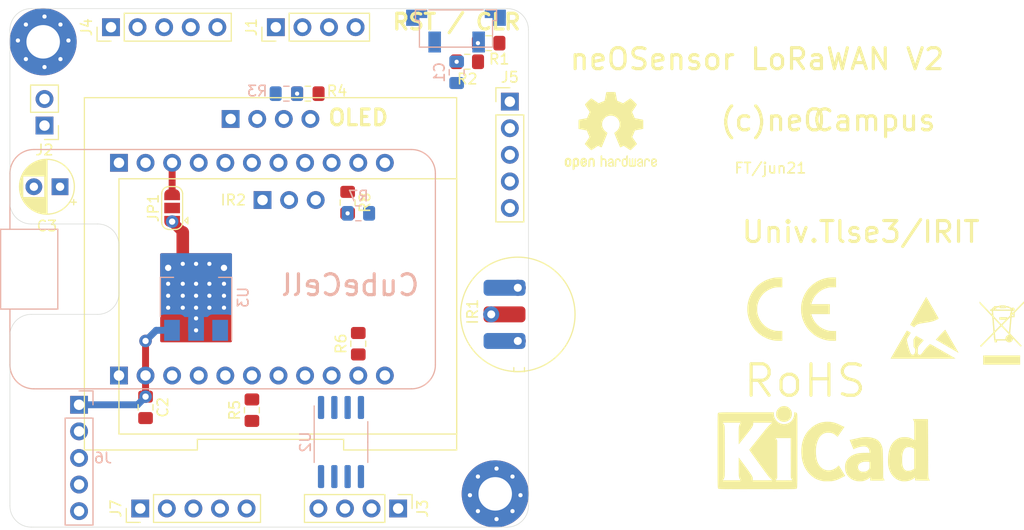
<source format=kicad_pcb>
(kicad_pcb (version 20171130) (host pcbnew 5.1.5+dfsg1-2build2)

  (general
    (thickness 1.6)
    (drawings 25)
    (tracks 57)
    (zones 0)
    (modules 33)
    (nets 30)
  )

  (page A4)
  (layers
    (0 F.Cu signal)
    (31 B.Cu signal)
    (32 B.Adhes user hide)
    (33 F.Adhes user hide)
    (34 B.Paste user)
    (35 F.Paste user)
    (36 B.SilkS user)
    (37 F.SilkS user)
    (38 B.Mask user)
    (39 F.Mask user)
    (40 Dwgs.User user hide)
    (41 Cmts.User user hide)
    (42 Eco1.User user hide)
    (43 Eco2.User user hide)
    (44 Edge.Cuts user)
    (45 Margin user hide)
    (46 B.CrtYd user hide)
    (47 F.CrtYd user hide)
    (48 B.Fab user hide)
    (49 F.Fab user hide)
  )

  (setup
    (last_trace_width 0.2032)
    (trace_clearance 0.1524)
    (zone_clearance 0.508)
    (zone_45_only no)
    (trace_min 0.2)
    (via_size 0.8)
    (via_drill 0.4)
    (via_min_size 0.4)
    (via_min_drill 0.3)
    (uvia_size 0.3)
    (uvia_drill 0.1)
    (uvias_allowed no)
    (uvia_min_size 0.2)
    (uvia_min_drill 0.1)
    (edge_width 0.05)
    (segment_width 0.2)
    (pcb_text_width 0.3)
    (pcb_text_size 1.5 1.5)
    (mod_edge_width 0.12)
    (mod_text_size 1 1)
    (mod_text_width 0.15)
    (pad_size 1.524 1.524)
    (pad_drill 0.762)
    (pad_to_mask_clearance 0.051)
    (solder_mask_min_width 0.25)
    (aux_axis_origin 0 0)
    (visible_elements FFFFFF7F)
    (pcbplotparams
      (layerselection 0x010fc_ffffffff)
      (usegerberextensions false)
      (usegerberattributes false)
      (usegerberadvancedattributes false)
      (creategerberjobfile false)
      (excludeedgelayer true)
      (linewidth 0.100000)
      (plotframeref false)
      (viasonmask false)
      (mode 1)
      (useauxorigin false)
      (hpglpennumber 1)
      (hpglpenspeed 20)
      (hpglpendiameter 15.000000)
      (psnegative false)
      (psa4output false)
      (plotreference true)
      (plotvalue true)
      (plotinvisibletext false)
      (padsonsilk false)
      (subtractmaskfromsilk false)
      (outputformat 1)
      (mirror false)
      (drillshape 1)
      (scaleselection 1)
      (outputdirectory ""))
  )

  (net 0 "")
  (net 1 GND)
  (net 2 /SW1)
  (net 3 /VIN)
  (net 4 +3V3)
  (net 5 /IR)
  (net 6 /Vsensor)
  (net 7 /SDA)
  (net 8 /SCL)
  (net 9 /VS+)
  (net 10 /INT)
  (net 11 /RX)
  (net 12 /TX)
  (net 13 /PM_EN)
  (net 14 /VDD)
  (net 15 "Net-(R1-Pad2)")
  (net 16 "Net-(R5-Pad2)")
  (net 17 "Net-(U2-Pad7)")
  (net 18 "Net-(U2-Pad3)")
  (net 19 "Net-(U2-Pad2)")
  (net 20 "Net-(U2-Pad1)")
  (net 21 "Net-(U4-Pad11)")
  (net 22 "Net-(U4-Pad8)")
  (net 23 "Net-(U4-Pad4)")
  (net 24 "Net-(U4-Pad20)")
  (net 25 "Net-(U4-Pad19)")
  (net 26 "Net-(U4-Pad18)")
  (net 27 "Net-(U4-Pad15)")
  (net 28 "Net-(U4-Pad12)")
  (net 29 "Net-(R8-Pad1)")

  (net_class Default "This is the default net class."
    (clearance 0.1524)
    (trace_width 0.2032)
    (via_dia 0.8)
    (via_drill 0.4)
    (uvia_dia 0.3)
    (uvia_drill 0.1)
    (add_net /INT)
    (add_net /IR)
    (add_net /PM_EN)
    (add_net /RX)
    (add_net /SCL)
    (add_net /SDA)
    (add_net /SW1)
    (add_net /TX)
    (add_net "Net-(R1-Pad2)")
    (add_net "Net-(R5-Pad2)")
    (add_net "Net-(R8-Pad1)")
    (add_net "Net-(U2-Pad1)")
    (add_net "Net-(U2-Pad2)")
    (add_net "Net-(U2-Pad3)")
    (add_net "Net-(U2-Pad7)")
    (add_net "Net-(U4-Pad11)")
    (add_net "Net-(U4-Pad12)")
    (add_net "Net-(U4-Pad15)")
    (add_net "Net-(U4-Pad18)")
    (add_net "Net-(U4-Pad19)")
    (add_net "Net-(U4-Pad20)")
    (add_net "Net-(U4-Pad4)")
    (add_net "Net-(U4-Pad8)")
  )

  (net_class power ""
    (clearance 0.1524)
    (trace_width 0.6604)
    (via_dia 1.2)
    (via_drill 0.6)
    (uvia_dia 0.3)
    (uvia_drill 0.1)
    (add_net +3V3)
    (add_net /VDD)
    (add_net /VIN)
    (add_net /VS+)
    (add_net /Vsensor)
    (add_net GND)
  )

  (module Symbol:WEEE-Logo_4.2x6mm_SilkScreen (layer F.Cu) (tedit 0) (tstamp 60C1C33F)
    (at 124.968 57.658)
    (descr "Waste Electrical and Electronic Equipment Directive")
    (tags "Logo WEEE")
    (attr virtual)
    (fp_text reference REF** (at 0 0) (layer F.SilkS) hide
      (effects (font (size 1 1) (thickness 0.15)))
    )
    (fp_text value WEEE-Logo_4.2x6mm_SilkScreen (at 0.75 0) (layer F.Fab) hide
      (effects (font (size 1 1) (thickness 0.15)))
    )
    (fp_poly (pts (xy 2.12443 -2.935152) (xy 2.123811 -2.848069) (xy 1.672086 -2.389109) (xy 1.220361 -1.930148)
      (xy 1.220032 -1.719529) (xy 1.219703 -1.508911) (xy 0.94461 -1.508911) (xy 0.937522 -1.45547)
      (xy 0.934838 -1.431112) (xy 0.930313 -1.385241) (xy 0.924191 -1.320595) (xy 0.916712 -1.239909)
      (xy 0.908119 -1.145919) (xy 0.898654 -1.041363) (xy 0.888558 -0.928975) (xy 0.878074 -0.811493)
      (xy 0.867444 -0.691652) (xy 0.856909 -0.572189) (xy 0.846713 -0.455841) (xy 0.837095 -0.345343)
      (xy 0.8283 -0.243431) (xy 0.820568 -0.152842) (xy 0.814142 -0.076313) (xy 0.809263 -0.016579)
      (xy 0.806175 0.023624) (xy 0.805117 0.041559) (xy 0.805118 0.041644) (xy 0.812827 0.056035)
      (xy 0.835981 0.085748) (xy 0.874895 0.131131) (xy 0.929884 0.192529) (xy 1.001264 0.270288)
      (xy 1.089349 0.364754) (xy 1.194454 0.476272) (xy 1.316895 0.605188) (xy 1.35131 0.641287)
      (xy 1.897137 1.213416) (xy 1.808881 1.301436) (xy 1.737485 1.223758) (xy 1.711366 1.195686)
      (xy 1.670566 1.152274) (xy 1.617777 1.096366) (xy 1.555691 1.030808) (xy 1.487 0.958441)
      (xy 1.414396 0.882112) (xy 1.37096 0.836524) (xy 1.289416 0.751119) (xy 1.223504 0.68271)
      (xy 1.171544 0.630053) (xy 1.131855 0.591905) (xy 1.102757 0.56702) (xy 1.082569 0.554156)
      (xy 1.06961 0.552068) (xy 1.0622 0.559513) (xy 1.058658 0.575246) (xy 1.057303 0.598023)
      (xy 1.057121 0.604239) (xy 1.047703 0.647061) (xy 1.024497 0.698819) (xy 0.992136 0.751328)
      (xy 0.955252 0.796403) (xy 0.940493 0.810328) (xy 0.864767 0.859047) (xy 0.776308 0.886306)
      (xy 0.6981 0.892773) (xy 0.609468 0.880576) (xy 0.527612 0.844813) (xy 0.455164 0.786722)
      (xy 0.441797 0.772262) (xy 0.392918 0.716733) (xy -0.452674 0.716733) (xy -0.452674 0.892773)
      (xy -0.67901 0.892773) (xy -0.67901 0.810531) (xy -0.68185 0.754386) (xy -0.691393 0.715416)
      (xy -0.702991 0.694219) (xy -0.711277 0.679052) (xy -0.718373 0.657062) (xy -0.724748 0.624987)
      (xy -0.730872 0.579569) (xy -0.737216 0.517548) (xy -0.74425 0.435662) (xy -0.749066 0.374746)
      (xy -0.771161 0.089343) (xy -1.313565 0.638805) (xy -1.411637 0.738228) (xy -1.505784 0.833815)
      (xy -1.594285 0.92381) (xy -1.67542 1.006457) (xy -1.747469 1.080001) (xy -1.808712 1.142684)
      (xy -1.857427 1.192752) (xy -1.891896 1.228448) (xy -1.910379 1.247995) (xy -1.940743 1.278944)
      (xy -1.966071 1.30053) (xy -1.979695 1.307723) (xy -1.997095 1.299297) (xy -2.02246 1.278245)
      (xy -2.031058 1.269671) (xy -2.067514 1.23162) (xy -1.866802 1.027658) (xy -1.815596 0.975699)
      (xy -1.749569 0.90882) (xy -1.671618 0.82995) (xy -1.584638 0.742014) (xy -1.491526 0.647941)
      (xy -1.395179 0.550658) (xy -1.298492 0.453093) (xy -1.229134 0.383145) (xy -1.123703 0.27655)
      (xy -1.035129 0.186307) (xy -0.962281 0.111192) (xy -0.904023 0.049986) (xy -0.859225 0.001466)
      (xy -0.837021 -0.023871) (xy -0.658724 -0.023871) (xy -0.636401 0.261555) (xy -0.629669 0.345219)
      (xy -0.623157 0.421727) (xy -0.617234 0.487081) (xy -0.612268 0.537281) (xy -0.608629 0.568329)
      (xy -0.607458 0.575273) (xy -0.600838 0.603565) (xy 0.348636 0.603565) (xy 0.354974 0.524606)
      (xy 0.37411 0.431315) (xy 0.414154 0.348791) (xy 0.472582 0.280038) (xy 0.546871 0.228063)
      (xy 0.630252 0.196863) (xy 0.657302 0.182228) (xy 0.670844 0.150819) (xy 0.671128 0.149434)
      (xy 0.672753 0.136174) (xy 0.670744 0.122595) (xy 0.663142 0.106181) (xy 0.647984 0.084411)
      (xy 0.623312 0.054767) (xy 0.587164 0.014732) (xy 0.53758 -0.038215) (xy 0.472599 -0.106591)
      (xy 0.468401 -0.110995) (xy 0.398507 -0.184389) (xy 0.3242 -0.262563) (xy 0.250586 -0.340136)
      (xy 0.182771 -0.411725) (xy 0.12586 -0.471949) (xy 0.113168 -0.485413) (xy 0.064513 -0.53618)
      (xy 0.021291 -0.579625) (xy -0.013395 -0.612759) (xy -0.036444 -0.632595) (xy -0.044182 -0.636954)
      (xy -0.055722 -0.62783) (xy -0.08271 -0.6028) (xy -0.123021 -0.563948) (xy -0.174529 -0.513357)
      (xy -0.235109 -0.453112) (xy -0.302636 -0.385296) (xy -0.357826 -0.329435) (xy -0.658724 -0.023871)
      (xy -0.837021 -0.023871) (xy -0.826751 -0.035589) (xy -0.805471 -0.062401) (xy -0.794251 -0.080192)
      (xy -0.791754 -0.08843) (xy -0.7927 -0.10641) (xy -0.795573 -0.147108) (xy -0.800187 -0.208181)
      (xy -0.806358 -0.287287) (xy -0.813898 -0.382086) (xy -0.822621 -0.490233) (xy -0.832343 -0.609388)
      (xy -0.842876 -0.737209) (xy -0.851365 -0.839365) (xy -0.899396 -1.415326) (xy -0.775805 -1.415326)
      (xy -0.775273 -1.402896) (xy -0.772769 -1.36789) (xy -0.768496 -1.312785) (xy -0.762653 -1.240057)
      (xy -0.755443 -1.152186) (xy -0.747066 -1.051649) (xy -0.737723 -0.940923) (xy -0.728758 -0.835795)
      (xy -0.718602 -0.716517) (xy -0.709142 -0.60392) (xy -0.700596 -0.500695) (xy -0.693179 -0.409527)
      (xy -0.687108 -0.333105) (xy -0.682601 -0.274117) (xy -0.679873 -0.235251) (xy -0.679116 -0.220156)
      (xy -0.677935 -0.210762) (xy -0.673256 -0.207034) (xy -0.663276 -0.210529) (xy -0.64619 -0.222801)
      (xy -0.620196 -0.245406) (xy -0.58349 -0.2799) (xy -0.534267 -0.327838) (xy -0.470726 -0.390776)
      (xy -0.403305 -0.458032) (xy -0.127601 -0.733523) (xy -0.129533 -0.735594) (xy 0.05271 -0.735594)
      (xy 0.061016 -0.72422) (xy 0.084267 -0.697437) (xy 0.120135 -0.657708) (xy 0.166287 -0.607493)
      (xy 0.220394 -0.549254) (xy 0.280126 -0.485453) (xy 0.343152 -0.418551) (xy 0.407142 -0.35101)
      (xy 0.469764 -0.28529) (xy 0.52869 -0.223854) (xy 0.581588 -0.169163) (xy 0.626128 -0.123678)
      (xy 0.65998 -0.089862) (xy 0.680812 -0.070174) (xy 0.686494 -0.066163) (xy 0.688366 -0.079109)
      (xy 0.692254 -0.114866) (xy 0.697943 -0.171196) (xy 0.705219 -0.24586) (xy 0.713869 -0.33662)
      (xy 0.723678 -0.441238) (xy 0.734434 -0.557474) (xy 0.745921 -0.683092) (xy 0.755093 -0.784382)
      (xy 0.766826 -0.915721) (xy 0.777665 -1.039448) (xy 0.78743 -1.153319) (xy 0.795937 -1.255089)
      (xy 0.803005 -1.342513) (xy 0.808451 -1.413347) (xy 0.812092 -1.465347) (xy 0.813747 -1.496268)
      (xy 0.813558 -1.504297) (xy 0.803666 -1.497146) (xy 0.778476 -1.474159) (xy 0.74019 -1.437561)
      (xy 0.691011 -1.389578) (xy 0.633139 -1.332434) (xy 0.568778 -1.268353) (xy 0.500129 -1.199562)
      (xy 0.429395 -1.128284) (xy 0.358778 -1.056745) (xy 0.29048 -0.98717) (xy 0.226704 -0.921783)
      (xy 0.16965 -0.862809) (xy 0.121522 -0.812473) (xy 0.084522 -0.773001) (xy 0.060852 -0.746617)
      (xy 0.05271 -0.735594) (xy -0.129533 -0.735594) (xy -0.230409 -0.843705) (xy -0.282768 -0.899623)
      (xy -0.341535 -0.962052) (xy -0.404385 -1.028557) (xy -0.468995 -1.096702) (xy -0.533042 -1.164052)
      (xy -0.594203 -1.228172) (xy -0.650153 -1.286628) (xy -0.69857 -1.336982) (xy -0.73713 -1.376802)
      (xy -0.763509 -1.40365) (xy -0.775384 -1.415092) (xy -0.775805 -1.415326) (xy -0.899396 -1.415326)
      (xy -0.911401 -1.559274) (xy -1.511938 -2.190842) (xy -2.112475 -2.822411) (xy -2.112034 -2.910685)
      (xy -2.111592 -2.99896) (xy -2.014583 -2.895334) (xy -1.960291 -2.837537) (xy -1.896192 -2.769632)
      (xy -1.824016 -2.693428) (xy -1.745492 -2.610731) (xy -1.662349 -2.523347) (xy -1.576319 -2.433085)
      (xy -1.48913 -2.34175) (xy -1.402513 -2.251151) (xy -1.318197 -2.163093) (xy -1.237912 -2.079385)
      (xy -1.163387 -2.001833) (xy -1.096354 -1.932243) (xy -1.038541 -1.872424) (xy -0.991679 -1.824182)
      (xy -0.957496 -1.789324) (xy -0.937724 -1.769657) (xy -0.93339 -1.765884) (xy -0.933092 -1.779008)
      (xy -0.934731 -1.812611) (xy -0.938023 -1.86212) (xy -0.942682 -1.922963) (xy -0.944682 -1.947268)
      (xy -0.959577 -2.125049) (xy -0.842955 -2.125049) (xy -0.836934 -2.096757) (xy -0.833863 -2.074382)
      (xy -0.829548 -2.032283) (xy -0.824488 -1.975822) (xy -0.819181 -1.910365) (xy -0.817344 -1.886138)
      (xy -0.811927 -1.816579) (xy -0.806459 -1.751982) (xy -0.801488 -1.698452) (xy -0.797561 -1.66209)
      (xy -0.796675 -1.655491) (xy -0.793334 -1.641944) (xy -0.786101 -1.626086) (xy -0.77344 -1.606139)
      (xy -0.753811 -1.580327) (xy -0.725678 -1.546871) (xy -0.687502 -1.503993) (xy -0.637746 -1.449917)
      (xy -0.574871 -1.382864) (xy -0.497341 -1.301057) (xy -0.418251 -1.21805) (xy -0.339564 -1.135906)
      (xy -0.266112 -1.059831) (xy -0.199724 -0.991675) (xy -0.142227 -0.933288) (xy -0.095451 -0.886519)
      (xy -0.061224 -0.853218) (xy -0.041373 -0.835233) (xy -0.03714 -0.832558) (xy -0.026003 -0.842259)
      (xy 0.000029 -0.867559) (xy 0.03843 -0.905918) (xy 0.086672 -0.9548) (xy 0.14223 -1.011666)
      (xy 0.182408 -1.053094) (xy 0.392169 -1.27) (xy -0.226337 -1.27) (xy -0.226337 -1.508911)
      (xy 0.528119 -1.508911) (xy 0.528119 -1.402458) (xy 0.666435 -1.540346) (xy 0.764553 -1.63816)
      (xy 0.955643 -1.63816) (xy 0.957471 -1.62273) (xy 0.966723 -1.614133) (xy 0.98905 -1.610387)
      (xy 1.030105 -1.609511) (xy 1.037376 -1.609505) (xy 1.119109 -1.609505) (xy 1.119109 -1.828828)
      (xy 1.037376 -1.747821) (xy 0.99127 -1.698572) (xy 0.963694 -1.660841) (xy 0.955643 -1.63816)
      (xy 0.764553 -1.63816) (xy 0.804752 -1.678234) (xy 0.804752 -1.801048) (xy 0.805137 -1.85755)
      (xy 0.8069 -1.893495) (xy 0.81095 -1.91347) (xy 0.818199 -1.922063) (xy 0.82913 -1.923861)
      (xy 0.841288 -1.926502) (xy 0.850273 -1.937088) (xy 0.857174 -1.959619) (xy 0.863076 -1.998091)
      (xy 0.869065 -2.056502) (xy 0.870987 -2.077896) (xy 0.875148 -2.125049) (xy -0.842955 -2.125049)
      (xy -0.959577 -2.125049) (xy -1.119109 -2.125049) (xy -1.119109 -2.238218) (xy -1.051314 -2.238218)
      (xy -1.011662 -2.239304) (xy -0.990116 -2.244546) (xy -0.98748 -2.247666) (xy -0.848616 -2.247666)
      (xy -0.841308 -2.240538) (xy -0.815993 -2.238338) (xy -0.798908 -2.238218) (xy -0.741881 -2.238218)
      (xy -0.529221 -2.238218) (xy 0.885302 -2.238218) (xy 0.837458 -2.287214) (xy 0.76315 -2.347676)
      (xy 0.671184 -2.394309) (xy 0.560002 -2.427751) (xy 0.449529 -2.446247) (xy 0.377227 -2.454878)
      (xy 0.377227 -2.36396) (xy -0.201188 -2.36396) (xy -0.201188 -2.467107) (xy -0.286065 -2.458504)
      (xy -0.345368 -2.451244) (xy -0.408551 -2.441621) (xy -0.446386 -2.434748) (xy -0.521832 -2.419593)
      (xy -0.525526 -2.328905) (xy -0.529221 -2.238218) (xy -0.741881 -2.238218) (xy -0.741881 -2.288515)
      (xy -0.743544 -2.320024) (xy -0.747697 -2.337537) (xy -0.749371 -2.338812) (xy -0.767987 -2.330746)
      (xy -0.795183 -2.31118) (xy -0.822448 -2.287056) (xy -0.841267 -2.265318) (xy -0.842943 -2.262492)
      (xy -0.848616 -2.247666) (xy -0.98748 -2.247666) (xy -0.979662 -2.256919) (xy -0.975442 -2.270396)
      (xy -0.958219 -2.305373) (xy -0.925138 -2.347421) (xy -0.881893 -2.390644) (xy -0.834174 -2.429146)
      (xy -0.80283 -2.449199) (xy -0.767123 -2.471149) (xy -0.748819 -2.489589) (xy -0.742388 -2.511332)
      (xy -0.741894 -2.524282) (xy -0.741894 -2.527425) (xy -0.100594 -2.527425) (xy -0.100594 -2.464554)
      (xy 0.276633 -2.464554) (xy 0.276633 -2.527425) (xy -0.100594 -2.527425) (xy -0.741894 -2.527425)
      (xy -0.741881 -2.565148) (xy -0.636048 -2.565148) (xy -0.587355 -2.563971) (xy -0.549405 -2.560835)
      (xy -0.528308 -2.556329) (xy -0.526023 -2.554505) (xy -0.512641 -2.551705) (xy -0.480074 -2.552852)
      (xy -0.433916 -2.557607) (xy -0.402376 -2.561997) (xy -0.345188 -2.570622) (xy -0.292886 -2.578409)
      (xy -0.253582 -2.584153) (xy -0.242055 -2.585785) (xy -0.211937 -2.595112) (xy -0.201188 -2.609728)
      (xy -0.19792 -2.61568) (xy -0.18623 -2.620222) (xy -0.163288 -2.62353) (xy -0.126265 -2.625785)
      (xy -0.072332 -2.627166) (xy 0.00134 -2.62785) (xy 0.08802 -2.62802) (xy 0.180529 -2.627923)
      (xy 0.250906 -2.62747) (xy 0.302164 -2.62641) (xy 0.33732 -2.624497) (xy 0.359389 -2.621481)
      (xy 0.371385 -2.617115) (xy 0.376324 -2.611151) (xy 0.377227 -2.604216) (xy 0.384921 -2.582205)
      (xy 0.410121 -2.569679) (xy 0.456009 -2.565212) (xy 0.464264 -2.565148) (xy 0.541973 -2.557132)
      (xy 0.630233 -2.535064) (xy 0.721085 -2.501916) (xy 0.80657 -2.460661) (xy 0.878726 -2.414269)
      (xy 0.888072 -2.406918) (xy 0.918533 -2.383002) (xy 0.936572 -2.373424) (xy 0.949169 -2.37652)
      (xy 0.9621 -2.389296) (xy 1.000293 -2.414322) (xy 1.049998 -2.423929) (xy 1.103524 -2.418933)
      (xy 1.153178 -2.400149) (xy 1.191267 -2.368394) (xy 1.194025 -2.364703) (xy 1.222526 -2.305425)
      (xy 1.227828 -2.244066) (xy 1.210518 -2.185573) (xy 1.17118 -2.134896) (xy 1.16637 -2.130711)
      (xy 1.13844 -2.110833) (xy 1.110102 -2.102079) (xy 1.070263 -2.101447) (xy 1.060311 -2.102008)
      (xy 1.021332 -2.103438) (xy 1.001254 -2.100161) (xy 0.993985 -2.090272) (xy 0.99324 -2.081039)
      (xy 0.991716 -2.054256) (xy 0.987935 -2.013975) (xy 0.985218 -1.989876) (xy 0.981277 -1.951599)
      (xy 0.982916 -1.932004) (xy 0.992421 -1.924842) (xy 1.009351 -1.923861) (xy 1.019392 -1.927099)
      (xy 1.03559 -1.93758) (xy 1.059145 -1.956452) (xy 1.091257 -1.984865) (xy 1.133128 -2.023965)
      (xy 1.185957 -2.074903) (xy 1.250945 -2.138827) (xy 1.329291 -2.216886) (xy 1.422197 -2.310228)
      (xy 1.530863 -2.420002) (xy 1.583231 -2.473048) (xy 2.125049 -3.022233) (xy 2.12443 -2.935152)) (layer F.SilkS) (width 0.01))
    (fp_poly (pts (xy 1.747822 3.017822) (xy -1.772971 3.017822) (xy -1.772971 2.150198) (xy 1.747822 2.150198)
      (xy 1.747822 3.017822)) (layer F.SilkS) (width 0.01))
  )

  (module Symbol:ESD-Logo_6.6x6mm_SilkScreen (layer F.Cu) (tedit 0) (tstamp 60C1B113)
    (at 117.602 57.15)
    (descr "Electrostatic discharge Logo")
    (tags "Logo ESD")
    (attr virtual)
    (fp_text reference REF** (at 0 0) (layer F.SilkS) hide
      (effects (font (size 1 1) (thickness 0.15)))
    )
    (fp_text value ESD-Logo_6.6x6mm_SilkScreen (at 0.75 0) (layer F.Fab) hide
      (effects (font (size 1 1) (thickness 0.15)))
    )
    (fp_poly (pts (xy 0.164043 -2.914165) (xy 0.187065 -2.876755) (xy 0.222534 -2.817486) (xy 0.268996 -2.738882)
      (xy 0.324996 -2.643462) (xy 0.389081 -2.53375) (xy 0.459796 -2.412266) (xy 0.535687 -2.281532)
      (xy 0.615299 -2.14407) (xy 0.697178 -2.002402) (xy 0.77987 -1.859049) (xy 0.861921 -1.716533)
      (xy 0.941876 -1.577376) (xy 1.018281 -1.444099) (xy 1.089682 -1.319224) (xy 1.154624 -1.205273)
      (xy 1.211653 -1.104767) (xy 1.259315 -1.020228) (xy 1.296155 -0.954178) (xy 1.32072 -0.909138)
      (xy 1.331554 -0.88763) (xy 1.331951 -0.886286) (xy 1.318501 -0.868035) (xy 1.281114 -0.840118)
      (xy 1.224235 -0.805275) (xy 1.152312 -0.766246) (xy 1.077015 -0.729157) (xy 0.97456 -0.684183)
      (xy 0.866817 -0.643774) (xy 0.750073 -0.607031) (xy 0.620618 -0.573058) (xy 0.47474 -0.540956)
      (xy 0.308726 -0.509827) (xy 0.118866 -0.478773) (xy -0.077531 -0.449855) (xy -0.248166 -0.4242)
      (xy -0.391455 -0.398802) (xy -0.510992 -0.372398) (xy -0.61037 -0.343727) (xy -0.693182 -0.311527)
      (xy -0.763022 -0.274535) (xy -0.823482 -0.231488) (xy -0.878155 -0.181125) (xy -0.895786 -0.162417)
      (xy -0.934 -0.118861) (xy -0.962268 -0.083318) (xy -0.975382 -0.062417) (xy -0.975732 -0.060703)
      (xy -0.98032 -0.050194) (xy -0.996242 -0.050076) (xy -1.026734 -0.061746) (xy -1.075032 -0.086604)
      (xy -1.144373 -0.126048) (xy -1.192561 -0.154413) (xy -1.264417 -0.198753) (xy -1.320258 -0.236721)
      (xy -1.356333 -0.265584) (xy -1.368887 -0.282612) (xy -1.368879 -0.282736) (xy -1.361094 -0.298963)
      (xy -1.339108 -0.3396) (xy -1.304197 -0.402433) (xy -1.257637 -0.485248) (xy -1.200705 -0.585828)
      (xy -1.134677 -0.70196) (xy -1.060828 -0.831429) (xy -0.980436 -0.97202) (xy -0.894776 -1.121518)
      (xy -0.805124 -1.277708) (xy -0.712757 -1.438376) (xy -0.618951 -1.601307) (xy -0.524982 -1.764287)
      (xy -0.432126 -1.9251) (xy -0.34166 -2.081532) (xy -0.254859 -2.231367) (xy -0.173 -2.372392)
      (xy -0.097359 -2.502391) (xy -0.029213 -2.619151) (xy 0.030163 -2.720455) (xy 0.079493 -2.804089)
      (xy 0.1175 -2.867838) (xy 0.142907 -2.909489) (xy 0.15444 -2.926825) (xy 0.154923 -2.927195)
      (xy 0.164043 -2.914165)) (layer F.SilkS) (width 0.01))
    (fp_poly (pts (xy 1.987528 0.234619) (xy 1.998908 0.253693) (xy 2.024488 0.297421) (xy 2.063002 0.363619)
      (xy 2.113186 0.450102) (xy 2.173775 0.554685) (xy 2.243503 0.675183) (xy 2.321107 0.809412)
      (xy 2.40532 0.955187) (xy 2.494879 1.110323) (xy 2.586998 1.27) (xy 2.681076 1.433117)
      (xy 2.771402 1.589709) (xy 2.856665 1.737506) (xy 2.935557 1.87424) (xy 3.006769 1.997642)
      (xy 3.068991 2.105444) (xy 3.120913 2.195377) (xy 3.161228 2.265173) (xy 3.188624 2.312564)
      (xy 3.201507 2.334786) (xy 3.222507 2.37233) (xy 3.233925 2.395831) (xy 3.234551 2.39992)
      (xy 3.220636 2.392242) (xy 3.181941 2.370203) (xy 3.120487 2.334971) (xy 3.038298 2.287711)
      (xy 2.937396 2.229589) (xy 2.819805 2.161771) (xy 2.687546 2.085424) (xy 2.542642 2.001714)
      (xy 2.387117 1.911806) (xy 2.222992 1.816867) (xy 2.160549 1.780732) (xy 1.993487 1.684083)
      (xy 1.834074 1.591938) (xy 1.684355 1.505475) (xy 1.546376 1.425871) (xy 1.422185 1.354305)
      (xy 1.313827 1.291955) (xy 1.223348 1.239998) (xy 1.152796 1.199613) (xy 1.104215 1.171978)
      (xy 1.079654 1.158272) (xy 1.077085 1.156974) (xy 1.084569 1.14522) (xy 1.110614 1.113795)
      (xy 1.152559 1.065594) (xy 1.207746 1.00351) (xy 1.273517 0.930439) (xy 1.347212 0.849276)
      (xy 1.426173 0.762916) (xy 1.50774 0.674253) (xy 1.589254 0.586182) (xy 1.668057 0.501599)
      (xy 1.74149 0.423397) (xy 1.806893 0.354472) (xy 1.861608 0.297719) (xy 1.902977 0.256032)
      (xy 1.917164 0.242363) (xy 1.96418 0.198201) (xy 1.987528 0.234619)) (layer F.SilkS) (width 0.01))
    (fp_poly (pts (xy -1.677906 0.291158) (xy -1.645381 0.303736) (xy -1.595807 0.328712) (xy -1.524626 0.367876)
      (xy -1.519084 0.370988) (xy -1.453526 0.408476) (xy -1.398202 0.441319) (xy -1.358545 0.466205)
      (xy -1.339988 0.47982) (xy -1.339469 0.480487) (xy -1.343952 0.49939) (xy -1.364514 0.541605)
      (xy -1.399817 0.604832) (xy -1.44852 0.686772) (xy -1.509282 0.785122) (xy -1.580764 0.897585)
      (xy -1.598555 0.925165) (xy -1.644907 1.001699) (xy -1.678658 1.067556) (xy -1.696847 1.116782)
      (xy -1.698714 1.126507) (xy -1.697885 1.169312) (xy -1.688606 1.237209) (xy -1.672032 1.325843)
      (xy -1.64932 1.430859) (xy -1.621627 1.547902) (xy -1.59011 1.672616) (xy -1.555925 1.800645)
      (xy -1.520229 1.927634) (xy -1.484179 2.049228) (xy -1.448932 2.161072) (xy -1.415644 2.25881)
      (xy -1.385472 2.338087) (xy -1.364439 2.385122) (xy -1.339663 2.435225) (xy -1.31627 2.483168)
      (xy -1.315003 2.485793) (xy -1.276301 2.53422) (xy -1.219816 2.566828) (xy -1.154061 2.582454)
      (xy -1.087549 2.579937) (xy -1.028795 2.558114) (xy -0.995742 2.529382) (xy -0.948141 2.450583)
      (xy -0.913261 2.352378) (xy -0.894123 2.244779) (xy -0.891412 2.18378) (xy -0.90233 2.069935)
      (xy -0.934376 1.97566) (xy -0.989274 1.896379) (xy -1.006393 1.878733) (xy -1.057339 1.829235)
      (xy -1.060837 1.479362) (xy -1.064336 1.129489) (xy -0.975182 0.994531) (xy -0.933346 0.933445)
      (xy -0.893055 0.878493) (xy -0.860057 0.837336) (xy -0.845874 0.822192) (xy -0.805719 0.78481)
      (xy -0.751335 0.814098) (xy -0.716961 0.835084) (xy -0.698154 0.851378) (xy -0.696951 0.854307)
      (xy -0.684097 0.866728) (xy -0.662104 0.875977) (xy -0.64085 0.884313) (xy -0.608306 0.900149)
      (xy -0.561678 0.925033) (xy -0.498171 0.960509) (xy -0.414992 1.008123) (xy -0.309347 1.069422)
      (xy -0.251938 1.102932) (xy -0.184406 1.143071) (xy -0.140115 1.171659) (xy -0.115145 1.192039)
      (xy -0.105577 1.207553) (xy -0.107492 1.221546) (xy -0.109089 1.224796) (xy -0.124624 1.245266)
      (xy -0.157864 1.283665) (xy -0.204938 1.335696) (xy -0.261972 1.397066) (xy -0.3113 1.44909)
      (xy -0.42497 1.572567) (xy -0.513895 1.679591) (xy -0.578866 1.77124) (xy -0.620679 1.848588)
      (xy -0.634783 1.887866) (xy -0.640608 1.922249) (xy -0.646625 1.980899) (xy -0.652304 2.057117)
      (xy -0.657116 2.144202) (xy -0.659381 2.199268) (xy -0.662541 2.294464) (xy -0.663931 2.364062)
      (xy -0.663142 2.413409) (xy -0.659765 2.447854) (xy -0.653392 2.472743) (xy -0.643613 2.493425)
      (xy -0.635933 2.506053) (xy -0.591579 2.554726) (xy -0.534426 2.588645) (xy -0.474292 2.603438)
      (xy -0.429227 2.598086) (xy -0.388424 2.57493) (xy -0.337276 2.533462) (xy -0.282958 2.480912)
      (xy -0.232643 2.424516) (xy -0.193506 2.371505) (xy -0.179095 2.345889) (xy -0.157509 2.310814)
      (xy -0.118247 2.257389) (xy -0.064898 2.189789) (xy -0.001048 2.11219) (xy 0.069715 2.028768)
      (xy 0.143804 1.943698) (xy 0.217632 1.861155) (xy 0.287611 1.785316) (xy 0.350155 1.720356)
      (xy 0.39926 1.672669) (xy 0.453779 1.625032) (xy 0.499642 1.589908) (xy 0.531811 1.570949)
      (xy 0.542489 1.568864) (xy 0.558853 1.577274) (xy 0.599671 1.599846) (xy 0.662586 1.635224)
      (xy 0.745244 1.682054) (xy 0.845289 1.738981) (xy 0.960366 1.804649) (xy 1.088119 1.877703)
      (xy 1.226194 1.956788) (xy 1.372234 2.040548) (xy 1.523884 2.127629) (xy 1.67879 2.216676)
      (xy 1.834595 2.306332) (xy 1.988944 2.395243) (xy 2.139482 2.482054) (xy 2.283854 2.565409)
      (xy 2.419704 2.643954) (xy 2.544677 2.716333) (xy 2.656417 2.78119) (xy 2.75257 2.837171)
      (xy 2.830779 2.88292) (xy 2.888689 2.917083) (xy 2.923946 2.938304) (xy 2.934165 2.944963)
      (xy 2.920402 2.94628) (xy 2.877104 2.947559) (xy 2.805714 2.948796) (xy 2.707673 2.949983)
      (xy 2.584422 2.951115) (xy 2.437403 2.952186) (xy 2.268057 2.953189) (xy 2.077826 2.954119)
      (xy 1.868151 2.954968) (xy 1.640473 2.955732) (xy 1.396235 2.956403) (xy 1.136877 2.956976)
      (xy 0.863841 2.957444) (xy 0.578568 2.957802) (xy 0.2825 2.958042) (xy -0.022921 2.958159)
      (xy -0.151076 2.958171) (xy -3.25103 2.958171) (xy -3.029947 2.574847) (xy -2.983144 2.49368)
      (xy -2.922898 2.389166) (xy -2.851222 2.264801) (xy -2.770131 2.124082) (xy -2.681638 1.970503)
      (xy -2.58776 1.807562) (xy -2.490509 1.638754) (xy -2.3919 1.467575) (xy -2.293947 1.297521)
      (xy -2.269175 1.254512) (xy -2.178848 1.097857) (xy -2.092711 0.948803) (xy -2.012058 0.809568)
      (xy -1.938184 0.682371) (xy -1.872383 0.569432) (xy -1.81595 0.472968) (xy -1.770179 0.3952)
      (xy -1.736365 0.338346) (xy -1.715802 0.304625) (xy -1.710047 0.29604) (xy -1.697942 0.289189)
      (xy -1.677906 0.291158)) (layer F.SilkS) (width 0.01))
  )

  (module neosensor_addon:IRsensor_TH_and_smd (layer F.Cu) (tedit 60C0DCBA) (tstamp 60C1A7AB)
    (at 78.74 55.88 90)
    (path /60B77FCE)
    (fp_text reference IR1 (at 0.254 -4.318 90) (layer F.SilkS)
      (effects (font (size 1 1) (thickness 0.15)))
    )
    (fp_text value IRsensor (at 0 -3.81 90) (layer F.Fab)
      (effects (font (size 1 1) (thickness 0.15)))
    )
    (fp_line (start -5.08 -0.381) (end -5.461 -0.381) (layer F.SilkS) (width 0.12))
    (fp_line (start -5.461 -0.381) (end -5.461 0.635) (layer F.SilkS) (width 0.12))
    (fp_line (start -5.461 0.635) (end -5.08 0.635) (layer F.SilkS) (width 0.12))
    (fp_circle (center 0 0) (end 3.576352 0) (layer Dwgs.User) (width 0.12))
    (fp_circle (center 0 0) (end 5.105337 0) (layer Dwgs.User) (width 0.12))
    (fp_circle (center 0 0) (end 5.461 -0.254) (layer F.SilkS) (width 0.12))
    (pad 2 connect roundrect (at 0 -1.27 90) (size 1.524 4) (layers F.Cu F.Mask) (roundrect_rratio 0.25)
      (net 5 /IR))
    (pad 3 connect roundrect (at 2.54 -1.27 90) (size 1.524 4) (layers B.Cu B.Mask) (roundrect_rratio 0.25)
      (net 1 GND))
    (pad 1 connect roundrect (at -2.54 -1.27 90) (size 1.524 4) (layers B.Cu B.Mask) (roundrect_rratio 0.25)
      (net 6 /Vsensor))
    (pad 1 thru_hole circle (at -2.54 0 90) (size 1.524 1.524) (drill 0.762) (layers *.Cu *.Mask)
      (net 6 /Vsensor))
    (pad 2 thru_hole circle (at 0 -2.54 90) (size 1.524 1.524) (drill 0.762) (layers *.Cu *.Mask)
      (net 5 /IR))
    (pad 3 thru_hole circle (at 2.54 0 90) (size 1.524 1.524) (drill 0.762) (layers *.Cu *.Mask)
      (net 1 GND))
  )

  (module neosensor_addon:HTCC-AB01 (layer B.Cu) (tedit 60C0DAA5) (tstamp 60C18F12)
    (at 50.8 51.562 270)
    (path /60CE8BBB)
    (fp_text reference U4 (at 0 -21.59 90) (layer B.SilkS) hide
      (effects (font (size 1 1) (thickness 0.15)) (justify mirror))
    )
    (fp_text value HTCC-AB01 (at 0 24.384 90) (layer B.Fab)
      (effects (font (size 1 1) (thickness 0.15)) (justify mirror))
    )
    (fp_line (start -6.985 -16.51) (end -3.683 -16.51) (layer Dwgs.User) (width 0.12))
    (fp_line (start -6.985 -13.589) (end -6.985 -16.51) (layer Dwgs.User) (width 0.12))
    (fp_line (start -3.683 -13.589) (end -6.985 -13.589) (layer Dwgs.User) (width 0.12))
    (fp_line (start -3.683 -16.51) (end -3.683 -13.589) (layer Dwgs.User) (width 0.12))
    (fp_circle (center -5.334 -14.986) (end -4.699 -15.367) (layer Dwgs.User) (width 0.12))
    (fp_circle (center -5.334 -14.986) (end -4.572 -15.748) (layer Dwgs.User) (width 0.12))
    (fp_line (start -7.493 -13.081) (end -7.493 -0.635) (layer Dwgs.User) (width 0.12))
    (fp_line (start -3.175 -13.081) (end -7.493 -13.081) (layer Dwgs.User) (width 0.12))
    (fp_line (start -3.175 -16.51) (end -3.175 -13.081) (layer Dwgs.User) (width 0.12))
    (fp_line (start 7.493 -16.51) (end -3.175 -16.51) (layer Dwgs.User) (width 0.12))
    (fp_line (start 7.493 -0.635) (end 7.493 -16.51) (layer Dwgs.User) (width 0.12))
    (fp_line (start -7.493 -0.635) (end 7.493 -0.635) (layer Dwgs.User) (width 0.12))
    (fp_circle (center 1.27 1.905) (end 1.778 1.905) (layer Dwgs.User) (width 0.12))
    (fp_circle (center -1.27 1.905) (end -0.762 1.905) (layer Dwgs.User) (width 0.12))
    (fp_line (start -2.032 1.143) (end -2.032 2.667) (layer Dwgs.User) (width 0.12))
    (fp_line (start -0.508 1.143) (end -2.032 1.143) (layer Dwgs.User) (width 0.12))
    (fp_line (start -0.508 2.667) (end -0.508 1.143) (layer Dwgs.User) (width 0.12))
    (fp_line (start -2.032 2.667) (end -0.508 2.667) (layer Dwgs.User) (width 0.12))
    (fp_circle (center 1.27 1.905) (end 2.042511 1.905) (layer Dwgs.User) (width 0.12))
    (fp_text user connector (at 0 12.192 90) (layer Dwgs.User)
      (effects (font (size 1 1) (thickness 0.15)))
    )
    (fp_text user Battery (at 0 14.732 90) (layer Dwgs.User)
      (effects (font (size 1 1) (thickness 0.15)))
    )
    (fp_line (start 3.556 10.541) (end 4.064 11.049) (layer Dwgs.User) (width 0.12))
    (fp_line (start 0.635 10.541) (end 4.064 13.97) (layer Dwgs.User) (width 0.12))
    (fp_line (start -2.159 10.541) (end 4.064 16.764) (layer Dwgs.User) (width 0.12))
    (fp_line (start -4.064 11.557) (end 4.064 19.558) (layer Dwgs.User) (width 0.12))
    (fp_line (start -4.064 13.97) (end 2.54 20.574) (layer Dwgs.User) (width 0.12))
    (fp_line (start -4.064 16.51) (end 0 20.574) (layer Dwgs.User) (width 0.12))
    (fp_line (start -4.064 18.796) (end -2.286 20.574) (layer Dwgs.User) (width 0.12))
    (fp_line (start 4.064 20.574) (end -4.064 20.574) (layer Dwgs.User) (width 0.12))
    (fp_line (start 4.064 10.541) (end 4.064 20.574) (layer Dwgs.User) (width 0.12))
    (fp_line (start -4.064 10.541) (end 4.064 10.541) (layer Dwgs.User) (width 0.12))
    (fp_line (start -4.064 20.574) (end -4.064 10.541) (layer Dwgs.User) (width 0.12))
    (fp_line (start 9.144 20.574) (end 3.81 20.574) (layer B.SilkS) (width 0.12))
    (fp_line (start -3.81 16.002) (end -3.81 21.463) (layer B.SilkS) (width 0.12))
    (fp_line (start 3.81 16.002) (end -3.81 16.002) (layer B.SilkS) (width 0.12))
    (fp_line (start 3.81 21.463) (end 3.81 16.002) (layer B.SilkS) (width 0.12))
    (fp_line (start -3.81 21.463) (end 3.81 21.463) (layer B.SilkS) (width 0.12))
    (fp_circle (center 10.922 14.986) (end 11.205981 14.986) (layer Dwgs.User) (width 0.12))
    (fp_line (start 9.144 11.811) (end 9.144 12.573) (layer Dwgs.User) (width 0.12))
    (fp_line (start 9.144 15.367) (end 8.763 15.367) (layer Dwgs.User) (width 0.12))
    (fp_line (start 9.144 12.573) (end 8.763 12.573) (layer Dwgs.User) (width 0.12))
    (fp_line (start 11.43 16.129) (end 9.144 16.129) (layer Dwgs.User) (width 0.12))
    (fp_line (start 8.763 15.367) (end 8.763 12.573) (layer Dwgs.User) (width 0.12))
    (fp_line (start 9.144 11.811) (end 11.43 11.811) (layer Dwgs.User) (width 0.12))
    (fp_circle (center 10.922 13.081) (end 11.205981 13.081) (layer Dwgs.User) (width 0.12))
    (fp_line (start 12.192 13.081) (end 12.192 14.859) (layer Dwgs.User) (width 0.12))
    (fp_line (start 9.144 16.129) (end 9.144 15.367) (layer Dwgs.User) (width 0.12))
    (fp_line (start 11.43 13.081) (end 12.192 13.081) (layer Dwgs.User) (width 0.12))
    (fp_line (start 12.192 14.859) (end 11.43 14.859) (layer Dwgs.User) (width 0.12))
    (fp_circle (center -10.922 12.954) (end -10.638019 12.954) (layer Dwgs.User) (width 0.12))
    (fp_circle (center -10.922 14.859) (end -10.638019 14.859) (layer Dwgs.User) (width 0.12))
    (fp_line (start -9.144 12.573) (end -8.763 12.573) (layer Dwgs.User) (width 0.12))
    (fp_line (start -9.144 11.811) (end -9.144 12.573) (layer Dwgs.User) (width 0.12))
    (fp_line (start -9.144 15.367) (end -8.763 15.367) (layer Dwgs.User) (width 0.12))
    (fp_line (start -9.144 16.129) (end -9.144 15.367) (layer Dwgs.User) (width 0.12))
    (fp_line (start -12.192 13.081) (end -11.43 13.081) (layer Dwgs.User) (width 0.12))
    (fp_line (start -12.192 14.859) (end -12.192 13.081) (layer Dwgs.User) (width 0.12))
    (fp_line (start -11.43 14.859) (end -12.192 14.859) (layer Dwgs.User) (width 0.12))
    (fp_line (start -9.144 16.129) (end -11.43 16.129) (layer Dwgs.User) (width 0.12))
    (fp_line (start -8.763 12.573) (end -8.763 15.367) (layer Dwgs.User) (width 0.12))
    (fp_line (start -11.43 11.811) (end -9.144 11.811) (layer Dwgs.User) (width 0.12))
    (fp_arc (start 9.144 18.288) (end 11.43 18.288) (angle 90) (layer B.SilkS) (width 0.12))
    (fp_arc (start -9.144 18.288) (end -9.144 20.574) (angle 90) (layer B.SilkS) (width 0.12))
    (fp_arc (start 9.144 -17.78) (end 9.144 -20.066) (angle 90) (layer B.SilkS) (width 0.12))
    (fp_arc (start -9.144 -17.78) (end -11.43 -17.78) (angle 90) (layer B.SilkS) (width 0.12))
    (fp_circle (center 9.349 -18.034) (end 11.049 -18.034) (layer Dwgs.User) (width 0.12))
    (fp_line (start -9.144 20.574) (end -3.81 20.574) (layer B.SilkS) (width 0.12))
    (fp_line (start 11.43 18.288) (end 11.43 -17.78) (layer B.SilkS) (width 0.12))
    (fp_line (start 9.144 -20.066) (end -9.144 -20.066) (layer B.SilkS) (width 0.12))
    (fp_line (start -11.43 -17.78) (end -11.43 18.288) (layer B.SilkS) (width 0.12))
    (fp_circle (center -9.271 18.415) (end -7.571 18.415) (layer Dwgs.User) (width 0.12))
    (fp_circle (center 9.271 18.415) (end 10.971 18.415) (layer Dwgs.User) (width 0.12))
    (fp_circle (center -9.222 -18.034) (end -7.522 -18.034) (layer Dwgs.User) (width 0.12))
    (pad 11 thru_hole circle (at -10.16 -15.24 270) (size 1.7 1.7) (drill 1) (layers *.Cu *.Mask)
      (net 21 "Net-(U4-Pad11)"))
    (pad 10 thru_hole circle (at -10.16 -12.7 270) (size 1.7 1.7) (drill 1) (layers *.Cu *.Mask)
      (net 2 /SW1))
    (pad 9 thru_hole circle (at -10.16 -10.16 270) (size 1.7 1.7) (drill 1) (layers *.Cu *.Mask)
      (net 29 "Net-(R8-Pad1)"))
    (pad 8 thru_hole circle (at -10.16 -7.62 270) (size 1.7 1.7) (drill 1) (layers *.Cu *.Mask)
      (net 22 "Net-(U4-Pad8)"))
    (pad 6 thru_hole circle (at -10.16 -2.54 270) (size 1.7 1.7) (drill 1) (layers *.Cu *.Mask)
      (net 8 /SCL))
    (pad 7 thru_hole circle (at -10.16 -5.08 270) (size 1.7 1.7) (drill 1) (layers *.Cu *.Mask)
      (net 7 /SDA))
    (pad 5 thru_hole circle (at -10.16 0 270) (size 1.7 1.7) (drill 1) (layers *.Cu *.Mask)
      (net 1 GND))
    (pad 4 thru_hole circle (at -10.16 2.54 270) (size 1.7 1.7) (drill 1) (layers *.Cu *.Mask)
      (net 23 "Net-(U4-Pad4)"))
    (pad 2 thru_hole circle (at -10.16 7.62 270) (size 1.7 1.7) (drill 1) (layers *.Cu *.Mask)
      (net 9 /VS+))
    (pad 3 thru_hole circle (at -10.16 5.08 270) (size 1.7 1.7) (drill 1) (layers *.Cu *.Mask)
      (net 14 /VDD))
    (pad 1 thru_hole rect (at -10.16 10.16 270) (size 1.7 1.7) (drill 1) (layers *.Cu *.Mask)
      (net 1 GND))
    (pad 22 thru_hole rect (at 10.16 10.16 270) (size 1.7 1.7) (drill 1) (layers *.Cu *.Mask)
      (net 1 GND))
    (pad 21 thru_hole circle (at 10.16 7.62 270) (size 1.7 1.7) (drill 1) (layers *.Cu *.Mask)
      (net 3 /VIN))
    (pad 20 thru_hole circle (at 10.16 5.08 270) (size 1.7 1.7) (drill 1) (layers *.Cu *.Mask)
      (net 24 "Net-(U4-Pad20)"))
    (pad 19 thru_hole circle (at 10.16 2.54 270) (size 1.7 1.7) (drill 1) (layers *.Cu *.Mask)
      (net 25 "Net-(U4-Pad19)"))
    (pad 18 thru_hole circle (at 10.16 0 270) (size 1.7 1.7) (drill 1) (layers *.Cu *.Mask)
      (net 26 "Net-(U4-Pad18)"))
    (pad 17 thru_hole circle (at 10.16 -2.54 270) (size 1.7 1.7) (drill 1) (layers *.Cu *.Mask)
      (net 16 "Net-(R5-Pad2)"))
    (pad 16 thru_hole circle (at 10.16 -5.08 270) (size 1.7 1.7) (drill 1) (layers *.Cu *.Mask)
      (net 11 /RX))
    (pad 15 thru_hole circle (at 10.16 -7.62 270) (size 1.7 1.7) (drill 1) (layers *.Cu *.Mask)
      (net 27 "Net-(U4-Pad15)"))
    (pad 14 thru_hole circle (at 10.16 -10.16 270) (size 1.7 1.7) (drill 1) (layers *.Cu *.Mask)
      (net 13 /PM_EN))
    (pad 13 thru_hole circle (at 10.16 -12.7 270) (size 1.7 1.7) (drill 1) (layers *.Cu *.Mask)
      (net 10 /INT))
    (pad 12 thru_hole circle (at 10.16 -15.24 270) (size 1.7 1.7) (drill 1) (layers *.Cu *.Mask)
      (net 28 "Net-(U4-Pad12)"))
  )

  (module Symbol:KiCad-Logo_8mm_SilkScreen (layer F.Cu) (tedit 0) (tstamp 60C0FB0F)
    (at 107.95 68.58)
    (descr "KiCad Logo")
    (tags "Logo KiCad")
    (attr virtual)
    (fp_text reference REF** (at 0 -6.35) (layer F.SilkS) hide
      (effects (font (size 1 1) (thickness 0.15)))
    )
    (fp_text value KiCad-Logo_8mm_SilkScreen (at 0 6.35) (layer F.Fab) hide
      (effects (font (size 1 1) (thickness 0.15)))
    )
    (fp_poly (pts (xy -3.602318 -3.916067) (xy -3.466071 -3.868828) (xy -3.339221 -3.794473) (xy -3.225933 -3.693013)
      (xy -3.130372 -3.564457) (xy -3.087446 -3.483428) (xy -3.050295 -3.370092) (xy -3.032288 -3.239249)
      (xy -3.034283 -3.104735) (xy -3.056423 -2.982842) (xy -3.116936 -2.833893) (xy -3.204686 -2.704691)
      (xy -3.315212 -2.597777) (xy -3.444054 -2.515694) (xy -3.586753 -2.460984) (xy -3.738849 -2.43619)
      (xy -3.895881 -2.443853) (xy -3.973286 -2.460228) (xy -4.124141 -2.518911) (xy -4.258125 -2.608457)
      (xy -4.372006 -2.726107) (xy -4.462552 -2.869098) (xy -4.470212 -2.884714) (xy -4.496694 -2.943314)
      (xy -4.513322 -2.992666) (xy -4.52235 -3.04473) (xy -4.526032 -3.111461) (xy -4.526643 -3.184071)
      (xy -4.525633 -3.271309) (xy -4.521072 -3.334376) (xy -4.510666 -3.385364) (xy -4.492121 -3.436367)
      (xy -4.46923 -3.486687) (xy -4.383846 -3.62953) (xy -4.278699 -3.74519) (xy -4.157955 -3.833675)
      (xy -4.025779 -3.894995) (xy -3.886337 -3.929161) (xy -3.743795 -3.936182) (xy -3.602318 -3.916067)) (layer F.SilkS) (width 0.01))
    (fp_poly (pts (xy 9.041571 -2.699911) (xy 9.195876 -2.699277) (xy 9.248321 -2.698958) (xy 9.9695 -2.694214)
      (xy 9.978571 0.072572) (xy 9.979769 0.447756) (xy 9.980832 0.788417) (xy 9.981827 1.096318)
      (xy 9.982823 1.373221) (xy 9.983888 1.620888) (xy 9.985091 1.841081) (xy 9.986499 2.035562)
      (xy 9.988182 2.206094) (xy 9.990206 2.35444) (xy 9.992641 2.482361) (xy 9.995554 2.59162)
      (xy 9.999015 2.683979) (xy 10.00309 2.7612) (xy 10.007849 2.825046) (xy 10.01336 2.877278)
      (xy 10.019691 2.91966) (xy 10.02691 2.953953) (xy 10.035085 2.98192) (xy 10.044285 3.005324)
      (xy 10.054577 3.025925) (xy 10.066031 3.045487) (xy 10.078715 3.065772) (xy 10.092695 3.088543)
      (xy 10.095561 3.093393) (xy 10.14364 3.175433) (xy 8.753928 3.165929) (xy 8.744857 3.013295)
      (xy 8.739918 2.940045) (xy 8.734771 2.897696) (xy 8.727786 2.880892) (xy 8.717337 2.884277)
      (xy 8.708571 2.89396) (xy 8.670388 2.929229) (xy 8.608155 2.974563) (xy 8.530641 3.024546)
      (xy 8.446613 3.073761) (xy 8.364839 3.116791) (xy 8.302052 3.145101) (xy 8.154954 3.191624)
      (xy 7.98618 3.224579) (xy 7.808191 3.242707) (xy 7.633447 3.24475) (xy 7.474407 3.229447)
      (xy 7.471788 3.229009) (xy 7.254168 3.174402) (xy 7.050455 3.087401) (xy 6.862613 2.969876)
      (xy 6.692607 2.823697) (xy 6.542402 2.650734) (xy 6.413964 2.452857) (xy 6.309257 2.231936)
      (xy 6.252246 2.068286) (xy 6.214651 1.931375) (xy 6.186771 1.798798) (xy 6.167753 1.662502)
      (xy 6.156745 1.514433) (xy 6.152895 1.346537) (xy 6.1546 1.20944) (xy 7.493359 1.20944)
      (xy 7.499694 1.439329) (xy 7.519679 1.637111) (xy 7.553927 1.804539) (xy 7.603055 1.943369)
      (xy 7.667676 2.055358) (xy 7.748405 2.142259) (xy 7.841591 2.203692) (xy 7.89008 2.226626)
      (xy 7.932134 2.240375) (xy 7.97902 2.246666) (xy 8.042004 2.247222) (xy 8.109857 2.244773)
      (xy 8.243295 2.233004) (xy 8.348832 2.209955) (xy 8.382 2.19841) (xy 8.457735 2.164311)
      (xy 8.537614 2.121491) (xy 8.5725 2.100057) (xy 8.663214 2.040556) (xy 8.663214 0.154584)
      (xy 8.563428 0.094771) (xy 8.424267 0.027185) (xy 8.282087 -0.012786) (xy 8.14209 -0.025378)
      (xy 8.009474 -0.010827) (xy 7.88944 0.030632) (xy 7.787188 0.098763) (xy 7.754195 0.131466)
      (xy 7.674667 0.238619) (xy 7.610299 0.368327) (xy 7.560553 0.522814) (xy 7.524891 0.704302)
      (xy 7.502775 0.915015) (xy 7.493667 1.157175) (xy 7.493359 1.20944) (xy 6.1546 1.20944)
      (xy 6.15531 1.152374) (xy 6.170605 0.853713) (xy 6.201358 0.584325) (xy 6.248381 0.340285)
      (xy 6.312482 0.11767) (xy 6.394472 -0.087444) (xy 6.42373 -0.148254) (xy 6.541581 -0.34656)
      (xy 6.683996 -0.522788) (xy 6.847629 -0.674092) (xy 7.029131 -0.797629) (xy 7.225153 -0.890553)
      (xy 7.342655 -0.928885) (xy 7.458054 -0.951641) (xy 7.596907 -0.96518) (xy 7.747574 -0.969508)
      (xy 7.898413 -0.964632) (xy 8.037785 -0.950556) (xy 8.149691 -0.928475) (xy 8.282884 -0.885172)
      (xy 8.411979 -0.829489) (xy 8.524928 -0.767064) (xy 8.585043 -0.724697) (xy 8.62651 -0.693193)
      (xy 8.655545 -0.67401) (xy 8.66215 -0.671286) (xy 8.664198 -0.688837) (xy 8.666107 -0.739125)
      (xy 8.667836 -0.8186) (xy 8.669341 -0.923714) (xy 8.670581 -1.050917) (xy 8.671513 -1.196661)
      (xy 8.672095 -1.357397) (xy 8.672286 -1.521116) (xy 8.672179 -1.730812) (xy 8.671658 -1.907604)
      (xy 8.670416 -2.054874) (xy 8.668148 -2.176003) (xy 8.66455 -2.274373) (xy 8.659317 -2.353366)
      (xy 8.652144 -2.416362) (xy 8.642726 -2.466745) (xy 8.630758 -2.507895) (xy 8.615935 -2.543194)
      (xy 8.597952 -2.576023) (xy 8.576505 -2.609765) (xy 8.573745 -2.613943) (xy 8.546083 -2.657644)
      (xy 8.529382 -2.687695) (xy 8.527143 -2.694033) (xy 8.544643 -2.696033) (xy 8.594574 -2.69766)
      (xy 8.673085 -2.698888) (xy 8.776323 -2.699689) (xy 8.900436 -2.700039) (xy 9.041571 -2.699911)) (layer F.SilkS) (width 0.01))
    (fp_poly (pts (xy 4.185632 -0.97227) (xy 4.275523 -0.965465) (xy 4.532715 -0.931247) (xy 4.760485 -0.876669)
      (xy 4.959943 -0.80098) (xy 5.132197 -0.70343) (xy 5.278359 -0.583268) (xy 5.399536 -0.439742)
      (xy 5.496839 -0.272102) (xy 5.567891 -0.090714) (xy 5.585927 -0.032854) (xy 5.601632 0.021329)
      (xy 5.615192 0.074752) (xy 5.626792 0.130333) (xy 5.636617 0.190988) (xy 5.644853 0.259635)
      (xy 5.651684 0.33919) (xy 5.657295 0.432572) (xy 5.661872 0.542696) (xy 5.6656 0.672481)
      (xy 5.668665 0.824842) (xy 5.67125 1.002698) (xy 5.673542 1.208965) (xy 5.675725 1.446561)
      (xy 5.677286 1.632857) (xy 5.687785 2.911929) (xy 5.755821 3.035018) (xy 5.788038 3.094317)
      (xy 5.812012 3.140377) (xy 5.82345 3.164893) (xy 5.823857 3.166553) (xy 5.806375 3.168454)
      (xy 5.756574 3.170205) (xy 5.678421 3.171758) (xy 5.575882 3.173062) (xy 5.452922 3.17407)
      (xy 5.31351 3.174731) (xy 5.161611 3.174997) (xy 5.1435 3.175) (xy 4.463143 3.175)
      (xy 4.463143 3.020786) (xy 4.461982 2.951094) (xy 4.458887 2.897794) (xy 4.454432 2.869217)
      (xy 4.452463 2.866572) (xy 4.434455 2.877653) (xy 4.397393 2.906736) (xy 4.349222 2.947579)
      (xy 4.348141 2.948524) (xy 4.260235 3.013971) (xy 4.149217 3.079688) (xy 4.027631 3.139219)
      (xy 3.908021 3.186109) (xy 3.855357 3.202133) (xy 3.750551 3.222485) (xy 3.62195 3.235472)
      (xy 3.481325 3.240909) (xy 3.340448 3.238611) (xy 3.211093 3.228392) (xy 3.120571 3.213689)
      (xy 2.89858 3.148499) (xy 2.698729 3.055594) (xy 2.522319 2.936126) (xy 2.37065 2.791247)
      (xy 2.245024 2.62211) (xy 2.146741 2.429867) (xy 2.104341 2.313214) (xy 2.077768 2.199833)
      (xy 2.060158 2.063722) (xy 2.05201 1.917437) (xy 2.052278 1.896151) (xy 3.279321 1.896151)
      (xy 3.289496 2.00485) (xy 3.323378 2.095185) (xy 3.386 2.178995) (xy 3.410052 2.203571)
      (xy 3.495551 2.270011) (xy 3.594373 2.312574) (xy 3.712768 2.333177) (xy 3.837445 2.334694)
      (xy 3.955698 2.324677) (xy 4.046239 2.305085) (xy 4.08556 2.29037) (xy 4.156432 2.250265)
      (xy 4.231525 2.193863) (xy 4.300038 2.130561) (xy 4.351172 2.069755) (xy 4.36475 2.047449)
      (xy 4.375305 2.016212) (xy 4.38281 1.966507) (xy 4.387613 1.893587) (xy 4.390065 1.792703)
      (xy 4.390571 1.696689) (xy 4.390228 1.58475) (xy 4.388843 1.503809) (xy 4.385881 1.448585)
      (xy 4.380808 1.413794) (xy 4.37309 1.394154) (xy 4.362192 1.38438) (xy 4.358821 1.382824)
      (xy 4.329529 1.378029) (xy 4.271756 1.374108) (xy 4.193304 1.371414) (xy 4.101974 1.370299)
      (xy 4.082143 1.370298) (xy 3.960063 1.372246) (xy 3.865749 1.378041) (xy 3.790807 1.388475)
      (xy 3.728903 1.403714) (xy 3.575349 1.461784) (xy 3.454932 1.533179) (xy 3.36661 1.619039)
      (xy 3.309339 1.720507) (xy 3.282078 1.838725) (xy 3.279321 1.896151) (xy 2.052278 1.896151)
      (xy 2.053823 1.773533) (xy 2.066096 1.644565) (xy 2.07567 1.59246) (xy 2.136801 1.398997)
      (xy 2.229757 1.220993) (xy 2.352783 1.060155) (xy 2.504124 0.91819) (xy 2.682025 0.796806)
      (xy 2.884732 0.697709) (xy 3.057071 0.637533) (xy 3.172253 0.605919) (xy 3.282423 0.581354)
      (xy 3.394719 0.563039) (xy 3.516275 0.550178) (xy 3.654229 0.541972) (xy 3.815715 0.537624)
      (xy 3.961715 0.5364) (xy 4.394645 0.535215) (xy 4.386351 0.40508) (xy 4.362801 0.263883)
      (xy 4.312703 0.142518) (xy 4.238191 0.044017) (xy 4.141399 -0.028591) (xy 4.056171 -0.064021)
      (xy 3.934056 -0.08635) (xy 3.788683 -0.089557) (xy 3.626867 -0.074823) (xy 3.455422 -0.04333)
      (xy 3.281163 0.00374) (xy 3.110904 0.065203) (xy 2.987176 0.121417) (xy 2.927647 0.150283)
      (xy 2.882242 0.170443) (xy 2.85915 0.17831) (xy 2.857897 0.178058) (xy 2.849929 0.160437)
      (xy 2.830031 0.113733) (xy 2.800077 0.042418) (xy 2.761939 -0.049031) (xy 2.717488 -0.156141)
      (xy 2.672305 -0.265451) (xy 2.491667 -0.70326) (xy 2.620155 -0.724364) (xy 2.675846 -0.734953)
      (xy 2.759564 -0.752737) (xy 2.864139 -0.776102) (xy 2.982399 -0.803435) (xy 3.107172 -0.833119)
      (xy 3.156857 -0.845182) (xy 3.371807 -0.895038) (xy 3.559995 -0.932416) (xy 3.728446 -0.958073)
      (xy 3.884186 -0.972765) (xy 4.03424 -0.977245) (xy 4.185632 -0.97227)) (layer F.SilkS) (width 0.01))
    (fp_poly (pts (xy 0.581378 -2.430769) (xy 0.777019 -2.409351) (xy 0.966562 -2.371015) (xy 1.157717 -2.313762)
      (xy 1.358196 -2.235591) (xy 1.575708 -2.134504) (xy 1.61488 -2.114924) (xy 1.704772 -2.070638)
      (xy 1.789553 -2.030761) (xy 1.860855 -1.999102) (xy 1.91031 -1.979468) (xy 1.917908 -1.976996)
      (xy 1.990714 -1.955183) (xy 1.664803 -1.481056) (xy 1.585123 -1.365177) (xy 1.512272 -1.259306)
      (xy 1.44873 -1.167038) (xy 1.396972 -1.091967) (xy 1.359477 -1.037687) (xy 1.338723 -1.007793)
      (xy 1.335351 -1.003059) (xy 1.321655 -1.012958) (xy 1.287943 -1.042715) (xy 1.240244 -1.086927)
      (xy 1.21392 -1.111916) (xy 1.064772 -1.230544) (xy 0.897268 -1.320687) (xy 0.752928 -1.370064)
      (xy 0.666283 -1.385571) (xy 0.557796 -1.395021) (xy 0.440227 -1.398239) (xy 0.326334 -1.395049)
      (xy 0.228879 -1.385276) (xy 0.18999 -1.377791) (xy 0.014712 -1.317488) (xy -0.143235 -1.22541)
      (xy -0.283732 -1.101727) (xy -0.406665 -0.946607) (xy -0.511915 -0.760219) (xy -0.599365 -0.54273)
      (xy -0.6689 -0.294308) (xy -0.710225 -0.081643) (xy -0.721006 0.012241) (xy -0.728352 0.133524)
      (xy -0.732333 0.273493) (xy -0.733021 0.423431) (xy -0.730486 0.574622) (xy -0.7248 0.718351)
      (xy -0.716033 0.845903) (xy -0.704256 0.948562) (xy -0.701707 0.964401) (xy -0.645519 1.219536)
      (xy -0.568964 1.445342) (xy -0.471574 1.642831) (xy -0.352886 1.813014) (xy -0.268637 1.905022)
      (xy -0.11723 2.029943) (xy 0.048817 2.12254) (xy 0.226701 2.182309) (xy 0.413622 2.208746)
      (xy 0.606778 2.201348) (xy 0.803369 2.159611) (xy 0.919597 2.118771) (xy 1.080438 2.03699)
      (xy 1.246213 1.919678) (xy 1.339073 1.840345) (xy 1.391214 1.794429) (xy 1.43218 1.760742)
      (xy 1.455498 1.74451) (xy 1.458393 1.744015) (xy 1.4688 1.760601) (xy 1.495767 1.804432)
      (xy 1.536996 1.871748) (xy 1.590189 1.958794) (xy 1.65305 2.06181) (xy 1.723281 2.177041)
      (xy 1.762372 2.241231) (xy 2.060964 2.731677) (xy 1.688161 2.915915) (xy 1.553369 2.982093)
      (xy 1.444175 3.034278) (xy 1.353907 3.07506) (xy 1.275888 3.107033) (xy 1.203444 3.132787)
      (xy 1.129901 3.154914) (xy 1.048584 3.176007) (xy 0.970643 3.19453) (xy 0.901366 3.208863)
      (xy 0.828917 3.219694) (xy 0.746042 3.227626) (xy 0.645488 3.233258) (xy 0.520003 3.237192)
      (xy 0.435428 3.238891) (xy 0.314754 3.24005) (xy 0.199042 3.239465) (xy 0.095951 3.237304)
      (xy 0.013138 3.233732) (xy -0.04174 3.228917) (xy -0.044992 3.228437) (xy -0.329957 3.166786)
      (xy -0.597558 3.073285) (xy -0.847703 2.947993) (xy -1.080296 2.790974) (xy -1.295243 2.602289)
      (xy -1.49245 2.382) (xy -1.635273 2.186214) (xy -1.78732 1.929949) (xy -1.910227 1.659317)
      (xy -2.00459 1.372149) (xy -2.071001 1.066276) (xy -2.110056 0.739528) (xy -2.12236 0.407739)
      (xy -2.112241 0.086779) (xy -2.080439 -0.209354) (xy -2.025946 -0.485655) (xy -1.94775 -0.747119)
      (xy -1.844841 -0.998742) (xy -1.832553 -1.02481) (xy -1.69718 -1.268493) (xy -1.530911 -1.500382)
      (xy -1.338459 -1.715677) (xy -1.124534 -1.909578) (xy -0.893845 -2.077285) (xy -0.678891 -2.200304)
      (xy -0.461742 -2.296655) (xy -0.244132 -2.366449) (xy -0.017638 -2.411587) (xy 0.226166 -2.433969)
      (xy 0.371928 -2.437269) (xy 0.581378 -2.430769)) (layer F.SilkS) (width 0.01))
    (fp_poly (pts (xy -7.870089 -3.33834) (xy -7.52054 -3.338293) (xy -7.35783 -3.338286) (xy -4.753429 -3.338285)
      (xy -4.753429 -3.184762) (xy -4.737043 -2.997937) (xy -4.687588 -2.825633) (xy -4.60462 -2.666825)
      (xy -4.487695 -2.52049) (xy -4.448136 -2.480968) (xy -4.30583 -2.368862) (xy -4.148922 -2.287101)
      (xy -3.982072 -2.235647) (xy -3.809939 -2.214463) (xy -3.637185 -2.223513) (xy -3.46847 -2.262758)
      (xy -3.308454 -2.332162) (xy -3.161798 -2.431689) (xy -3.095932 -2.491735) (xy -2.973192 -2.638957)
      (xy -2.883188 -2.800853) (xy -2.826706 -2.975573) (xy -2.804529 -3.161265) (xy -2.804234 -3.179533)
      (xy -2.803072 -3.33828) (xy -2.7333 -3.338283) (xy -2.671405 -3.329882) (xy -2.614865 -3.309444)
      (xy -2.611128 -3.307333) (xy -2.598358 -3.300707) (xy -2.586632 -3.295546) (xy -2.575906 -3.290349)
      (xy -2.566139 -3.28361) (xy -2.557288 -3.273829) (xy -2.549311 -3.2595) (xy -2.542165 -3.239122)
      (xy -2.535808 -3.211192) (xy -2.530198 -3.174205) (xy -2.525293 -3.12666) (xy -2.521049 -3.067053)
      (xy -2.517424 -2.993881) (xy -2.514377 -2.905641) (xy -2.511864 -2.80083) (xy -2.509844 -2.677945)
      (xy -2.508274 -2.535483) (xy -2.507112 -2.37194) (xy -2.506314 -2.185814) (xy -2.50584 -1.975602)
      (xy -2.505646 -1.7398) (xy -2.50569 -1.476906) (xy -2.50593 -1.185416) (xy -2.506323 -0.863828)
      (xy -2.506827 -0.510638) (xy -2.5074 -0.124343) (xy -2.507999 0.29656) (xy -2.508068 0.34784)
      (xy -2.508605 0.771426) (xy -2.509061 1.16023) (xy -2.509484 1.515753) (xy -2.509921 1.839498)
      (xy -2.510422 2.132966) (xy -2.511035 2.397661) (xy -2.511808 2.635085) (xy -2.512789 2.84674)
      (xy -2.514026 3.034129) (xy -2.515568 3.198754) (xy -2.517463 3.342117) (xy -2.519759 3.46572)
      (xy -2.522504 3.571067) (xy -2.525747 3.659659) (xy -2.529536 3.733) (xy -2.533919 3.79259)
      (xy -2.538945 3.839933) (xy -2.544661 3.876531) (xy -2.551116 3.903886) (xy -2.558359 3.923502)
      (xy -2.566437 3.936879) (xy -2.575398 3.945521) (xy -2.585292 3.95093) (xy -2.596165 3.954608)
      (xy -2.608067 3.958058) (xy -2.621046 3.962782) (xy -2.624217 3.96422) (xy -2.634181 3.967451)
      (xy -2.650859 3.97042) (xy -2.675707 3.973137) (xy -2.71018 3.975613) (xy -2.755736 3.977858)
      (xy -2.81383 3.979883) (xy -2.885919 3.981698) (xy -2.973458 3.983315) (xy -3.077905 3.984743)
      (xy -3.200715 3.985993) (xy -3.343345 3.987076) (xy -3.507251 3.988002) (xy -3.69389 3.988782)
      (xy -3.904716 3.989426) (xy -4.141188 3.989946) (xy -4.404761 3.990351) (xy -4.69689 3.990652)
      (xy -5.019034 3.99086) (xy -5.372647 3.990985) (xy -5.759186 3.991038) (xy -6.180108 3.991029)
      (xy -6.316456 3.991016) (xy -6.746716 3.990947) (xy -7.142164 3.990834) (xy -7.504273 3.990665)
      (xy -7.834517 3.99043) (xy -8.134371 3.990116) (xy -8.405308 3.989713) (xy -8.6488 3.989207)
      (xy -8.866323 3.988589) (xy -9.05935 3.987846) (xy -9.229354 3.986968) (xy -9.37781 3.985941)
      (xy -9.50619 3.984756) (xy -9.615969 3.9834) (xy -9.70862 3.981862) (xy -9.785617 3.98013)
      (xy -9.848434 3.978194) (xy -9.898544 3.97604) (xy -9.937421 3.973659) (xy -9.966538 3.971037)
      (xy -9.987371 3.968165) (xy -10.001391 3.96503) (xy -10.009034 3.962159) (xy -10.022618 3.95643)
      (xy -10.03509 3.952206) (xy -10.046498 3.947985) (xy -10.056889 3.942268) (xy -10.066309 3.933555)
      (xy -10.074808 3.920345) (xy -10.08243 3.901137) (xy -10.089225 3.874433) (xy -10.095238 3.83873)
      (xy -10.100517 3.79253) (xy -10.10511 3.734332) (xy -10.109064 3.662635) (xy -10.112425 3.57594)
      (xy -10.115241 3.472746) (xy -10.11756 3.351553) (xy -10.119428 3.21086) (xy -10.119916 3.156857)
      (xy -9.635704 3.156857) (xy -7.924256 3.156857) (xy -7.957187 3.106964) (xy -7.989947 3.055693)
      (xy -8.017689 3.006869) (xy -8.040807 2.957076) (xy -8.059697 2.902898) (xy -8.074751 2.840916)
      (xy -8.086367 2.767715) (xy -8.094936 2.679878) (xy -8.100856 2.573988) (xy -8.104519 2.446628)
      (xy -8.106321 2.294381) (xy -8.106656 2.113832) (xy -8.105919 1.901562) (xy -8.105501 1.822755)
      (xy -8.100786 0.977911) (xy -7.565572 1.706557) (xy -7.413946 1.913265) (xy -7.282581 2.09326)
      (xy -7.170057 2.248925) (xy -7.074957 2.382647) (xy -6.995862 2.496809) (xy -6.931353 2.593797)
      (xy -6.880012 2.675994) (xy -6.84042 2.745786) (xy -6.81116 2.805558) (xy -6.790812 2.857693)
      (xy -6.777958 2.904576) (xy -6.771181 2.948593) (xy -6.76906 2.992127) (xy -6.770179 3.037564)
      (xy -6.770464 3.043275) (xy -6.776357 3.156933) (xy -4.900771 3.156857) (xy -5.040278 3.016189)
      (xy -5.078135 2.977715) (xy -5.114047 2.940279) (xy -5.149593 2.901814) (xy -5.186347 2.860258)
      (xy -5.225886 2.813545) (xy -5.269786 2.75961) (xy -5.319623 2.69639) (xy -5.376972 2.621818)
      (xy -5.443411 2.533832) (xy -5.520515 2.430365) (xy -5.609861 2.309354) (xy -5.713024 2.168734)
      (xy -5.83158 2.00644) (xy -5.967105 1.820407) (xy -6.121177 1.608571) (xy -6.247462 1.434804)
      (xy -6.405954 1.216501) (xy -6.544216 1.025629) (xy -6.663499 0.860374) (xy -6.765057 0.718926)
      (xy -6.850141 0.599471) (xy -6.920005 0.500198) (xy -6.9759 0.419295) (xy -7.01908 0.354949)
      (xy -7.050797 0.305347) (xy -7.072302 0.268679) (xy -7.08485 0.243132) (xy -7.089692 0.226893)
      (xy -7.088237 0.218355) (xy -7.070599 0.195635) (xy -7.032466 0.147543) (xy -6.976138 0.076938)
      (xy -6.903916 -0.013322) (xy -6.818101 -0.120379) (xy -6.720994 -0.241373) (xy -6.614896 -0.373446)
      (xy -6.502109 -0.51374) (xy -6.384932 -0.659397) (xy -6.265667 -0.807556) (xy -6.200067 -0.889)
      (xy -4.571314 -0.889) (xy -4.503621 -0.766535) (xy -4.435929 -0.644071) (xy -4.435929 2.911929)
      (xy -4.503621 3.034393) (xy -4.571314 3.156857) (xy -3.770559 3.156857) (xy -3.579398 3.156802)
      (xy -3.421501 3.156551) (xy -3.293848 3.155979) (xy -3.193419 3.154959) (xy -3.117193 3.153365)
      (xy -3.062148 3.15107) (xy -3.025264 3.14795) (xy -3.003521 3.143877) (xy -2.993898 3.138725)
      (xy -2.993373 3.132367) (xy -2.998926 3.124679) (xy -2.998984 3.124615) (xy -3.02186 3.091524)
      (xy -3.052151 3.037719) (xy -3.078903 2.984008) (xy -3.129643 2.875643) (xy -3.134818 0.993322)
      (xy -3.139993 -0.889) (xy -4.571314 -0.889) (xy -6.200067 -0.889) (xy -6.146615 -0.955361)
      (xy -6.030077 -1.099953) (xy -5.918354 -1.238472) (xy -5.813746 -1.368061) (xy -5.718556 -1.48586)
      (xy -5.635083 -1.589012) (xy -5.565629 -1.674657) (xy -5.512494 -1.739938) (xy -5.481285 -1.778)
      (xy -5.360097 -1.92033) (xy -5.243507 -2.04877) (xy -5.135603 -2.159114) (xy -5.04047 -2.247159)
      (xy -4.972957 -2.301138) (xy -4.893127 -2.358571) (xy -6.729108 -2.358571) (xy -6.728592 -2.250835)
      (xy -6.733724 -2.171628) (xy -6.753015 -2.098195) (xy -6.782877 -2.028585) (xy -6.802288 -1.989259)
      (xy -6.823159 -1.950293) (xy -6.847396 -1.909099) (xy -6.876906 -1.863092) (xy -6.913594 -1.809683)
      (xy -6.959368 -1.746286) (xy -7.016135 -1.670315) (xy -7.0858 -1.579183) (xy -7.17027 -1.470302)
      (xy -7.271453 -1.341086) (xy -7.391253 -1.188948) (xy -7.531579 -1.011302) (xy -7.547429 -0.991258)
      (xy -8.100786 -0.291492) (xy -8.106143 -1.066496) (xy -8.107221 -1.298632) (xy -8.106992 -1.495154)
      (xy -8.105443 -1.656708) (xy -8.102563 -1.783944) (xy -8.098341 -1.877508) (xy -8.092766 -1.938048)
      (xy -8.090893 -1.949532) (xy -8.061495 -2.070501) (xy -8.022978 -2.179554) (xy -7.979026 -2.267237)
      (xy -7.952621 -2.304426) (xy -7.90706 -2.358571) (xy -8.77153 -2.358571) (xy -8.977745 -2.358395)
      (xy -9.150188 -2.357821) (xy -9.291373 -2.356783) (xy -9.403812 -2.355213) (xy -9.490017 -2.353046)
      (xy -9.552502 -2.350212) (xy -9.593779 -2.346647) (xy -9.61636 -2.342282) (xy -9.622759 -2.337051)
      (xy -9.622317 -2.335893) (xy -9.603991 -2.308231) (xy -9.573396 -2.264385) (xy -9.557567 -2.242209)
      (xy -9.541202 -2.22008) (xy -9.526492 -2.200291) (xy -9.513344 -2.180894) (xy -9.501667 -2.159942)
      (xy -9.491368 -2.135488) (xy -9.482354 -2.105584) (xy -9.474532 -2.068283) (xy -9.467809 -2.021637)
      (xy -9.462094 -1.963699) (xy -9.457293 -1.892521) (xy -9.453315 -1.806156) (xy -9.450065 -1.702656)
      (xy -9.447452 -1.580075) (xy -9.445383 -1.436463) (xy -9.443766 -1.269875) (xy -9.442507 -1.078363)
      (xy -9.441515 -0.859978) (xy -9.440696 -0.612774) (xy -9.439958 -0.334804) (xy -9.439209 -0.024119)
      (xy -9.438508 0.2613) (xy -9.437847 0.579492) (xy -9.437503 0.883077) (xy -9.437468 1.170115)
      (xy -9.437732 1.438669) (xy -9.438285 1.686798) (xy -9.43912 1.912563) (xy -9.440227 2.114026)
      (xy -9.441596 2.289246) (xy -9.443219 2.436286) (xy -9.445087 2.553206) (xy -9.447189 2.638067)
      (xy -9.449518 2.688929) (xy -9.449959 2.694304) (xy -9.466008 2.817613) (xy -9.491064 2.916644)
      (xy -9.529221 3.00307) (xy -9.584572 3.088565) (xy -9.591496 3.097893) (xy -9.635704 3.156857)
      (xy -10.119916 3.156857) (xy -10.120892 3.049168) (xy -10.122001 2.864976) (xy -10.122801 2.656784)
      (xy -10.123339 2.423091) (xy -10.123662 2.162398) (xy -10.123817 1.873204) (xy -10.123854 1.554009)
      (xy -10.123817 1.203313) (xy -10.123755 0.819614) (xy -10.123715 0.401414) (xy -10.123714 0.318393)
      (xy -10.123691 -0.104211) (xy -10.123612 -0.492019) (xy -10.123467 -0.84652) (xy -10.123244 -1.169203)
      (xy -10.122931 -1.461558) (xy -10.122517 -1.725073) (xy -10.121991 -1.961238) (xy -10.12134 -2.171542)
      (xy -10.120553 -2.357474) (xy -10.119619 -2.520525) (xy -10.118526 -2.662182) (xy -10.117263 -2.783936)
      (xy -10.115817 -2.887275) (xy -10.114179 -2.973689) (xy -10.112334 -3.044667) (xy -10.110274 -3.101699)
      (xy -10.107985 -3.146273) (xy -10.105456 -3.179879) (xy -10.102676 -3.204007) (xy -10.099633 -3.220144)
      (xy -10.096316 -3.229782) (xy -10.096193 -3.230022) (xy -10.08936 -3.244745) (xy -10.08367 -3.258074)
      (xy -10.077374 -3.270078) (xy -10.068728 -3.280827) (xy -10.055986 -3.290389) (xy -10.0374 -3.298833)
      (xy -10.011226 -3.306229) (xy -9.975716 -3.312646) (xy -9.929125 -3.318152) (xy -9.869707 -3.322817)
      (xy -9.795715 -3.326709) (xy -9.705403 -3.329898) (xy -9.597025 -3.332453) (xy -9.468835 -3.334442)
      (xy -9.319087 -3.335935) (xy -9.146034 -3.337002) (xy -8.947931 -3.337709) (xy -8.723031 -3.338128)
      (xy -8.469588 -3.338327) (xy -8.185856 -3.338374) (xy -7.870089 -3.33834)) (layer F.SilkS) (width 0.01))
  )

  (module Symbol:CE-Logo_8.5x6mm_SilkScreen (layer F.Cu) (tedit 0) (tstamp 60C0F319)
    (at 104.902 55.372)
    (descr "CE marking")
    (tags "Logo CE certification")
    (attr virtual)
    (fp_text reference REF** (at 0 0) (layer F.SilkS) hide
      (effects (font (size 1 1) (thickness 0.15)))
    )
    (fp_text value CE-Logo_8.5x6mm_SilkScreen (at 0.75 0) (layer F.Fab) hide
      (effects (font (size 1 1) (thickness 0.15)))
    )
    (fp_poly (pts (xy 4.233335 -2.083594) (xy 3.938985 -2.083305) (xy 3.83701 -2.08288) (xy 3.756355 -2.081592)
      (xy 3.691888 -2.079086) (xy 3.638476 -2.075004) (xy 3.590988 -2.068992) (xy 3.544289 -2.060692)
      (xy 3.510389 -2.053564) (xy 3.280549 -1.990246) (xy 3.061232 -1.903988) (xy 2.854201 -1.795991)
      (xy 2.66122 -1.667456) (xy 2.484049 -1.519582) (xy 2.324453 -1.35357) (xy 2.184193 -1.170621)
      (xy 2.159554 -1.133551) (xy 2.107756 -1.046598) (xy 2.054855 -0.94518) (xy 2.003836 -0.836134)
      (xy 1.957682 -0.726298) (xy 1.919375 -0.622512) (xy 1.891898 -0.531612) (xy 1.885804 -0.506016)
      (xy 1.876439 -0.463021) (xy 3.638021 -0.463021) (xy 3.638021 0.47625) (xy 1.876439 0.47625)
      (xy 1.885804 0.519244) (xy 1.910864 0.610611) (xy 1.948352 0.716469) (xy 1.995185 0.829878)
      (xy 2.048282 0.943892) (xy 2.10456 1.051569) (xy 2.160936 1.145967) (xy 2.170392 1.160319)
      (xy 2.314134 1.351791) (xy 2.475333 1.52363) (xy 2.65299 1.675163) (xy 2.846109 1.805719)
      (xy 3.053691 1.914624) (xy 3.274738 2.001206) (xy 3.508255 2.064794) (xy 3.513956 2.066021)
      (xy 3.566538 2.076622) (xy 3.614958 2.084513) (xy 3.664609 2.090078) (xy 3.720881 2.093702)
      (xy 3.789168 2.095769) (xy 3.874859 2.096664) (xy 3.945599 2.096799) (xy 4.233333 2.096776)
      (xy 4.233333 3.029479) (xy 3.945599 3.027762) (xy 3.853624 3.026709) (xy 3.763891 3.024766)
      (xy 3.682158 3.022126) (xy 3.614179 3.018981) (xy 3.565711 3.015526) (xy 3.558646 3.014789)
      (xy 3.333237 2.978594) (xy 3.101386 2.921376) (xy 2.869425 2.845284) (xy 2.643685 2.752465)
      (xy 2.430499 2.645068) (xy 2.374697 2.613135) (xy 2.211156 2.507667) (xy 2.045214 2.383545)
      (xy 1.883427 2.246431) (xy 1.73235 2.101982) (xy 1.59854 1.955859) (xy 1.561993 1.911607)
      (xy 1.400673 1.690012) (xy 1.259348 1.452378) (xy 1.139025 1.201089) (xy 1.040711 0.938532)
      (xy 0.965412 0.667092) (xy 0.914135 0.389155) (xy 0.91159 0.370416) (xy 0.904641 0.298751)
      (xy 0.899708 0.208046) (xy 0.896792 0.104923) (xy 0.895895 -0.003991) (xy 0.897019 -0.112075)
      (xy 0.900166 -0.212702) (xy 0.905338 -0.299248) (xy 0.911383 -0.357188) (xy 0.963339 -0.642106)
      (xy 1.038569 -0.917646) (xy 1.136391 -1.182191) (xy 1.256121 -1.434123) (xy 1.397076 -1.671823)
      (xy 1.558573 -1.893675) (xy 1.561993 -1.897921) (xy 1.74228 -2.100879) (xy 1.941422 -2.287344)
      (xy 2.156973 -2.455786) (xy 2.386485 -2.604675) (xy 2.627509 -2.732483) (xy 2.8776 -2.837678)
      (xy 3.134309 -2.918733) (xy 3.234619 -2.943231) (xy 3.35853 -2.969062) (xy 3.4737 -2.988408)
      (xy 3.58752 -3.002019) (xy 3.707385 -3.010644) (xy 3.840687 -3.015032) (xy 3.952213 -3.015992)
      (xy 4.233333 -3.01625) (xy 4.233335 -2.083594)) (layer F.SilkS) (width 0.01))
    (fp_poly (pts (xy -1.060813 -3.015685) (xy -0.99633 -3.014025) (xy -0.949697 -3.011055) (xy -0.929349 -3.007912)
      (xy -0.899583 -2.999935) (xy -0.899583 -2.07947) (xy -1.109119 -2.086741) (xy -1.318953 -2.086477)
      (xy -1.513141 -2.069618) (xy -1.69758 -2.034925) (xy -1.878168 -1.981161) (xy -2.060803 -1.907089)
      (xy -2.136511 -1.871121) (xy -2.317062 -1.772023) (xy -2.479702 -1.660674) (xy -2.632099 -1.531592)
      (xy -2.691378 -1.474295) (xy -2.848015 -1.299139) (xy -2.983527 -1.10848) (xy -3.097234 -0.903606)
      (xy -3.188456 -0.685807) (xy -3.256515 -0.456371) (xy -3.276674 -0.363803) (xy -3.288823 -0.279756)
      (xy -3.296934 -0.176766) (xy -3.301015 -0.062035) (xy -3.301074 0.057234) (xy -3.297116 0.173837)
      (xy -3.289149 0.280571) (xy -3.277181 0.370233) (xy -3.275943 0.377031) (xy -3.220089 0.605759)
      (xy -3.140701 0.823965) (xy -3.039069 1.030177) (xy -2.916478 1.222928) (xy -2.774219 1.400748)
      (xy -2.613579 1.562168) (xy -2.435845 1.705719) (xy -2.242307 1.829931) (xy -2.034252 1.933336)
      (xy -1.850763 2.002535) (xy -1.747623 2.034118) (xy -1.652893 2.058129) (xy -1.56013 2.075463)
      (xy -1.462894 2.087016) (xy -1.354742 2.09368) (xy -1.229233 2.096352) (xy -1.174089 2.096504)
      (xy -0.899583 2.096186) (xy -0.899583 3.013164) (xy -0.929349 3.021141) (xy -0.954749 3.024138)
      (xy -1.001744 3.026203) (xy -1.06549 3.027382) (xy -1.141142 3.027723) (xy -1.223854 3.027274)
      (xy -1.308783 3.026083) (xy -1.391083 3.024197) (xy -1.465909 3.021663) (xy -1.528417 3.018531)
      (xy -1.573762 3.014847) (xy -1.574271 3.014789) (xy -1.687271 2.998341) (xy -1.814872 2.973706)
      (xy -1.947338 2.943083) (xy -2.074934 2.908667) (xy -2.156016 2.883536) (xy -2.420553 2.782498)
      (xy -2.671277 2.659513) (xy -2.907195 2.515777) (xy -3.12732 2.352487) (xy -3.33066 2.170838)
      (xy -3.516227 1.972026) (xy -3.68303 1.757247) (xy -3.830079 1.527698) (xy -3.956385 1.284573)
      (xy -4.060958 1.02907) (xy -4.142808 0.762383) (xy -4.200945 0.485709) (xy -4.214162 0.396875)
      (xy -4.222618 0.312107) (xy -4.228437 0.208118) (xy -4.231618 0.092009) (xy -4.232161 -0.029113)
      (xy -4.230066 -0.148146) (xy -4.225334 -0.257986) (xy -4.217963 -0.351528) (xy -4.214162 -0.383646)
      (xy -4.163241 -0.666294) (xy -4.087795 -0.939386) (xy -3.988081 -1.202286) (xy -3.864354 -1.454363)
      (xy -3.716872 -1.694983) (xy -3.638048 -1.805782) (xy -3.45977 -2.023277) (xy -3.263767 -2.221656)
      (xy -3.051402 -2.400118) (xy -2.824041 -2.557867) (xy -2.583047 -2.694103) (xy -2.329787 -2.808029)
      (xy -2.065623 -2.898847) (xy -1.791921 -2.965759) (xy -1.60112 -2.997187) (xy -1.548646 -3.00251)
      (xy -1.479782 -3.00707) (xy -1.399419 -3.010788) (xy -1.31245 -3.013587) (xy -1.223764 -3.015388)
      (xy -1.138255 -3.016113) (xy -1.060813 -3.015685)) (layer F.SilkS) (width 0.01))
  )

  (module Symbol:OSHW-Logo2_9.8x8mm_SilkScreen (layer F.Cu) (tedit 0) (tstamp 60C0F11F)
    (at 87.63 38.354)
    (descr "Open Source Hardware Symbol")
    (tags "Logo Symbol OSHW")
    (attr virtual)
    (fp_text reference REF** (at 0 0) (layer F.SilkS) hide
      (effects (font (size 1 1) (thickness 0.15)))
    )
    (fp_text value OSHW-Logo2_9.8x8mm_SilkScreen (at 0.75 0) (layer F.Fab) hide
      (effects (font (size 1 1) (thickness 0.15)))
    )
    (fp_poly (pts (xy 0.139878 -3.712224) (xy 0.245612 -3.711645) (xy 0.322132 -3.710078) (xy 0.374372 -3.707028)
      (xy 0.407263 -3.702004) (xy 0.425737 -3.694511) (xy 0.434727 -3.684056) (xy 0.439163 -3.670147)
      (xy 0.439594 -3.668346) (xy 0.446333 -3.635855) (xy 0.458808 -3.571748) (xy 0.475719 -3.482849)
      (xy 0.495771 -3.375981) (xy 0.517664 -3.257967) (xy 0.518429 -3.253822) (xy 0.540359 -3.138169)
      (xy 0.560877 -3.035986) (xy 0.578659 -2.953402) (xy 0.592381 -2.896544) (xy 0.600718 -2.871542)
      (xy 0.601116 -2.871099) (xy 0.625677 -2.85889) (xy 0.676315 -2.838544) (xy 0.742095 -2.814455)
      (xy 0.742461 -2.814326) (xy 0.825317 -2.783182) (xy 0.923 -2.743509) (xy 1.015077 -2.703619)
      (xy 1.019434 -2.701647) (xy 1.169407 -2.63358) (xy 1.501498 -2.860361) (xy 1.603374 -2.929496)
      (xy 1.695657 -2.991303) (xy 1.773003 -3.042267) (xy 1.830064 -3.078873) (xy 1.861495 -3.097606)
      (xy 1.864479 -3.098996) (xy 1.887321 -3.09281) (xy 1.929982 -3.062965) (xy 1.994128 -3.008053)
      (xy 2.081421 -2.926666) (xy 2.170535 -2.840078) (xy 2.256441 -2.754753) (xy 2.333327 -2.676892)
      (xy 2.396564 -2.611303) (xy 2.441523 -2.562795) (xy 2.463576 -2.536175) (xy 2.464396 -2.534805)
      (xy 2.466834 -2.516537) (xy 2.45765 -2.486705) (xy 2.434574 -2.441279) (xy 2.395337 -2.37623)
      (xy 2.33767 -2.28753) (xy 2.260795 -2.173343) (xy 2.19257 -2.072838) (xy 2.131582 -1.982697)
      (xy 2.081356 -1.908151) (xy 2.045416 -1.854435) (xy 2.027287 -1.826782) (xy 2.026146 -1.824905)
      (xy 2.028359 -1.79841) (xy 2.045138 -1.746914) (xy 2.073142 -1.680149) (xy 2.083122 -1.658828)
      (xy 2.126672 -1.563841) (xy 2.173134 -1.456063) (xy 2.210877 -1.362808) (xy 2.238073 -1.293594)
      (xy 2.259675 -1.240994) (xy 2.272158 -1.213503) (xy 2.273709 -1.211384) (xy 2.296668 -1.207876)
      (xy 2.350786 -1.198262) (xy 2.428868 -1.183911) (xy 2.523719 -1.166193) (xy 2.628143 -1.146475)
      (xy 2.734944 -1.126126) (xy 2.836926 -1.106514) (xy 2.926894 -1.089009) (xy 2.997653 -1.074978)
      (xy 3.042006 -1.065791) (xy 3.052885 -1.063193) (xy 3.064122 -1.056782) (xy 3.072605 -1.042303)
      (xy 3.078714 -1.014867) (xy 3.082832 -0.969589) (xy 3.085341 -0.90158) (xy 3.086621 -0.805953)
      (xy 3.087054 -0.67782) (xy 3.087077 -0.625299) (xy 3.087077 -0.198155) (xy 2.9845 -0.177909)
      (xy 2.927431 -0.16693) (xy 2.842269 -0.150905) (xy 2.739372 -0.131767) (xy 2.629096 -0.111449)
      (xy 2.598615 -0.105868) (xy 2.496855 -0.086083) (xy 2.408205 -0.066627) (xy 2.340108 -0.049303)
      (xy 2.300004 -0.035912) (xy 2.293323 -0.031921) (xy 2.276919 -0.003658) (xy 2.253399 0.051109)
      (xy 2.227316 0.121588) (xy 2.222142 0.136769) (xy 2.187956 0.230896) (xy 2.145523 0.337101)
      (xy 2.103997 0.432473) (xy 2.103792 0.432916) (xy 2.03464 0.582525) (xy 2.489512 1.251617)
      (xy 2.1975 1.544116) (xy 2.10918 1.63117) (xy 2.028625 1.707909) (xy 1.96036 1.770237)
      (xy 1.908908 1.814056) (xy 1.878794 1.83527) (xy 1.874474 1.836616) (xy 1.849111 1.826016)
      (xy 1.797358 1.796547) (xy 1.724868 1.751705) (xy 1.637294 1.694984) (xy 1.542612 1.631462)
      (xy 1.446516 1.566668) (xy 1.360837 1.510287) (xy 1.291016 1.465788) (xy 1.242494 1.436639)
      (xy 1.220782 1.426308) (xy 1.194293 1.43505) (xy 1.144062 1.458087) (xy 1.080451 1.490631)
      (xy 1.073708 1.494249) (xy 0.988046 1.53721) (xy 0.929306 1.558279) (xy 0.892772 1.558503)
      (xy 0.873731 1.538928) (xy 0.87362 1.538654) (xy 0.864102 1.515472) (xy 0.841403 1.460441)
      (xy 0.807282 1.377822) (xy 0.7635 1.271872) (xy 0.711816 1.146852) (xy 0.653992 1.00702)
      (xy 0.597991 0.871637) (xy 0.536447 0.722234) (xy 0.479939 0.583832) (xy 0.430161 0.460673)
      (xy 0.388806 0.357002) (xy 0.357568 0.277059) (xy 0.338141 0.225088) (xy 0.332154 0.205692)
      (xy 0.347168 0.183443) (xy 0.386439 0.147982) (xy 0.438807 0.108887) (xy 0.587941 -0.014755)
      (xy 0.704511 -0.156478) (xy 0.787118 -0.313296) (xy 0.834366 -0.482225) (xy 0.844857 -0.660278)
      (xy 0.837231 -0.742461) (xy 0.795682 -0.912969) (xy 0.724123 -1.063541) (xy 0.626995 -1.192691)
      (xy 0.508734 -1.298936) (xy 0.37378 -1.38079) (xy 0.226571 -1.436768) (xy 0.071544 -1.465385)
      (xy -0.086861 -1.465156) (xy -0.244206 -1.434595) (xy -0.396054 -1.372218) (xy -0.537965 -1.27654)
      (xy -0.597197 -1.222428) (xy -0.710797 -1.08348) (xy -0.789894 -0.931639) (xy -0.835014 -0.771333)
      (xy -0.846684 -0.606988) (xy -0.825431 -0.443029) (xy -0.77178 -0.283882) (xy -0.68626 -0.133975)
      (xy -0.569395 0.002267) (xy -0.438807 0.108887) (xy -0.384412 0.149642) (xy -0.345986 0.184718)
      (xy -0.332154 0.205726) (xy -0.339397 0.228635) (xy -0.359995 0.283365) (xy -0.392254 0.365672)
      (xy -0.434479 0.471315) (xy -0.484977 0.59605) (xy -0.542052 0.735636) (xy -0.598146 0.87167)
      (xy -0.660033 1.021201) (xy -0.717356 1.159767) (xy -0.768356 1.283107) (xy -0.811273 1.386964)
      (xy -0.844347 1.46708) (xy -0.865819 1.519195) (xy -0.873775 1.538654) (xy -0.892571 1.558423)
      (xy -0.928926 1.558365) (xy -0.987521 1.537441) (xy -1.073032 1.494613) (xy -1.073708 1.494249)
      (xy -1.138093 1.461012) (xy -1.190139 1.436802) (xy -1.219488 1.426404) (xy -1.220783 1.426308)
      (xy -1.242876 1.436855) (xy -1.291652 1.466184) (xy -1.361669 1.510827) (xy -1.447486 1.567314)
      (xy -1.542612 1.631462) (xy -1.63946 1.696411) (xy -1.726747 1.752896) (xy -1.798819 1.797421)
      (xy -1.850023 1.82649) (xy -1.874474 1.836616) (xy -1.89699 1.823307) (xy -1.942258 1.786112)
      (xy -2.005756 1.729128) (xy -2.082961 1.656449) (xy -2.169349 1.572171) (xy -2.197601 1.544016)
      (xy -2.489713 1.251416) (xy -2.267369 0.925104) (xy -2.199798 0.824897) (xy -2.140493 0.734963)
      (xy -2.092783 0.66051) (xy -2.059993 0.606751) (xy -2.045452 0.578894) (xy -2.045026 0.576912)
      (xy -2.052692 0.550655) (xy -2.073311 0.497837) (xy -2.103315 0.42731) (xy -2.124375 0.380093)
      (xy -2.163752 0.289694) (xy -2.200835 0.198366) (xy -2.229585 0.1212) (xy -2.237395 0.097692)
      (xy -2.259583 0.034916) (xy -2.281273 -0.013589) (xy -2.293187 -0.031921) (xy -2.319477 -0.043141)
      (xy -2.376858 -0.059046) (xy -2.457882 -0.077833) (xy -2.555105 -0.097701) (xy -2.598615 -0.105868)
      (xy -2.709104 -0.126171) (xy -2.815084 -0.14583) (xy -2.906199 -0.162912) (xy -2.972092 -0.175482)
      (xy -2.9845 -0.177909) (xy -3.087077 -0.198155) (xy -3.087077 -0.625299) (xy -3.086847 -0.765754)
      (xy -3.085901 -0.872021) (xy -3.083859 -0.948987) (xy -3.080338 -1.00154) (xy -3.074957 -1.034567)
      (xy -3.067334 -1.052955) (xy -3.057088 -1.061592) (xy -3.052885 -1.063193) (xy -3.02753 -1.068873)
      (xy -2.971516 -1.080205) (xy -2.892036 -1.095821) (xy -2.796288 -1.114353) (xy -2.691467 -1.134431)
      (xy -2.584768 -1.154688) (xy -2.483387 -1.173754) (xy -2.394521 -1.190261) (xy -2.325363 -1.202841)
      (xy -2.283111 -1.210125) (xy -2.27371 -1.211384) (xy -2.265193 -1.228237) (xy -2.24634 -1.27313)
      (xy -2.220676 -1.33757) (xy -2.210877 -1.362808) (xy -2.171352 -1.460314) (xy -2.124808 -1.568041)
      (xy -2.083123 -1.658828) (xy -2.05245 -1.728247) (xy -2.032044 -1.78529) (xy -2.025232 -1.820223)
      (xy -2.026318 -1.824905) (xy -2.040715 -1.847009) (xy -2.073588 -1.896169) (xy -2.12141 -1.967152)
      (xy -2.180652 -2.054722) (xy -2.247785 -2.153643) (xy -2.261059 -2.17317) (xy -2.338954 -2.28886)
      (xy -2.396213 -2.376956) (xy -2.435119 -2.441514) (xy -2.457956 -2.486589) (xy -2.467006 -2.516237)
      (xy -2.464552 -2.534515) (xy -2.464489 -2.534631) (xy -2.445173 -2.558639) (xy -2.402449 -2.605053)
      (xy -2.340949 -2.669063) (xy -2.265302 -2.745855) (xy -2.180139 -2.830618) (xy -2.170535 -2.840078)
      (xy -2.06321 -2.944011) (xy -1.980385 -3.020325) (xy -1.920395 -3.070429) (xy -1.881577 -3.09573)
      (xy -1.86448 -3.098996) (xy -1.839527 -3.08475) (xy -1.787745 -3.051844) (xy -1.71448 -3.003792)
      (xy -1.62508 -2.94411) (xy -1.524889 -2.876312) (xy -1.501499 -2.860361) (xy -1.169407 -2.63358)
      (xy -1.019435 -2.701647) (xy -0.92823 -2.741315) (xy -0.830331 -2.781209) (xy -0.746169 -2.813017)
      (xy -0.742462 -2.814326) (xy -0.676631 -2.838424) (xy -0.625884 -2.8588) (xy -0.601158 -2.871064)
      (xy -0.601116 -2.871099) (xy -0.593271 -2.893266) (xy -0.579934 -2.947783) (xy -0.56243 -3.02852)
      (xy -0.542083 -3.12935) (xy -0.520218 -3.244144) (xy -0.518429 -3.253822) (xy -0.496496 -3.372096)
      (xy -0.47636 -3.479458) (xy -0.45932 -3.569083) (xy -0.446672 -3.634149) (xy -0.439716 -3.667832)
      (xy -0.439594 -3.668346) (xy -0.435361 -3.682675) (xy -0.427129 -3.693493) (xy -0.409967 -3.701294)
      (xy -0.378942 -3.706571) (xy -0.329122 -3.709818) (xy -0.255576 -3.711528) (xy -0.153371 -3.712193)
      (xy -0.017575 -3.712307) (xy 0 -3.712308) (xy 0.139878 -3.712224)) (layer F.SilkS) (width 0.01))
    (fp_poly (pts (xy 4.245224 2.647838) (xy 4.322528 2.698361) (xy 4.359814 2.74359) (xy 4.389353 2.825663)
      (xy 4.391699 2.890607) (xy 4.386385 2.977445) (xy 4.186115 3.065103) (xy 4.088739 3.109887)
      (xy 4.025113 3.145913) (xy 3.992029 3.177117) (xy 3.98628 3.207436) (xy 4.004658 3.240805)
      (xy 4.024923 3.262923) (xy 4.083889 3.298393) (xy 4.148024 3.300879) (xy 4.206926 3.273235)
      (xy 4.250197 3.21832) (xy 4.257936 3.198928) (xy 4.295006 3.138364) (xy 4.337654 3.112552)
      (xy 4.396154 3.090471) (xy 4.396154 3.174184) (xy 4.390982 3.23115) (xy 4.370723 3.279189)
      (xy 4.328262 3.334346) (xy 4.321951 3.341514) (xy 4.27472 3.390585) (xy 4.234121 3.41692)
      (xy 4.183328 3.429035) (xy 4.14122 3.433003) (xy 4.065902 3.433991) (xy 4.012286 3.421466)
      (xy 3.978838 3.402869) (xy 3.926268 3.361975) (xy 3.889879 3.317748) (xy 3.86685 3.262126)
      (xy 3.854359 3.187047) (xy 3.849587 3.084449) (xy 3.849206 3.032376) (xy 3.850501 2.969948)
      (xy 3.968471 2.969948) (xy 3.969839 3.003438) (xy 3.973249 3.008923) (xy 3.995753 3.001472)
      (xy 4.044182 2.981753) (xy 4.108908 2.953718) (xy 4.122443 2.947692) (xy 4.204244 2.906096)
      (xy 4.249312 2.869538) (xy 4.259217 2.835296) (xy 4.235526 2.800648) (xy 4.21596 2.785339)
      (xy 4.14536 2.754721) (xy 4.07928 2.75978) (xy 4.023959 2.797151) (xy 3.985636 2.863473)
      (xy 3.973349 2.916116) (xy 3.968471 2.969948) (xy 3.850501 2.969948) (xy 3.85173 2.91072)
      (xy 3.861032 2.82071) (xy 3.87946 2.755167) (xy 3.90936 2.706912) (xy 3.95308 2.668767)
      (xy 3.972141 2.65644) (xy 4.058726 2.624336) (xy 4.153522 2.622316) (xy 4.245224 2.647838)) (layer F.SilkS) (width 0.01))
    (fp_poly (pts (xy 3.570807 2.636782) (xy 3.594161 2.646988) (xy 3.649902 2.691134) (xy 3.697569 2.754967)
      (xy 3.727048 2.823087) (xy 3.731846 2.85667) (xy 3.71576 2.903556) (xy 3.680475 2.928365)
      (xy 3.642644 2.943387) (xy 3.625321 2.946155) (xy 3.616886 2.926066) (xy 3.60023 2.882351)
      (xy 3.592923 2.862598) (xy 3.551948 2.794271) (xy 3.492622 2.760191) (xy 3.416552 2.761239)
      (xy 3.410918 2.762581) (xy 3.370305 2.781836) (xy 3.340448 2.819375) (xy 3.320055 2.879809)
      (xy 3.307836 2.967751) (xy 3.3025 3.087813) (xy 3.302 3.151698) (xy 3.301752 3.252403)
      (xy 3.300126 3.321054) (xy 3.295801 3.364673) (xy 3.287454 3.390282) (xy 3.273765 3.404903)
      (xy 3.253411 3.415558) (xy 3.252234 3.416095) (xy 3.213038 3.432667) (xy 3.193619 3.438769)
      (xy 3.190635 3.420319) (xy 3.188081 3.369323) (xy 3.18614 3.292308) (xy 3.184997 3.195805)
      (xy 3.184769 3.125184) (xy 3.185932 2.988525) (xy 3.190479 2.884851) (xy 3.199999 2.808108)
      (xy 3.216081 2.752246) (xy 3.240313 2.711212) (xy 3.274286 2.678954) (xy 3.307833 2.65644)
      (xy 3.388499 2.626476) (xy 3.482381 2.619718) (xy 3.570807 2.636782)) (layer F.SilkS) (width 0.01))
    (fp_poly (pts (xy 2.887333 2.633528) (xy 2.94359 2.659117) (xy 2.987747 2.690124) (xy 3.020101 2.724795)
      (xy 3.042438 2.76952) (xy 3.056546 2.830692) (xy 3.064211 2.914701) (xy 3.06722 3.02794)
      (xy 3.067538 3.102509) (xy 3.067538 3.39342) (xy 3.017773 3.416095) (xy 2.978576 3.432667)
      (xy 2.959157 3.438769) (xy 2.955442 3.42061) (xy 2.952495 3.371648) (xy 2.950691 3.300153)
      (xy 2.950308 3.243385) (xy 2.948661 3.161371) (xy 2.944222 3.096309) (xy 2.93774 3.056467)
      (xy 2.93259 3.048) (xy 2.897977 3.056646) (xy 2.84364 3.078823) (xy 2.780722 3.108886)
      (xy 2.720368 3.141192) (xy 2.673721 3.170098) (xy 2.651926 3.189961) (xy 2.651839 3.190175)
      (xy 2.653714 3.226935) (xy 2.670525 3.262026) (xy 2.700039 3.290528) (xy 2.743116 3.300061)
      (xy 2.779932 3.29895) (xy 2.832074 3.298133) (xy 2.859444 3.310349) (xy 2.875882 3.342624)
      (xy 2.877955 3.34871) (xy 2.885081 3.394739) (xy 2.866024 3.422687) (xy 2.816353 3.436007)
      (xy 2.762697 3.43847) (xy 2.666142 3.42021) (xy 2.616159 3.394131) (xy 2.554429 3.332868)
      (xy 2.52169 3.25767) (xy 2.518753 3.178211) (xy 2.546424 3.104167) (xy 2.588047 3.057769)
      (xy 2.629604 3.031793) (xy 2.694922 2.998907) (xy 2.771038 2.965557) (xy 2.783726 2.960461)
      (xy 2.867333 2.923565) (xy 2.91553 2.891046) (xy 2.93103 2.858718) (xy 2.91655 2.822394)
      (xy 2.891692 2.794) (xy 2.832939 2.759039) (xy 2.768293 2.756417) (xy 2.709008 2.783358)
      (xy 2.666339 2.837088) (xy 2.660739 2.85095) (xy 2.628133 2.901936) (xy 2.58053 2.939787)
      (xy 2.520461 2.97085) (xy 2.520461 2.882768) (xy 2.523997 2.828951) (xy 2.539156 2.786534)
      (xy 2.572768 2.741279) (xy 2.605035 2.70642) (xy 2.655209 2.657062) (xy 2.694193 2.630547)
      (xy 2.736064 2.619911) (xy 2.78346 2.618154) (xy 2.887333 2.633528)) (layer F.SilkS) (width 0.01))
    (fp_poly (pts (xy 2.395929 2.636662) (xy 2.398911 2.688068) (xy 2.401247 2.766192) (xy 2.402749 2.864857)
      (xy 2.403231 2.968343) (xy 2.403231 3.318533) (xy 2.341401 3.380363) (xy 2.298793 3.418462)
      (xy 2.26139 3.433895) (xy 2.21027 3.432918) (xy 2.189978 3.430433) (xy 2.126554 3.4232)
      (xy 2.074095 3.419055) (xy 2.061308 3.418672) (xy 2.018199 3.421176) (xy 1.956544 3.427462)
      (xy 1.932638 3.430433) (xy 1.873922 3.435028) (xy 1.834464 3.425046) (xy 1.795338 3.394228)
      (xy 1.781215 3.380363) (xy 1.719385 3.318533) (xy 1.719385 2.663503) (xy 1.76915 2.640829)
      (xy 1.812002 2.624034) (xy 1.837073 2.618154) (xy 1.843501 2.636736) (xy 1.849509 2.688655)
      (xy 1.854697 2.768172) (xy 1.858664 2.869546) (xy 1.860577 2.955192) (xy 1.865923 3.292231)
      (xy 1.91256 3.298825) (xy 1.954976 3.294214) (xy 1.97576 3.279287) (xy 1.98157 3.251377)
      (xy 1.98653 3.191925) (xy 1.990246 3.108466) (xy 1.992324 3.008532) (xy 1.992624 2.957104)
      (xy 1.992923 2.661054) (xy 2.054454 2.639604) (xy 2.098004 2.62502) (xy 2.121694 2.618219)
      (xy 2.122377 2.618154) (xy 2.124754 2.636642) (xy 2.127366 2.687906) (xy 2.129995 2.765649)
      (xy 2.132421 2.863574) (xy 2.134115 2.955192) (xy 2.139461 3.292231) (xy 2.256692 3.292231)
      (xy 2.262072 2.984746) (xy 2.267451 2.677261) (xy 2.324601 2.647707) (xy 2.366797 2.627413)
      (xy 2.39177 2.618204) (xy 2.392491 2.618154) (xy 2.395929 2.636662)) (layer F.SilkS) (width 0.01))
    (fp_poly (pts (xy 1.602081 2.780289) (xy 1.601833 2.92632) (xy 1.600872 3.038655) (xy 1.598794 3.122678)
      (xy 1.595193 3.183769) (xy 1.589665 3.227309) (xy 1.581804 3.258679) (xy 1.571207 3.283262)
      (xy 1.563182 3.297294) (xy 1.496728 3.373388) (xy 1.41247 3.421084) (xy 1.319249 3.438199)
      (xy 1.2259 3.422546) (xy 1.170312 3.394418) (xy 1.111957 3.34576) (xy 1.072186 3.286333)
      (xy 1.04819 3.208507) (xy 1.037161 3.104652) (xy 1.035599 3.028462) (xy 1.035809 3.022986)
      (xy 1.172308 3.022986) (xy 1.173141 3.110355) (xy 1.176961 3.168192) (xy 1.185746 3.206029)
      (xy 1.201474 3.233398) (xy 1.220266 3.254042) (xy 1.283375 3.29389) (xy 1.351137 3.297295)
      (xy 1.415179 3.264025) (xy 1.420164 3.259517) (xy 1.441439 3.236067) (xy 1.454779 3.208166)
      (xy 1.462001 3.166641) (xy 1.464923 3.102316) (xy 1.465385 3.0312) (xy 1.464383 2.941858)
      (xy 1.460238 2.882258) (xy 1.451236 2.843089) (xy 1.435667 2.81504) (xy 1.422902 2.800144)
      (xy 1.3636 2.762575) (xy 1.295301 2.758057) (xy 1.23011 2.786753) (xy 1.217528 2.797406)
      (xy 1.196111 2.821063) (xy 1.182744 2.849251) (xy 1.175566 2.891245) (xy 1.172719 2.956319)
      (xy 1.172308 3.022986) (xy 1.035809 3.022986) (xy 1.040322 2.905765) (xy 1.056362 2.813577)
      (xy 1.086528 2.744269) (xy 1.133629 2.690211) (xy 1.170312 2.662505) (xy 1.23699 2.632572)
      (xy 1.314272 2.618678) (xy 1.38611 2.622397) (xy 1.426308 2.6374) (xy 1.442082 2.64167)
      (xy 1.45255 2.62575) (xy 1.459856 2.583089) (xy 1.465385 2.518106) (xy 1.471437 2.445732)
      (xy 1.479844 2.402187) (xy 1.495141 2.377287) (xy 1.521864 2.360845) (xy 1.538654 2.353564)
      (xy 1.602154 2.326963) (xy 1.602081 2.780289)) (layer F.SilkS) (width 0.01))
    (fp_poly (pts (xy 0.713362 2.62467) (xy 0.802117 2.657421) (xy 0.874022 2.71535) (xy 0.902144 2.756128)
      (xy 0.932802 2.830954) (xy 0.932165 2.885058) (xy 0.899987 2.921446) (xy 0.888081 2.927633)
      (xy 0.836675 2.946925) (xy 0.810422 2.941982) (xy 0.80153 2.909587) (xy 0.801077 2.891692)
      (xy 0.784797 2.825859) (xy 0.742365 2.779807) (xy 0.683388 2.757564) (xy 0.617475 2.763161)
      (xy 0.563895 2.792229) (xy 0.545798 2.80881) (xy 0.532971 2.828925) (xy 0.524306 2.859332)
      (xy 0.518696 2.906788) (xy 0.515035 2.97805) (xy 0.512215 3.079875) (xy 0.511484 3.112115)
      (xy 0.50882 3.22241) (xy 0.505792 3.300036) (xy 0.50125 3.351396) (xy 0.494046 3.38289)
      (xy 0.483033 3.40092) (xy 0.46706 3.411888) (xy 0.456834 3.416733) (xy 0.413406 3.433301)
      (xy 0.387842 3.438769) (xy 0.379395 3.420507) (xy 0.374239 3.365296) (xy 0.372346 3.272499)
      (xy 0.373689 3.141478) (xy 0.374107 3.121269) (xy 0.377058 3.001733) (xy 0.380548 2.914449)
      (xy 0.385514 2.852591) (xy 0.392893 2.809336) (xy 0.403624 2.77786) (xy 0.418645 2.751339)
      (xy 0.426502 2.739975) (xy 0.471553 2.689692) (xy 0.52194 2.650581) (xy 0.528108 2.647167)
      (xy 0.618458 2.620212) (xy 0.713362 2.62467)) (layer F.SilkS) (width 0.01))
    (fp_poly (pts (xy 0.053501 2.626303) (xy 0.13006 2.654733) (xy 0.130936 2.655279) (xy 0.178285 2.690127)
      (xy 0.213241 2.730852) (xy 0.237825 2.783925) (xy 0.254062 2.855814) (xy 0.263975 2.952992)
      (xy 0.269586 3.081928) (xy 0.270077 3.100298) (xy 0.277141 3.377287) (xy 0.217695 3.408028)
      (xy 0.174681 3.428802) (xy 0.14871 3.438646) (xy 0.147509 3.438769) (xy 0.143014 3.420606)
      (xy 0.139444 3.371612) (xy 0.137248 3.300031) (xy 0.136769 3.242068) (xy 0.136758 3.14817)
      (xy 0.132466 3.089203) (xy 0.117503 3.061079) (xy 0.085482 3.059706) (xy 0.030014 3.080998)
      (xy -0.053731 3.120136) (xy -0.115311 3.152643) (xy -0.146983 3.180845) (xy -0.156294 3.211582)
      (xy -0.156308 3.213104) (xy -0.140943 3.266054) (xy -0.095453 3.29466) (xy -0.025834 3.298803)
      (xy 0.024313 3.298084) (xy 0.050754 3.312527) (xy 0.067243 3.347218) (xy 0.076733 3.391416)
      (xy 0.063057 3.416493) (xy 0.057907 3.420082) (xy 0.009425 3.434496) (xy -0.058469 3.436537)
      (xy -0.128388 3.426983) (xy -0.177932 3.409522) (xy -0.24643 3.351364) (xy -0.285366 3.270408)
      (xy -0.293077 3.20716) (xy -0.287193 3.150111) (xy -0.265899 3.103542) (xy -0.223735 3.062181)
      (xy -0.155241 3.020755) (xy -0.054956 2.973993) (xy -0.048846 2.97135) (xy 0.04149 2.929617)
      (xy 0.097235 2.895391) (xy 0.121129 2.864635) (xy 0.115913 2.833311) (xy 0.084328 2.797383)
      (xy 0.074883 2.789116) (xy 0.011617 2.757058) (xy -0.053936 2.758407) (xy -0.111028 2.789838)
      (xy -0.148907 2.848024) (xy -0.152426 2.859446) (xy -0.1867 2.914837) (xy -0.230191 2.941518)
      (xy -0.293077 2.96796) (xy -0.293077 2.899548) (xy -0.273948 2.80011) (xy -0.217169 2.708902)
      (xy -0.187622 2.678389) (xy -0.120458 2.639228) (xy -0.035044 2.6215) (xy 0.053501 2.626303)) (layer F.SilkS) (width 0.01))
    (fp_poly (pts (xy -0.840154 2.49212) (xy -0.834428 2.57198) (xy -0.827851 2.619039) (xy -0.818738 2.639566)
      (xy -0.805402 2.639829) (xy -0.801077 2.637378) (xy -0.743556 2.619636) (xy -0.668732 2.620672)
      (xy -0.592661 2.63891) (xy -0.545082 2.662505) (xy -0.496298 2.700198) (xy -0.460636 2.742855)
      (xy -0.436155 2.797057) (xy -0.420913 2.869384) (xy -0.41297 2.966419) (xy -0.410384 3.094742)
      (xy -0.410338 3.119358) (xy -0.410308 3.39587) (xy -0.471839 3.41732) (xy -0.515541 3.431912)
      (xy -0.539518 3.438706) (xy -0.540223 3.438769) (xy -0.542585 3.420345) (xy -0.544594 3.369526)
      (xy -0.546099 3.292993) (xy -0.546947 3.19743) (xy -0.547077 3.139329) (xy -0.547349 3.024771)
      (xy -0.548748 2.942667) (xy -0.552151 2.886393) (xy -0.558433 2.849326) (xy -0.568471 2.824844)
      (xy -0.583139 2.806325) (xy -0.592298 2.797406) (xy -0.655211 2.761466) (xy -0.723864 2.758775)
      (xy -0.786152 2.78917) (xy -0.797671 2.800144) (xy -0.814567 2.820779) (xy -0.826286 2.845256)
      (xy -0.833767 2.880647) (xy -0.837946 2.934026) (xy -0.839763 3.012466) (xy -0.840154 3.120617)
      (xy -0.840154 3.39587) (xy -0.901685 3.41732) (xy -0.945387 3.431912) (xy -0.969364 3.438706)
      (xy -0.97007 3.438769) (xy -0.971874 3.420069) (xy -0.9735 3.367322) (xy -0.974883 3.285557)
      (xy -0.975958 3.179805) (xy -0.97666 3.055094) (xy -0.976923 2.916455) (xy -0.976923 2.381806)
      (xy -0.849923 2.328236) (xy -0.840154 2.49212)) (layer F.SilkS) (width 0.01))
    (fp_poly (pts (xy -2.465746 2.599745) (xy -2.388714 2.651567) (xy -2.329184 2.726412) (xy -2.293622 2.821654)
      (xy -2.286429 2.891756) (xy -2.287246 2.921009) (xy -2.294086 2.943407) (xy -2.312888 2.963474)
      (xy -2.349592 2.985733) (xy -2.410138 3.014709) (xy -2.500466 3.054927) (xy -2.500923 3.055129)
      (xy -2.584067 3.09321) (xy -2.652247 3.127025) (xy -2.698495 3.152933) (xy -2.715842 3.167295)
      (xy -2.715846 3.167411) (xy -2.700557 3.198685) (xy -2.664804 3.233157) (xy -2.623758 3.25799)
      (xy -2.602963 3.262923) (xy -2.54623 3.245862) (xy -2.497373 3.203133) (xy -2.473535 3.156155)
      (xy -2.450603 3.121522) (xy -2.405682 3.082081) (xy -2.352877 3.048009) (xy -2.30629 3.02948)
      (xy -2.296548 3.028462) (xy -2.285582 3.045215) (xy -2.284921 3.088039) (xy -2.29298 3.145781)
      (xy -2.308173 3.207289) (xy -2.328914 3.261409) (xy -2.329962 3.26351) (xy -2.392379 3.35066)
      (xy -2.473274 3.409939) (xy -2.565144 3.439034) (xy -2.660487 3.435634) (xy -2.751802 3.397428)
      (xy -2.755862 3.394741) (xy -2.827694 3.329642) (xy -2.874927 3.244705) (xy -2.901066 3.133021)
      (xy -2.904574 3.101643) (xy -2.910787 2.953536) (xy -2.903339 2.884468) (xy -2.715846 2.884468)
      (xy -2.71341 2.927552) (xy -2.700086 2.940126) (xy -2.666868 2.930719) (xy -2.614506 2.908483)
      (xy -2.555976 2.88061) (xy -2.554521 2.879872) (xy -2.504911 2.853777) (xy -2.485 2.836363)
      (xy -2.48991 2.818107) (xy -2.510584 2.79412) (xy -2.563181 2.759406) (xy -2.619823 2.756856)
      (xy -2.670631 2.782119) (xy -2.705724 2.830847) (xy -2.715846 2.884468) (xy -2.903339 2.884468)
      (xy -2.898008 2.835036) (xy -2.865222 2.741055) (xy -2.819579 2.675215) (xy -2.737198 2.608681)
      (xy -2.646454 2.575676) (xy -2.553815 2.573573) (xy -2.465746 2.599745)) (layer F.SilkS) (width 0.01))
    (fp_poly (pts (xy -3.983114 2.587256) (xy -3.891536 2.635409) (xy -3.823951 2.712905) (xy -3.799943 2.762727)
      (xy -3.781262 2.837533) (xy -3.771699 2.932052) (xy -3.770792 3.03521) (xy -3.778079 3.135935)
      (xy -3.793097 3.223153) (xy -3.815385 3.285791) (xy -3.822235 3.296579) (xy -3.903368 3.377105)
      (xy -3.999734 3.425336) (xy -4.104299 3.43945) (xy -4.210032 3.417629) (xy -4.239457 3.404547)
      (xy -4.296759 3.364231) (xy -4.34705 3.310775) (xy -4.351803 3.303995) (xy -4.371122 3.271321)
      (xy -4.383892 3.236394) (xy -4.391436 3.190414) (xy -4.395076 3.124584) (xy -4.396135 3.030105)
      (xy -4.396154 3.008923) (xy -4.396106 3.002182) (xy -4.200769 3.002182) (xy -4.199632 3.091349)
      (xy -4.195159 3.15052) (xy -4.185754 3.188741) (xy -4.169824 3.215053) (xy -4.161692 3.223846)
      (xy -4.114942 3.257261) (xy -4.069553 3.255737) (xy -4.02366 3.226752) (xy -3.996288 3.195809)
      (xy -3.980077 3.150643) (xy -3.970974 3.07942) (xy -3.970349 3.071114) (xy -3.968796 2.942037)
      (xy -3.985035 2.846172) (xy -4.018848 2.784107) (xy -4.070016 2.756432) (xy -4.08828 2.754923)
      (xy -4.13624 2.762513) (xy -4.169047 2.788808) (xy -4.189105 2.839095) (xy -4.198822 2.918664)
      (xy -4.200769 3.002182) (xy -4.396106 3.002182) (xy -4.395426 2.908249) (xy -4.392371 2.837906)
      (xy -4.385678 2.789163) (xy -4.37404 2.753288) (xy -4.356147 2.721548) (xy -4.352192 2.715648)
      (xy -4.285733 2.636104) (xy -4.213315 2.589929) (xy -4.125151 2.571599) (xy -4.095213 2.570703)
      (xy -3.983114 2.587256)) (layer F.SilkS) (width 0.01))
    (fp_poly (pts (xy -1.728336 2.595089) (xy -1.665633 2.631358) (xy -1.622039 2.667358) (xy -1.590155 2.705075)
      (xy -1.56819 2.751199) (xy -1.554351 2.812421) (xy -1.546847 2.895431) (xy -1.543883 3.006919)
      (xy -1.543539 3.087062) (xy -1.543539 3.382065) (xy -1.709615 3.456515) (xy -1.719385 3.133402)
      (xy -1.723421 3.012729) (xy -1.727656 2.925141) (xy -1.732903 2.86465) (xy -1.739975 2.825268)
      (xy -1.749689 2.801007) (xy -1.762856 2.78588) (xy -1.767081 2.782606) (xy -1.831091 2.757034)
      (xy -1.895792 2.767153) (xy -1.934308 2.794) (xy -1.949975 2.813024) (xy -1.96082 2.837988)
      (xy -1.967712 2.875834) (xy -1.971521 2.933502) (xy -1.973117 3.017935) (xy -1.973385 3.105928)
      (xy -1.973437 3.216323) (xy -1.975328 3.294463) (xy -1.981655 3.347165) (xy -1.995017 3.381242)
      (xy -2.018015 3.403511) (xy -2.053246 3.420787) (xy -2.100303 3.438738) (xy -2.151697 3.458278)
      (xy -2.145579 3.111485) (xy -2.143116 2.986468) (xy -2.140233 2.894082) (xy -2.136102 2.827881)
      (xy -2.129893 2.78142) (xy -2.120774 2.748256) (xy -2.107917 2.721944) (xy -2.092416 2.698729)
      (xy -2.017629 2.624569) (xy -1.926372 2.581684) (xy -1.827117 2.571412) (xy -1.728336 2.595089)) (layer F.SilkS) (width 0.01))
    (fp_poly (pts (xy -3.231114 2.584505) (xy -3.156461 2.621727) (xy -3.090569 2.690261) (xy -3.072423 2.715648)
      (xy -3.052655 2.748866) (xy -3.039828 2.784945) (xy -3.03249 2.833098) (xy -3.029187 2.902536)
      (xy -3.028462 2.994206) (xy -3.031737 3.11983) (xy -3.043123 3.214154) (xy -3.064959 3.284523)
      (xy -3.099581 3.338286) (xy -3.14933 3.382788) (xy -3.152986 3.385423) (xy -3.202015 3.412377)
      (xy -3.261055 3.425712) (xy -3.336141 3.429) (xy -3.458205 3.429) (xy -3.458256 3.547497)
      (xy -3.459392 3.613492) (xy -3.466314 3.652202) (xy -3.484402 3.675419) (xy -3.519038 3.694933)
      (xy -3.527355 3.69892) (xy -3.56628 3.717603) (xy -3.596417 3.729403) (xy -3.618826 3.730422)
      (xy -3.634567 3.716761) (xy -3.644698 3.684522) (xy -3.650277 3.629804) (xy -3.652365 3.548711)
      (xy -3.652019 3.437344) (xy -3.6503 3.291802) (xy -3.649763 3.248269) (xy -3.647828 3.098205)
      (xy -3.646096 3.000042) (xy -3.458308 3.000042) (xy -3.457252 3.083364) (xy -3.452562 3.13788)
      (xy -3.441949 3.173837) (xy -3.423128 3.201482) (xy -3.41035 3.214965) (xy -3.35811 3.254417)
      (xy -3.311858 3.257628) (xy -3.264133 3.225049) (xy -3.262923 3.223846) (xy -3.243506 3.198668)
      (xy -3.231693 3.164447) (xy -3.225735 3.111748) (xy -3.22388 3.031131) (xy -3.223846 3.013271)
      (xy -3.22833 2.902175) (xy -3.242926 2.825161) (xy -3.26935 2.778147) (xy -3.309317 2.75705)
      (xy -3.332416 2.754923) (xy -3.387238 2.7649) (xy -3.424842 2.797752) (xy -3.447477 2.857857)
      (xy -3.457394 2.949598) (xy -3.458308 3.000042) (xy -3.646096 3.000042) (xy -3.645778 2.98206)
      (xy -3.643127 2.894679) (xy -3.639394 2.830905) (xy -3.634093 2.785582) (xy -3.626742 2.753555)
      (xy -3.616857 2.729668) (xy -3.603954 2.708764) (xy -3.598421 2.700898) (xy -3.525031 2.626595)
      (xy -3.43224 2.584467) (xy -3.324904 2.572722) (xy -3.231114 2.584505)) (layer F.SilkS) (width 0.01))
  )

  (module Resistor_SMD:R_0805_2012Metric_Pad1.15x1.40mm_HandSolder (layer F.Cu) (tedit 5B36C52B) (tstamp 60C0E9B4)
    (at 62.484 45.203 270)
    (descr "Resistor SMD 0805 (2012 Metric), square (rectangular) end terminal, IPC_7351 nominal with elongated pad for handsoldering. (Body size source: https://docs.google.com/spreadsheets/d/1BsfQQcO9C6DZCsRaXUlFlo91Tg2WpOkGARC1WS5S8t0/edit?usp=sharing), generated with kicad-footprint-generator")
    (tags "resistor handsolder")
    (path /60C35398)
    (attr smd)
    (fp_text reference R8 (at 0 -1.65 90) (layer F.SilkS)
      (effects (font (size 1 1) (thickness 0.15)))
    )
    (fp_text value 470 (at 0 1.65 90) (layer F.Fab)
      (effects (font (size 1 1) (thickness 0.15)))
    )
    (fp_text user %R (at 0 0 90) (layer F.Fab)
      (effects (font (size 0.5 0.5) (thickness 0.08)))
    )
    (fp_line (start 1.85 0.95) (end -1.85 0.95) (layer F.CrtYd) (width 0.05))
    (fp_line (start 1.85 -0.95) (end 1.85 0.95) (layer F.CrtYd) (width 0.05))
    (fp_line (start -1.85 -0.95) (end 1.85 -0.95) (layer F.CrtYd) (width 0.05))
    (fp_line (start -1.85 0.95) (end -1.85 -0.95) (layer F.CrtYd) (width 0.05))
    (fp_line (start -0.261252 0.71) (end 0.261252 0.71) (layer F.SilkS) (width 0.12))
    (fp_line (start -0.261252 -0.71) (end 0.261252 -0.71) (layer F.SilkS) (width 0.12))
    (fp_line (start 1 0.6) (end -1 0.6) (layer F.Fab) (width 0.1))
    (fp_line (start 1 -0.6) (end 1 0.6) (layer F.Fab) (width 0.1))
    (fp_line (start -1 -0.6) (end 1 -0.6) (layer F.Fab) (width 0.1))
    (fp_line (start -1 0.6) (end -1 -0.6) (layer F.Fab) (width 0.1))
    (pad 2 smd roundrect (at 1.025 0 270) (size 1.15 1.4) (layers F.Cu F.Paste F.Mask) (roundrect_rratio 0.217391)
      (net 5 /IR))
    (pad 1 smd roundrect (at -1.025 0 270) (size 1.15 1.4) (layers F.Cu F.Paste F.Mask) (roundrect_rratio 0.217391)
      (net 29 "Net-(R8-Pad1)"))
    (model ${KISYS3DMOD}/Resistor_SMD.3dshapes/R_0805_2012Metric.wrl
      (at (xyz 0 0 0))
      (scale (xyz 1 1 1))
      (rotate (xyz 0 0 0))
    )
  )

  (module Resistor_SMD:R_0805_2012Metric_Pad1.15x1.40mm_HandSolder (layer B.Cu) (tedit 5B36C52B) (tstamp 60C0E9A3)
    (at 63.509 46.228 180)
    (descr "Resistor SMD 0805 (2012 Metric), square (rectangular) end terminal, IPC_7351 nominal with elongated pad for handsoldering. (Body size source: https://docs.google.com/spreadsheets/d/1BsfQQcO9C6DZCsRaXUlFlo91Tg2WpOkGARC1WS5S8t0/edit?usp=sharing), generated with kicad-footprint-generator")
    (tags "resistor handsolder")
    (path /60C3D53E)
    (attr smd)
    (fp_text reference R7 (at 0 1.65) (layer B.SilkS)
      (effects (font (size 1 1) (thickness 0.15)) (justify mirror))
    )
    (fp_text value 47K (at 0 -1.65) (layer B.Fab)
      (effects (font (size 1 1) (thickness 0.15)) (justify mirror))
    )
    (fp_text user %R (at 0 0) (layer B.Fab)
      (effects (font (size 0.5 0.5) (thickness 0.08)) (justify mirror))
    )
    (fp_line (start 1.85 -0.95) (end -1.85 -0.95) (layer B.CrtYd) (width 0.05))
    (fp_line (start 1.85 0.95) (end 1.85 -0.95) (layer B.CrtYd) (width 0.05))
    (fp_line (start -1.85 0.95) (end 1.85 0.95) (layer B.CrtYd) (width 0.05))
    (fp_line (start -1.85 -0.95) (end -1.85 0.95) (layer B.CrtYd) (width 0.05))
    (fp_line (start -0.261252 -0.71) (end 0.261252 -0.71) (layer B.SilkS) (width 0.12))
    (fp_line (start -0.261252 0.71) (end 0.261252 0.71) (layer B.SilkS) (width 0.12))
    (fp_line (start 1 -0.6) (end -1 -0.6) (layer B.Fab) (width 0.1))
    (fp_line (start 1 0.6) (end 1 -0.6) (layer B.Fab) (width 0.1))
    (fp_line (start -1 0.6) (end 1 0.6) (layer B.Fab) (width 0.1))
    (fp_line (start -1 -0.6) (end -1 0.6) (layer B.Fab) (width 0.1))
    (pad 2 smd roundrect (at 1.025 0 180) (size 1.15 1.4) (layers B.Cu B.Paste B.Mask) (roundrect_rratio 0.217391)
      (net 5 /IR))
    (pad 1 smd roundrect (at -1.025 0 180) (size 1.15 1.4) (layers B.Cu B.Paste B.Mask) (roundrect_rratio 0.217391)
      (net 1 GND))
    (model ${KISYS3DMOD}/Resistor_SMD.3dshapes/R_0805_2012Metric.wrl
      (at (xyz 0 0 0))
      (scale (xyz 1 1 1))
      (rotate (xyz 0 0 0))
    )
  )

  (module Connector_PinHeader_2.54mm:PinHeader_1x05_P2.54mm_Vertical (layer F.Cu) (tedit 59FED5CC) (tstamp 60C15CB7)
    (at 42.672 74.422 90)
    (descr "Through hole straight pin header, 1x05, 2.54mm pitch, single row")
    (tags "Through hole pin header THT 1x05 2.54mm single row")
    (path /60D63244)
    (fp_text reference J7 (at 0 -2.33 90) (layer F.SilkS)
      (effects (font (size 1 1) (thickness 0.15)))
    )
    (fp_text value Conn_01x05 (at 0 12.49 90) (layer F.Fab)
      (effects (font (size 1 1) (thickness 0.15)))
    )
    (fp_text user %R (at 0 5.08) (layer F.Fab)
      (effects (font (size 1 1) (thickness 0.15)))
    )
    (fp_line (start 1.8 -1.8) (end -1.8 -1.8) (layer F.CrtYd) (width 0.05))
    (fp_line (start 1.8 11.95) (end 1.8 -1.8) (layer F.CrtYd) (width 0.05))
    (fp_line (start -1.8 11.95) (end 1.8 11.95) (layer F.CrtYd) (width 0.05))
    (fp_line (start -1.8 -1.8) (end -1.8 11.95) (layer F.CrtYd) (width 0.05))
    (fp_line (start -1.33 -1.33) (end 0 -1.33) (layer F.SilkS) (width 0.12))
    (fp_line (start -1.33 0) (end -1.33 -1.33) (layer F.SilkS) (width 0.12))
    (fp_line (start -1.33 1.27) (end 1.33 1.27) (layer F.SilkS) (width 0.12))
    (fp_line (start 1.33 1.27) (end 1.33 11.49) (layer F.SilkS) (width 0.12))
    (fp_line (start -1.33 1.27) (end -1.33 11.49) (layer F.SilkS) (width 0.12))
    (fp_line (start -1.33 11.49) (end 1.33 11.49) (layer F.SilkS) (width 0.12))
    (fp_line (start -1.27 -0.635) (end -0.635 -1.27) (layer F.Fab) (width 0.1))
    (fp_line (start -1.27 11.43) (end -1.27 -0.635) (layer F.Fab) (width 0.1))
    (fp_line (start 1.27 11.43) (end -1.27 11.43) (layer F.Fab) (width 0.1))
    (fp_line (start 1.27 -1.27) (end 1.27 11.43) (layer F.Fab) (width 0.1))
    (fp_line (start -0.635 -1.27) (end 1.27 -1.27) (layer F.Fab) (width 0.1))
    (pad 5 thru_hole oval (at 0 10.16 90) (size 1.7 1.7) (drill 1) (layers *.Cu *.Mask)
      (net 10 /INT))
    (pad 4 thru_hole oval (at 0 7.62 90) (size 1.7 1.7) (drill 1) (layers *.Cu *.Mask)
      (net 7 /SDA))
    (pad 3 thru_hole oval (at 0 5.08 90) (size 1.7 1.7) (drill 1) (layers *.Cu *.Mask)
      (net 8 /SCL))
    (pad 2 thru_hole oval (at 0 2.54 90) (size 1.7 1.7) (drill 1) (layers *.Cu *.Mask)
      (net 1 GND))
    (pad 1 thru_hole rect (at 0 0 90) (size 1.7 1.7) (drill 1) (layers *.Cu *.Mask)
      (net 6 /Vsensor))
    (model ${KISYS3DMOD}/Connector_PinHeader_2.54mm.3dshapes/PinHeader_1x05_P2.54mm_Vertical.wrl
      (at (xyz 0 0 0))
      (scale (xyz 1 1 1))
      (rotate (xyz 0 0 0))
    )
  )

  (module Connector_PinHeader_2.54mm:PinHeader_1x05_P2.54mm_Vertical (layer B.Cu) (tedit 59FED5CC) (tstamp 60C14AF6)
    (at 36.83 64.516 180)
    (descr "Through hole straight pin header, 1x05, 2.54mm pitch, single row")
    (tags "Through hole pin header THT 1x05 2.54mm single row")
    (path /60238DBA)
    (fp_text reference J6 (at -2.286 -5.08) (layer B.SilkS)
      (effects (font (size 1 1) (thickness 0.15)) (justify mirror))
    )
    (fp_text value Conn_01x05 (at 0 -12.49) (layer B.Fab)
      (effects (font (size 1 1) (thickness 0.15)) (justify mirror))
    )
    (fp_text user %R (at 0 -5.08 270) (layer B.Fab)
      (effects (font (size 1 1) (thickness 0.15)) (justify mirror))
    )
    (fp_line (start 1.8 1.8) (end -1.8 1.8) (layer B.CrtYd) (width 0.05))
    (fp_line (start 1.8 -11.95) (end 1.8 1.8) (layer B.CrtYd) (width 0.05))
    (fp_line (start -1.8 -11.95) (end 1.8 -11.95) (layer B.CrtYd) (width 0.05))
    (fp_line (start -1.8 1.8) (end -1.8 -11.95) (layer B.CrtYd) (width 0.05))
    (fp_line (start -1.33 1.33) (end 0 1.33) (layer B.SilkS) (width 0.12))
    (fp_line (start -1.33 0) (end -1.33 1.33) (layer B.SilkS) (width 0.12))
    (fp_line (start -1.33 -1.27) (end 1.33 -1.27) (layer B.SilkS) (width 0.12))
    (fp_line (start 1.33 -1.27) (end 1.33 -11.49) (layer B.SilkS) (width 0.12))
    (fp_line (start -1.33 -1.27) (end -1.33 -11.49) (layer B.SilkS) (width 0.12))
    (fp_line (start -1.33 -11.49) (end 1.33 -11.49) (layer B.SilkS) (width 0.12))
    (fp_line (start -1.27 0.635) (end -0.635 1.27) (layer B.Fab) (width 0.1))
    (fp_line (start -1.27 -11.43) (end -1.27 0.635) (layer B.Fab) (width 0.1))
    (fp_line (start 1.27 -11.43) (end -1.27 -11.43) (layer B.Fab) (width 0.1))
    (fp_line (start 1.27 1.27) (end 1.27 -11.43) (layer B.Fab) (width 0.1))
    (fp_line (start -0.635 1.27) (end 1.27 1.27) (layer B.Fab) (width 0.1))
    (pad 5 thru_hole oval (at 0 -10.16 180) (size 1.7 1.7) (drill 1) (layers *.Cu *.Mask)
      (net 11 /RX))
    (pad 4 thru_hole oval (at 0 -7.62 180) (size 1.7 1.7) (drill 1) (layers *.Cu *.Mask)
      (net 12 /TX))
    (pad 3 thru_hole oval (at 0 -5.08 180) (size 1.7 1.7) (drill 1) (layers *.Cu *.Mask)
      (net 13 /PM_EN))
    (pad 2 thru_hole oval (at 0 -2.54 180) (size 1.7 1.7) (drill 1) (layers *.Cu *.Mask)
      (net 1 GND))
    (pad 1 thru_hole rect (at 0 0 180) (size 1.7 1.7) (drill 1) (layers *.Cu *.Mask)
      (net 3 /VIN))
    (model ${KISYS3DMOD}/Connector_PinHeader_2.54mm.3dshapes/PinHeader_1x05_P2.54mm_Vertical.wrl
      (at (xyz 0 0 0))
      (scale (xyz 1 1 1))
      (rotate (xyz 0 0 0))
    )
  )

  (module Package_TO_SOT_SMD:SOT-223-3_TabPin2 (layer B.Cu) (tedit 5A02FF57) (tstamp 60C1AEC6)
    (at 48.006 54.254 90)
    (descr "module CMS SOT223 4 pins")
    (tags "CMS SOT")
    (path /601B4C77)
    (attr smd)
    (fp_text reference U3 (at 0 4.5 90) (layer B.SilkS)
      (effects (font (size 1 1) (thickness 0.15)) (justify mirror))
    )
    (fp_text value AMS1117-3.3 (at 0 -4.5 90) (layer B.Fab)
      (effects (font (size 1 1) (thickness 0.15)) (justify mirror))
    )
    (fp_line (start 1.85 3.35) (end 1.85 -3.35) (layer B.Fab) (width 0.1))
    (fp_line (start -1.85 -3.35) (end 1.85 -3.35) (layer B.Fab) (width 0.1))
    (fp_line (start -4.1 3.41) (end 1.91 3.41) (layer B.SilkS) (width 0.12))
    (fp_line (start -0.85 3.35) (end 1.85 3.35) (layer B.Fab) (width 0.1))
    (fp_line (start -1.85 -3.41) (end 1.91 -3.41) (layer B.SilkS) (width 0.12))
    (fp_line (start -1.85 2.35) (end -1.85 -3.35) (layer B.Fab) (width 0.1))
    (fp_line (start -1.85 2.35) (end -0.85 3.35) (layer B.Fab) (width 0.1))
    (fp_line (start -4.4 3.6) (end -4.4 -3.6) (layer B.CrtYd) (width 0.05))
    (fp_line (start -4.4 -3.6) (end 4.4 -3.6) (layer B.CrtYd) (width 0.05))
    (fp_line (start 4.4 -3.6) (end 4.4 3.6) (layer B.CrtYd) (width 0.05))
    (fp_line (start 4.4 3.6) (end -4.4 3.6) (layer B.CrtYd) (width 0.05))
    (fp_line (start 1.91 3.41) (end 1.91 2.15) (layer B.SilkS) (width 0.12))
    (fp_line (start 1.91 -3.41) (end 1.91 -2.15) (layer B.SilkS) (width 0.12))
    (fp_text user %R (at 0 0 180) (layer B.Fab)
      (effects (font (size 0.8 0.8) (thickness 0.12)) (justify mirror))
    )
    (pad 1 smd rect (at -3.15 2.3 90) (size 2 1.5) (layers B.Cu B.Paste B.Mask)
      (net 1 GND))
    (pad 3 smd rect (at -3.15 -2.3 90) (size 2 1.5) (layers B.Cu B.Paste B.Mask)
      (net 3 /VIN))
    (pad 2 smd rect (at -3.15 0 90) (size 2 1.5) (layers B.Cu B.Paste B.Mask)
      (net 4 +3V3))
    (pad 2 smd rect (at 3.15 0 90) (size 2 3.8) (layers B.Cu B.Paste B.Mask)
      (net 4 +3V3))
    (model ${KISYS3DMOD}/Package_TO_SOT_SMD.3dshapes/SOT-223.wrl
      (at (xyz 0 0 0))
      (scale (xyz 1 1 1))
      (rotate (xyz 0 0 0))
    )
  )

  (module neosensor_addon:SOIC-8_3.9x5.4mm_P1.27mm_HandSolder (layer B.Cu) (tedit 60B0BAAC) (tstamp 60C112B4)
    (at 61.849 68.074 270)
    (descr "SOIC, 8 Pin (JEDEC MS-012AA, https://www.analog.com/media/en/package-pcb-resources/package/pkg_pdf/soic_narrow-r/r_8.pdf), generated with kicad-footprint-generator ipc_gullwing_generator.py")
    (tags "SOIC SO")
    (path /60B75613)
    (attr smd)
    (fp_text reference U2 (at 0 3.4 270) (layer B.SilkS)
      (effects (font (size 1 1) (thickness 0.15)) (justify mirror))
    )
    (fp_text value ATECC508A (at 0 -3.937 270) (layer B.Fab)
      (effects (font (size 1 1) (thickness 0.15)) (justify mirror))
    )
    (fp_text user %R (at 0 0 270) (layer B.Fab)
      (effects (font (size 0.98 0.98) (thickness 0.15)) (justify mirror))
    )
    (fp_line (start 4.572 2.7) (end -4.572 2.7) (layer B.CrtYd) (width 0.05))
    (fp_line (start 4.572 -2.7) (end 4.572 2.7) (layer B.CrtYd) (width 0.05))
    (fp_line (start -4.572 -2.7) (end 4.572 -2.7) (layer B.CrtYd) (width 0.05))
    (fp_line (start -4.572 2.7) (end -4.572 -2.7) (layer B.CrtYd) (width 0.05))
    (fp_line (start -1.95 1.475) (end -0.975 2.45) (layer B.Fab) (width 0.1))
    (fp_line (start -1.95 -2.45) (end -1.95 1.475) (layer B.Fab) (width 0.1))
    (fp_line (start 1.95 -2.45) (end -1.95 -2.45) (layer B.Fab) (width 0.1))
    (fp_line (start 1.95 2.45) (end 1.95 -2.45) (layer B.Fab) (width 0.1))
    (fp_line (start -0.975 2.45) (end 1.95 2.45) (layer B.Fab) (width 0.1))
    (fp_line (start 0 2.56) (end -3.45 2.56) (layer B.SilkS) (width 0.12))
    (fp_line (start 0 2.56) (end 1.95 2.56) (layer B.SilkS) (width 0.12))
    (fp_line (start 0 -2.56) (end -1.95 -2.56) (layer B.SilkS) (width 0.12))
    (fp_line (start 0 -2.56) (end 1.95 -2.56) (layer B.SilkS) (width 0.12))
    (pad 8 smd roundrect (at 3.3 1.905 270) (size 2.2 0.6) (layers B.Cu B.Paste B.Mask) (roundrect_rratio 0.25)
      (net 6 /Vsensor))
    (pad 7 smd roundrect (at 3.3 0.635 270) (size 2.2 0.6) (layers B.Cu B.Paste B.Mask) (roundrect_rratio 0.25)
      (net 17 "Net-(U2-Pad7)"))
    (pad 6 smd roundrect (at 3.3 -0.635 270) (size 2.2 0.6) (layers B.Cu B.Paste B.Mask) (roundrect_rratio 0.25)
      (net 8 /SCL))
    (pad 5 smd roundrect (at 3.3 -1.905 270) (size 2.2 0.6) (layers B.Cu B.Paste B.Mask) (roundrect_rratio 0.25)
      (net 7 /SDA))
    (pad 4 smd roundrect (at -3.3 -1.905 270) (size 2.2 0.6) (layers B.Cu B.Paste B.Mask) (roundrect_rratio 0.25)
      (net 1 GND))
    (pad 3 smd roundrect (at -3.3 -0.635 270) (size 2.2 0.6) (layers B.Cu B.Paste B.Mask) (roundrect_rratio 0.25)
      (net 18 "Net-(U2-Pad3)"))
    (pad 2 smd roundrect (at -3.3 0.635 270) (size 2.2 0.6) (layers B.Cu B.Paste B.Mask) (roundrect_rratio 0.25)
      (net 19 "Net-(U2-Pad2)"))
    (pad 1 smd roundrect (at -3.3 1.905 270) (size 2.2 0.6) (layers B.Cu B.Paste B.Mask) (roundrect_rratio 0.25)
      (net 20 "Net-(U2-Pad1)"))
    (model ${KISYS3DMOD}/Package_SO.3dshapes/SOIC-8_3.9x4.9mm_P1.27mm.wrl
      (at (xyz 0 0 0))
      (scale (xyz 1 1 1))
      (rotate (xyz 0 0 0))
    )
  )

  (module neosensor_addon:OLED1.3_I2C (layer F.Cu) (tedit 60238459) (tstamp 60C111ED)
    (at 55.118 52.07)
    (path /601B3200)
    (fp_text reference U1 (at 0 -17.78) (layer F.SilkS) hide
      (effects (font (size 1 1) (thickness 0.15)))
    )
    (fp_text value OLED1.3_I2C (at -16.51 0 90) (layer F.Fab)
      (effects (font (size 1 1) (thickness 0.15)))
    )
    (fp_text user "128 x 64" (at 0 -2.286) (layer Dwgs.User)
      (effects (font (size 3 3) (thickness 0.15)))
    )
    (fp_line (start -17.78 -16.891) (end 17.78 -16.891) (layer F.SilkS) (width 0.12))
    (fp_line (start 17.78 -16.891) (end 17.78 16.764) (layer F.SilkS) (width 0.12))
    (fp_line (start -17.78 16.764) (end -17.78 -16.891) (layer F.SilkS) (width 0.12))
    (fp_circle (center -15.24 14.224) (end -13.716 14.224) (layer Dwgs.User) (width 0.12))
    (fp_circle (center -15.24 -14.351) (end -13.716 -14.351) (layer Dwgs.User) (width 0.12))
    (fp_circle (center 15.24 -14.351) (end 16.764 -14.351) (layer Dwgs.User) (width 0.12))
    (fp_circle (center 15.24 14.224) (end 16.764 14.224) (layer Dwgs.User) (width 0.12))
    (fp_line (start -6.985 16.764) (end -6.985 15.748) (layer F.SilkS) (width 0.12))
    (fp_line (start -6.985 15.748) (end 6.985 15.748) (layer F.SilkS) (width 0.12))
    (fp_line (start 6.985 15.748) (end 6.985 16.764) (layer F.SilkS) (width 0.12))
    (fp_line (start 6.985 16.764) (end 17.78 16.764) (layer F.SilkS) (width 0.12))
    (fp_line (start -6.985 16.764) (end -17.78 16.764) (layer F.SilkS) (width 0.12))
    (fp_line (start -14.732 -9.525) (end 14.732 -9.525) (layer Dwgs.User) (width 0.12))
    (fp_line (start 14.732 -9.525) (end 14.732 5.207) (layer Dwgs.User) (width 0.12))
    (fp_line (start 14.732 5.207) (end -14.732 5.207) (layer Dwgs.User) (width 0.12))
    (fp_line (start -14.732 5.207) (end -14.732 -9.525) (layer Dwgs.User) (width 0.12))
    (pad 4 thru_hole circle (at 3.81 -14.859 270) (size 1.7 1.7) (drill 1) (layers *.Cu *.Mask)
      (net 7 /SDA))
    (pad 3 thru_hole circle (at 1.27 -14.859) (size 1.7 1.7) (drill 1) (layers *.Cu *.Mask)
      (net 8 /SCL))
    (pad 2 thru_hole circle (at -1.27 -14.859) (size 1.7 1.7) (drill 1) (layers *.Cu *.Mask)
      (net 1 GND))
    (pad 1 thru_hole rect (at -3.81 -14.859) (size 1.7 1.7) (drill 1) (layers *.Cu *.Mask)
      (net 6 /Vsensor))
  )

  (module neosensor_addon:G71Y_µsw_smd (layer B.Cu) (tedit 601D2EE8) (tstamp 60C0F51B)
    (at 72.771 26.797 180)
    (path /60238ADD)
    (fp_text reference SW1 (at -0.127 -4.953 180) (layer B.SilkS) hide
      (effects (font (size 1 1) (thickness 0.15)) (justify mirror))
    )
    (fp_text value G71Y (at -0.127 1.905) (layer B.Fab)
      (effects (font (size 1 1) (thickness 0.15)) (justify mirror))
    )
    (fp_text user "PCB edge" (at -0.127 0.508) (layer Cmts.User)
      (effects (font (size 0.6 0.6) (thickness 0.05)))
    )
    (fp_line (start -2.667 0) (end 2.54 0) (layer B.SilkS) (width 0.12))
    (fp_line (start 3.81 0) (end 3.81 -1.016) (layer B.SilkS) (width 0.12))
    (fp_line (start 3.81 -1.016) (end 3.429 -1.016) (layer B.SilkS) (width 0.12))
    (fp_line (start 3.429 -1.016) (end 3.429 -3.556) (layer B.SilkS) (width 0.12))
    (fp_line (start 3.429 -3.556) (end -3.556 -3.556) (layer B.SilkS) (width 0.12))
    (fp_line (start -3.556 -3.556) (end -3.556 -1.016) (layer B.SilkS) (width 0.12))
    (fp_line (start -3.556 -1.016) (end -3.937 -1.016) (layer B.SilkS) (width 0.12))
    (fp_line (start -3.937 -1.016) (end -3.937 0) (layer B.SilkS) (width 0.12))
    (fp_line (start -3.937 0) (end -2.921 0) (layer B.SilkS) (width 0.12))
    (fp_line (start 2.794 0) (end 3.81 0) (layer B.SilkS) (width 0.12))
    (pad 3 smd rect (at -3.81 -0.381 180) (size 2 0.8) (layers B.Cu B.Paste B.Mask)
      (net 1 GND))
    (pad 3 smd rect (at -4.191 -0.762 180) (size 1.27 1.524) (layers B.Cu B.Paste B.Mask)
      (net 1 GND))
    (pad 3 smd rect (at 3.683 -0.381 180) (size 2 0.8) (layers B.Cu B.Paste B.Mask)
      (net 1 GND))
    (pad 3 smd rect (at 4.064 -0.762 180) (size 1.27 1.524) (layers B.Cu B.Paste B.Mask)
      (net 1 GND))
    (pad 1 smd rect (at -2.227 -2.667 180) (size 1.2 2) (drill (offset 0 -0.4)) (layers B.Cu B.Paste B.Mask)
      (net 15 "Net-(R1-Pad2)"))
    (pad 2 smd rect (at 1.973 -2.667 180) (size 1.2 2) (drill (offset 0 -0.4)) (layers B.Cu B.Paste B.Mask)
      (net 6 /Vsensor))
    (pad "" np_thru_hole circle (at -1.277 -1.1 180) (size 0.8 0.8) (drill 0.8) (layers *.Cu))
    (pad "" np_thru_hole circle (at 1.023 -1.1 180) (size 0.8 0.8) (drill 0.8) (layers *.Cu))
  )

  (module Resistor_SMD:R_0805_2012Metric_Pad1.15x1.40mm_HandSolder (layer F.Cu) (tedit 5B36C52B) (tstamp 60C0E57F)
    (at 63.5 58.683 90)
    (descr "Resistor SMD 0805 (2012 Metric), square (rectangular) end terminal, IPC_7351 nominal with elongated pad for handsoldering. (Body size source: https://docs.google.com/spreadsheets/d/1BsfQQcO9C6DZCsRaXUlFlo91Tg2WpOkGARC1WS5S8t0/edit?usp=sharing), generated with kicad-footprint-generator")
    (tags "resistor handsolder")
    (path /603D554C)
    (attr smd)
    (fp_text reference R6 (at 0 -1.65 90) (layer F.SilkS)
      (effects (font (size 1 1) (thickness 0.15)))
    )
    (fp_text value 15k (at 0 1.65 90) (layer F.Fab)
      (effects (font (size 1 1) (thickness 0.15)))
    )
    (fp_text user %R (at 0 0 90) (layer F.Fab)
      (effects (font (size 0.5 0.5) (thickness 0.08)))
    )
    (fp_line (start 1.85 0.95) (end -1.85 0.95) (layer F.CrtYd) (width 0.05))
    (fp_line (start 1.85 -0.95) (end 1.85 0.95) (layer F.CrtYd) (width 0.05))
    (fp_line (start -1.85 -0.95) (end 1.85 -0.95) (layer F.CrtYd) (width 0.05))
    (fp_line (start -1.85 0.95) (end -1.85 -0.95) (layer F.CrtYd) (width 0.05))
    (fp_line (start -0.261252 0.71) (end 0.261252 0.71) (layer F.SilkS) (width 0.12))
    (fp_line (start -0.261252 -0.71) (end 0.261252 -0.71) (layer F.SilkS) (width 0.12))
    (fp_line (start 1 0.6) (end -1 0.6) (layer F.Fab) (width 0.1))
    (fp_line (start 1 -0.6) (end 1 0.6) (layer F.Fab) (width 0.1))
    (fp_line (start -1 -0.6) (end 1 -0.6) (layer F.Fab) (width 0.1))
    (fp_line (start -1 0.6) (end -1 -0.6) (layer F.Fab) (width 0.1))
    (pad 2 smd roundrect (at 1.025 0 90) (size 1.15 1.4) (layers F.Cu F.Paste F.Mask) (roundrect_rratio 0.217391)
      (net 6 /Vsensor))
    (pad 1 smd roundrect (at -1.025 0 90) (size 1.15 1.4) (layers F.Cu F.Paste F.Mask) (roundrect_rratio 0.217391)
      (net 10 /INT))
    (model ${KISYS3DMOD}/Resistor_SMD.3dshapes/R_0805_2012Metric.wrl
      (at (xyz 0 0 0))
      (scale (xyz 1 1 1))
      (rotate (xyz 0 0 0))
    )
  )

  (module Resistor_SMD:R_0805_2012Metric_Pad1.15x1.40mm_HandSolder (layer F.Cu) (tedit 5B36C52B) (tstamp 60C0E56E)
    (at 53.34 65.033 90)
    (descr "Resistor SMD 0805 (2012 Metric), square (rectangular) end terminal, IPC_7351 nominal with elongated pad for handsoldering. (Body size source: https://docs.google.com/spreadsheets/d/1BsfQQcO9C6DZCsRaXUlFlo91Tg2WpOkGARC1WS5S8t0/edit?usp=sharing), generated with kicad-footprint-generator")
    (tags "resistor handsolder")
    (path /60E22AB0)
    (attr smd)
    (fp_text reference R5 (at 0 -1.65 90) (layer F.SilkS)
      (effects (font (size 1 1) (thickness 0.15)))
    )
    (fp_text value 470 (at 0 1.65 90) (layer F.Fab)
      (effects (font (size 1 1) (thickness 0.15)))
    )
    (fp_text user %R (at 0 0 90) (layer F.Fab)
      (effects (font (size 0.5 0.5) (thickness 0.08)))
    )
    (fp_line (start 1.85 0.95) (end -1.85 0.95) (layer F.CrtYd) (width 0.05))
    (fp_line (start 1.85 -0.95) (end 1.85 0.95) (layer F.CrtYd) (width 0.05))
    (fp_line (start -1.85 -0.95) (end 1.85 -0.95) (layer F.CrtYd) (width 0.05))
    (fp_line (start -1.85 0.95) (end -1.85 -0.95) (layer F.CrtYd) (width 0.05))
    (fp_line (start -0.261252 0.71) (end 0.261252 0.71) (layer F.SilkS) (width 0.12))
    (fp_line (start -0.261252 -0.71) (end 0.261252 -0.71) (layer F.SilkS) (width 0.12))
    (fp_line (start 1 0.6) (end -1 0.6) (layer F.Fab) (width 0.1))
    (fp_line (start 1 -0.6) (end 1 0.6) (layer F.Fab) (width 0.1))
    (fp_line (start -1 -0.6) (end 1 -0.6) (layer F.Fab) (width 0.1))
    (fp_line (start -1 0.6) (end -1 -0.6) (layer F.Fab) (width 0.1))
    (pad 2 smd roundrect (at 1.025 0 90) (size 1.15 1.4) (layers F.Cu F.Paste F.Mask) (roundrect_rratio 0.217391)
      (net 16 "Net-(R5-Pad2)"))
    (pad 1 smd roundrect (at -1.025 0 90) (size 1.15 1.4) (layers F.Cu F.Paste F.Mask) (roundrect_rratio 0.217391)
      (net 12 /TX))
    (model ${KISYS3DMOD}/Resistor_SMD.3dshapes/R_0805_2012Metric.wrl
      (at (xyz 0 0 0))
      (scale (xyz 1 1 1))
      (rotate (xyz 0 0 0))
    )
  )

  (module Resistor_SMD:R_0805_2012Metric_Pad1.15x1.40mm_HandSolder (layer F.Cu) (tedit 5B36C52B) (tstamp 60C0E55D)
    (at 58.683 34.798 180)
    (descr "Resistor SMD 0805 (2012 Metric), square (rectangular) end terminal, IPC_7351 nominal with elongated pad for handsoldering. (Body size source: https://docs.google.com/spreadsheets/d/1BsfQQcO9C6DZCsRaXUlFlo91Tg2WpOkGARC1WS5S8t0/edit?usp=sharing), generated with kicad-footprint-generator")
    (tags "resistor handsolder")
    (path /601C9D65)
    (attr smd)
    (fp_text reference R4 (at -2.785 0.254) (layer F.SilkS)
      (effects (font (size 1 1) (thickness 0.15)))
    )
    (fp_text value 4K7 (at 0 1.65) (layer F.Fab)
      (effects (font (size 1 1) (thickness 0.15)))
    )
    (fp_text user %R (at 0 0) (layer F.Fab)
      (effects (font (size 0.5 0.5) (thickness 0.08)))
    )
    (fp_line (start 1.85 0.95) (end -1.85 0.95) (layer F.CrtYd) (width 0.05))
    (fp_line (start 1.85 -0.95) (end 1.85 0.95) (layer F.CrtYd) (width 0.05))
    (fp_line (start -1.85 -0.95) (end 1.85 -0.95) (layer F.CrtYd) (width 0.05))
    (fp_line (start -1.85 0.95) (end -1.85 -0.95) (layer F.CrtYd) (width 0.05))
    (fp_line (start -0.261252 0.71) (end 0.261252 0.71) (layer F.SilkS) (width 0.12))
    (fp_line (start -0.261252 -0.71) (end 0.261252 -0.71) (layer F.SilkS) (width 0.12))
    (fp_line (start 1 0.6) (end -1 0.6) (layer F.Fab) (width 0.1))
    (fp_line (start 1 -0.6) (end 1 0.6) (layer F.Fab) (width 0.1))
    (fp_line (start -1 -0.6) (end 1 -0.6) (layer F.Fab) (width 0.1))
    (fp_line (start -1 0.6) (end -1 -0.6) (layer F.Fab) (width 0.1))
    (pad 2 smd roundrect (at 1.025 0 180) (size 1.15 1.4) (layers F.Cu F.Paste F.Mask) (roundrect_rratio 0.217391)
      (net 6 /Vsensor))
    (pad 1 smd roundrect (at -1.025 0 180) (size 1.15 1.4) (layers F.Cu F.Paste F.Mask) (roundrect_rratio 0.217391)
      (net 7 /SDA))
    (model ${KISYS3DMOD}/Resistor_SMD.3dshapes/R_0805_2012Metric.wrl
      (at (xyz 0 0 0))
      (scale (xyz 1 1 1))
      (rotate (xyz 0 0 0))
    )
  )

  (module Resistor_SMD:R_0805_2012Metric_Pad1.15x1.40mm_HandSolder (layer B.Cu) (tedit 5B36C52B) (tstamp 60C0E54C)
    (at 56.633 34.798)
    (descr "Resistor SMD 0805 (2012 Metric), square (rectangular) end terminal, IPC_7351 nominal with elongated pad for handsoldering. (Body size source: https://docs.google.com/spreadsheets/d/1BsfQQcO9C6DZCsRaXUlFlo91Tg2WpOkGARC1WS5S8t0/edit?usp=sharing), generated with kicad-footprint-generator")
    (tags "resistor handsolder")
    (path /601C96F3)
    (attr smd)
    (fp_text reference R3 (at -2.785 -0.254 180) (layer B.SilkS)
      (effects (font (size 1 1) (thickness 0.15)) (justify mirror))
    )
    (fp_text value 4K7 (at 0 -1.65 180) (layer B.Fab)
      (effects (font (size 1 1) (thickness 0.15)) (justify mirror))
    )
    (fp_text user %R (at 0 0 180) (layer B.Fab)
      (effects (font (size 0.5 0.5) (thickness 0.08)) (justify mirror))
    )
    (fp_line (start 1.85 -0.95) (end -1.85 -0.95) (layer B.CrtYd) (width 0.05))
    (fp_line (start 1.85 0.95) (end 1.85 -0.95) (layer B.CrtYd) (width 0.05))
    (fp_line (start -1.85 0.95) (end 1.85 0.95) (layer B.CrtYd) (width 0.05))
    (fp_line (start -1.85 -0.95) (end -1.85 0.95) (layer B.CrtYd) (width 0.05))
    (fp_line (start -0.261252 -0.71) (end 0.261252 -0.71) (layer B.SilkS) (width 0.12))
    (fp_line (start -0.261252 0.71) (end 0.261252 0.71) (layer B.SilkS) (width 0.12))
    (fp_line (start 1 -0.6) (end -1 -0.6) (layer B.Fab) (width 0.1))
    (fp_line (start 1 0.6) (end 1 -0.6) (layer B.Fab) (width 0.1))
    (fp_line (start -1 0.6) (end 1 0.6) (layer B.Fab) (width 0.1))
    (fp_line (start -1 -0.6) (end -1 0.6) (layer B.Fab) (width 0.1))
    (pad 2 smd roundrect (at 1.025 0) (size 1.15 1.4) (layers B.Cu B.Paste B.Mask) (roundrect_rratio 0.217391)
      (net 6 /Vsensor))
    (pad 1 smd roundrect (at -1.025 0) (size 1.15 1.4) (layers B.Cu B.Paste B.Mask) (roundrect_rratio 0.217391)
      (net 8 /SCL))
    (model ${KISYS3DMOD}/Resistor_SMD.3dshapes/R_0805_2012Metric.wrl
      (at (xyz 0 0 0))
      (scale (xyz 1 1 1))
      (rotate (xyz 0 0 0))
    )
  )

  (module Resistor_SMD:R_0805_2012Metric_Pad1.15x1.40mm_HandSolder (layer F.Cu) (tedit 5B36C52B) (tstamp 60C0E53B)
    (at 73.914 31.75 180)
    (descr "Resistor SMD 0805 (2012 Metric), square (rectangular) end terminal, IPC_7351 nominal with elongated pad for handsoldering. (Body size source: https://docs.google.com/spreadsheets/d/1BsfQQcO9C6DZCsRaXUlFlo91Tg2WpOkGARC1WS5S8t0/edit?usp=sharing), generated with kicad-footprint-generator")
    (tags "resistor handsolder")
    (path /60217A45)
    (attr smd)
    (fp_text reference R2 (at 0 -1.65) (layer F.SilkS)
      (effects (font (size 1 1) (thickness 0.15)))
    )
    (fp_text value 15k (at 0 1.65) (layer F.Fab)
      (effects (font (size 1 1) (thickness 0.15)))
    )
    (fp_text user %R (at 0 0) (layer F.Fab)
      (effects (font (size 0.5 0.5) (thickness 0.08)))
    )
    (fp_line (start 1.85 0.95) (end -1.85 0.95) (layer F.CrtYd) (width 0.05))
    (fp_line (start 1.85 -0.95) (end 1.85 0.95) (layer F.CrtYd) (width 0.05))
    (fp_line (start -1.85 -0.95) (end 1.85 -0.95) (layer F.CrtYd) (width 0.05))
    (fp_line (start -1.85 0.95) (end -1.85 -0.95) (layer F.CrtYd) (width 0.05))
    (fp_line (start -0.261252 0.71) (end 0.261252 0.71) (layer F.SilkS) (width 0.12))
    (fp_line (start -0.261252 -0.71) (end 0.261252 -0.71) (layer F.SilkS) (width 0.12))
    (fp_line (start 1 0.6) (end -1 0.6) (layer F.Fab) (width 0.1))
    (fp_line (start 1 -0.6) (end 1 0.6) (layer F.Fab) (width 0.1))
    (fp_line (start -1 -0.6) (end 1 -0.6) (layer F.Fab) (width 0.1))
    (fp_line (start -1 0.6) (end -1 -0.6) (layer F.Fab) (width 0.1))
    (pad 2 smd roundrect (at 1.025 0 180) (size 1.15 1.4) (layers F.Cu F.Paste F.Mask) (roundrect_rratio 0.217391)
      (net 2 /SW1))
    (pad 1 smd roundrect (at -1.025 0 180) (size 1.15 1.4) (layers F.Cu F.Paste F.Mask) (roundrect_rratio 0.217391)
      (net 15 "Net-(R1-Pad2)"))
    (model ${KISYS3DMOD}/Resistor_SMD.3dshapes/R_0805_2012Metric.wrl
      (at (xyz 0 0 0))
      (scale (xyz 1 1 1))
      (rotate (xyz 0 0 0))
    )
  )

  (module Resistor_SMD:R_0805_2012Metric_Pad1.15x1.40mm_HandSolder (layer F.Cu) (tedit 5B36C52B) (tstamp 60C0E52A)
    (at 75.955 29.972 180)
    (descr "Resistor SMD 0805 (2012 Metric), square (rectangular) end terminal, IPC_7351 nominal with elongated pad for handsoldering. (Body size source: https://docs.google.com/spreadsheets/d/1BsfQQcO9C6DZCsRaXUlFlo91Tg2WpOkGARC1WS5S8t0/edit?usp=sharing), generated with kicad-footprint-generator")
    (tags "resistor handsolder")
    (path /60238D89)
    (attr smd)
    (fp_text reference R1 (at -1.007 -1.524) (layer F.SilkS)
      (effects (font (size 1 1) (thickness 0.15)))
    )
    (fp_text value 15k (at 0 1.65) (layer F.Fab)
      (effects (font (size 1 1) (thickness 0.15)))
    )
    (fp_text user %R (at 0 0) (layer F.Fab)
      (effects (font (size 0.5 0.5) (thickness 0.08)))
    )
    (fp_line (start 1.85 0.95) (end -1.85 0.95) (layer F.CrtYd) (width 0.05))
    (fp_line (start 1.85 -0.95) (end 1.85 0.95) (layer F.CrtYd) (width 0.05))
    (fp_line (start -1.85 -0.95) (end 1.85 -0.95) (layer F.CrtYd) (width 0.05))
    (fp_line (start -1.85 0.95) (end -1.85 -0.95) (layer F.CrtYd) (width 0.05))
    (fp_line (start -0.261252 0.71) (end 0.261252 0.71) (layer F.SilkS) (width 0.12))
    (fp_line (start -0.261252 -0.71) (end 0.261252 -0.71) (layer F.SilkS) (width 0.12))
    (fp_line (start 1 0.6) (end -1 0.6) (layer F.Fab) (width 0.1))
    (fp_line (start 1 -0.6) (end 1 0.6) (layer F.Fab) (width 0.1))
    (fp_line (start -1 -0.6) (end 1 -0.6) (layer F.Fab) (width 0.1))
    (fp_line (start -1 0.6) (end -1 -0.6) (layer F.Fab) (width 0.1))
    (pad 2 smd roundrect (at 1.025 0 180) (size 1.15 1.4) (layers F.Cu F.Paste F.Mask) (roundrect_rratio 0.217391)
      (net 15 "Net-(R1-Pad2)"))
    (pad 1 smd roundrect (at -1.025 0 180) (size 1.15 1.4) (layers F.Cu F.Paste F.Mask) (roundrect_rratio 0.217391)
      (net 1 GND))
    (model ${KISYS3DMOD}/Resistor_SMD.3dshapes/R_0805_2012Metric.wrl
      (at (xyz 0 0 0))
      (scale (xyz 1 1 1))
      (rotate (xyz 0 0 0))
    )
  )

  (module Jumper:SolderJumper-3_P1.3mm_Open_RoundedPad1.0x1.5mm (layer F.Cu) (tedit 5B391EB7) (tstamp 60C1132E)
    (at 45.72 45.72 90)
    (descr "SMD Solder 3-pad Jumper, 1x1.5mm rounded Pads, 0.3mm gap, open")
    (tags "solder jumper open")
    (path /60C167A1)
    (attr virtual)
    (fp_text reference JP1 (at 0 -1.8 90) (layer F.SilkS)
      (effects (font (size 1 1) (thickness 0.15)))
    )
    (fp_text value SolderJumper_3_Open (at 0 1.9 90) (layer F.Fab)
      (effects (font (size 1 1) (thickness 0.15)))
    )
    (fp_arc (start -1.35 -0.3) (end -1.35 -1) (angle -90) (layer F.SilkS) (width 0.12))
    (fp_arc (start -1.35 0.3) (end -2.05 0.3) (angle -90) (layer F.SilkS) (width 0.12))
    (fp_arc (start 1.35 0.3) (end 1.35 1) (angle -90) (layer F.SilkS) (width 0.12))
    (fp_arc (start 1.35 -0.3) (end 2.05 -0.3) (angle -90) (layer F.SilkS) (width 0.12))
    (fp_line (start 2.3 1.25) (end -2.3 1.25) (layer F.CrtYd) (width 0.05))
    (fp_line (start 2.3 1.25) (end 2.3 -1.25) (layer F.CrtYd) (width 0.05))
    (fp_line (start -2.3 -1.25) (end -2.3 1.25) (layer F.CrtYd) (width 0.05))
    (fp_line (start -2.3 -1.25) (end 2.3 -1.25) (layer F.CrtYd) (width 0.05))
    (fp_line (start -1.4 -1) (end 1.4 -1) (layer F.SilkS) (width 0.12))
    (fp_line (start 2.05 -0.3) (end 2.05 0.3) (layer F.SilkS) (width 0.12))
    (fp_line (start 1.4 1) (end -1.4 1) (layer F.SilkS) (width 0.12))
    (fp_line (start -2.05 0.3) (end -2.05 -0.3) (layer F.SilkS) (width 0.12))
    (fp_line (start -1.2 1.2) (end -1.5 1.5) (layer F.SilkS) (width 0.12))
    (fp_line (start -1.5 1.5) (end -0.9 1.5) (layer F.SilkS) (width 0.12))
    (fp_line (start -1.2 1.2) (end -0.9 1.5) (layer F.SilkS) (width 0.12))
    (pad 2 smd rect (at 0 0 90) (size 1 1.5) (layers F.Cu F.Mask)
      (net 6 /Vsensor))
    (pad 3 smd custom (at 1.3 0 90) (size 1 0.5) (layers F.Cu F.Mask)
      (net 14 /VDD) (zone_connect 2)
      (options (clearance outline) (anchor rect))
      (primitives
        (gr_circle (center 0 0.25) (end 0.5 0.25) (width 0))
        (gr_circle (center 0 -0.25) (end 0.5 -0.25) (width 0))
        (gr_poly (pts
           (xy -0.55 -0.75) (xy 0 -0.75) (xy 0 0.75) (xy -0.55 0.75)) (width 0))
      ))
    (pad 1 smd custom (at -1.3 0 90) (size 1 0.5) (layers F.Cu F.Mask)
      (net 4 +3V3) (zone_connect 2)
      (options (clearance outline) (anchor rect))
      (primitives
        (gr_circle (center 0 0.25) (end 0.5 0.25) (width 0))
        (gr_circle (center 0 -0.25) (end 0.5 -0.25) (width 0))
        (gr_poly (pts
           (xy 0.55 -0.75) (xy 0 -0.75) (xy 0 0.75) (xy 0.55 0.75)) (width 0))
      ))
  )

  (module Connector_PinHeader_2.54mm:PinHeader_1x05_P2.54mm_Vertical (layer F.Cu) (tedit 59FED5CC) (tstamp 60C0E4EA)
    (at 77.978 35.56)
    (descr "Through hole straight pin header, 1x05, 2.54mm pitch, single row")
    (tags "Through hole pin header THT 1x05 2.54mm single row")
    (path /601CBCDB)
    (fp_text reference J5 (at 0 -2.33) (layer F.SilkS)
      (effects (font (size 1 1) (thickness 0.15)))
    )
    (fp_text value Conn_01x05 (at 0 12.49) (layer F.Fab)
      (effects (font (size 1 1) (thickness 0.15)))
    )
    (fp_text user %R (at 0 5.08 90) (layer F.Fab)
      (effects (font (size 1 1) (thickness 0.15)))
    )
    (fp_line (start 1.8 -1.8) (end -1.8 -1.8) (layer F.CrtYd) (width 0.05))
    (fp_line (start 1.8 11.95) (end 1.8 -1.8) (layer F.CrtYd) (width 0.05))
    (fp_line (start -1.8 11.95) (end 1.8 11.95) (layer F.CrtYd) (width 0.05))
    (fp_line (start -1.8 -1.8) (end -1.8 11.95) (layer F.CrtYd) (width 0.05))
    (fp_line (start -1.33 -1.33) (end 0 -1.33) (layer F.SilkS) (width 0.12))
    (fp_line (start -1.33 0) (end -1.33 -1.33) (layer F.SilkS) (width 0.12))
    (fp_line (start -1.33 1.27) (end 1.33 1.27) (layer F.SilkS) (width 0.12))
    (fp_line (start 1.33 1.27) (end 1.33 11.49) (layer F.SilkS) (width 0.12))
    (fp_line (start -1.33 1.27) (end -1.33 11.49) (layer F.SilkS) (width 0.12))
    (fp_line (start -1.33 11.49) (end 1.33 11.49) (layer F.SilkS) (width 0.12))
    (fp_line (start -1.27 -0.635) (end -0.635 -1.27) (layer F.Fab) (width 0.1))
    (fp_line (start -1.27 11.43) (end -1.27 -0.635) (layer F.Fab) (width 0.1))
    (fp_line (start 1.27 11.43) (end -1.27 11.43) (layer F.Fab) (width 0.1))
    (fp_line (start 1.27 -1.27) (end 1.27 11.43) (layer F.Fab) (width 0.1))
    (fp_line (start -0.635 -1.27) (end 1.27 -1.27) (layer F.Fab) (width 0.1))
    (pad 5 thru_hole oval (at 0 10.16) (size 1.7 1.7) (drill 1) (layers *.Cu *.Mask)
      (net 10 /INT))
    (pad 4 thru_hole oval (at 0 7.62) (size 1.7 1.7) (drill 1) (layers *.Cu *.Mask)
      (net 7 /SDA))
    (pad 3 thru_hole oval (at 0 5.08) (size 1.7 1.7) (drill 1) (layers *.Cu *.Mask)
      (net 8 /SCL))
    (pad 2 thru_hole oval (at 0 2.54) (size 1.7 1.7) (drill 1) (layers *.Cu *.Mask)
      (net 1 GND))
    (pad 1 thru_hole rect (at 0 0) (size 1.7 1.7) (drill 1) (layers *.Cu *.Mask)
      (net 6 /Vsensor))
    (model ${KISYS3DMOD}/Connector_PinHeader_2.54mm.3dshapes/PinHeader_1x05_P2.54mm_Vertical.wrl
      (at (xyz 0 0 0))
      (scale (xyz 1 1 1))
      (rotate (xyz 0 0 0))
    )
  )

  (module Connector_PinHeader_2.54mm:PinHeader_1x05_P2.54mm_Vertical (layer F.Cu) (tedit 59FED5CC) (tstamp 60C0E4D1)
    (at 39.878 28.448 90)
    (descr "Through hole straight pin header, 1x05, 2.54mm pitch, single row")
    (tags "Through hole pin header THT 1x05 2.54mm single row")
    (path /601CACB8)
    (fp_text reference J4 (at 0 -2.33 90) (layer F.SilkS)
      (effects (font (size 1 1) (thickness 0.15)))
    )
    (fp_text value Conn_01x05 (at 0 12.49 90) (layer F.Fab)
      (effects (font (size 1 1) (thickness 0.15)))
    )
    (fp_text user %R (at 0 5.08) (layer F.Fab)
      (effects (font (size 1 1) (thickness 0.15)))
    )
    (fp_line (start 1.8 -1.8) (end -1.8 -1.8) (layer F.CrtYd) (width 0.05))
    (fp_line (start 1.8 11.95) (end 1.8 -1.8) (layer F.CrtYd) (width 0.05))
    (fp_line (start -1.8 11.95) (end 1.8 11.95) (layer F.CrtYd) (width 0.05))
    (fp_line (start -1.8 -1.8) (end -1.8 11.95) (layer F.CrtYd) (width 0.05))
    (fp_line (start -1.33 -1.33) (end 0 -1.33) (layer F.SilkS) (width 0.12))
    (fp_line (start -1.33 0) (end -1.33 -1.33) (layer F.SilkS) (width 0.12))
    (fp_line (start -1.33 1.27) (end 1.33 1.27) (layer F.SilkS) (width 0.12))
    (fp_line (start 1.33 1.27) (end 1.33 11.49) (layer F.SilkS) (width 0.12))
    (fp_line (start -1.33 1.27) (end -1.33 11.49) (layer F.SilkS) (width 0.12))
    (fp_line (start -1.33 11.49) (end 1.33 11.49) (layer F.SilkS) (width 0.12))
    (fp_line (start -1.27 -0.635) (end -0.635 -1.27) (layer F.Fab) (width 0.1))
    (fp_line (start -1.27 11.43) (end -1.27 -0.635) (layer F.Fab) (width 0.1))
    (fp_line (start 1.27 11.43) (end -1.27 11.43) (layer F.Fab) (width 0.1))
    (fp_line (start 1.27 -1.27) (end 1.27 11.43) (layer F.Fab) (width 0.1))
    (fp_line (start -0.635 -1.27) (end 1.27 -1.27) (layer F.Fab) (width 0.1))
    (pad 5 thru_hole oval (at 0 10.16 90) (size 1.7 1.7) (drill 1) (layers *.Cu *.Mask)
      (net 10 /INT))
    (pad 4 thru_hole oval (at 0 7.62 90) (size 1.7 1.7) (drill 1) (layers *.Cu *.Mask)
      (net 7 /SDA))
    (pad 3 thru_hole oval (at 0 5.08 90) (size 1.7 1.7) (drill 1) (layers *.Cu *.Mask)
      (net 8 /SCL))
    (pad 2 thru_hole oval (at 0 2.54 90) (size 1.7 1.7) (drill 1) (layers *.Cu *.Mask)
      (net 1 GND))
    (pad 1 thru_hole rect (at 0 0 90) (size 1.7 1.7) (drill 1) (layers *.Cu *.Mask)
      (net 6 /Vsensor))
    (model ${KISYS3DMOD}/Connector_PinHeader_2.54mm.3dshapes/PinHeader_1x05_P2.54mm_Vertical.wrl
      (at (xyz 0 0 0))
      (scale (xyz 1 1 1))
      (rotate (xyz 0 0 0))
    )
  )

  (module Connector_PinHeader_2.54mm:PinHeader_1x04_P2.54mm_Vertical (layer F.Cu) (tedit 59FED5CC) (tstamp 60C0E4B8)
    (at 67.31 74.422 270)
    (descr "Through hole straight pin header, 1x04, 2.54mm pitch, single row")
    (tags "Through hole pin header THT 1x04 2.54mm single row")
    (path /601D570B)
    (fp_text reference J3 (at 0 -2.33 90) (layer F.SilkS)
      (effects (font (size 1 1) (thickness 0.15)))
    )
    (fp_text value Conn_01x04 (at 0 9.95 90) (layer F.Fab)
      (effects (font (size 1 1) (thickness 0.15)))
    )
    (fp_text user %R (at 0 3.81) (layer F.Fab)
      (effects (font (size 1 1) (thickness 0.15)))
    )
    (fp_line (start 1.8 -1.8) (end -1.8 -1.8) (layer F.CrtYd) (width 0.05))
    (fp_line (start 1.8 9.4) (end 1.8 -1.8) (layer F.CrtYd) (width 0.05))
    (fp_line (start -1.8 9.4) (end 1.8 9.4) (layer F.CrtYd) (width 0.05))
    (fp_line (start -1.8 -1.8) (end -1.8 9.4) (layer F.CrtYd) (width 0.05))
    (fp_line (start -1.33 -1.33) (end 0 -1.33) (layer F.SilkS) (width 0.12))
    (fp_line (start -1.33 0) (end -1.33 -1.33) (layer F.SilkS) (width 0.12))
    (fp_line (start -1.33 1.27) (end 1.33 1.27) (layer F.SilkS) (width 0.12))
    (fp_line (start 1.33 1.27) (end 1.33 8.95) (layer F.SilkS) (width 0.12))
    (fp_line (start -1.33 1.27) (end -1.33 8.95) (layer F.SilkS) (width 0.12))
    (fp_line (start -1.33 8.95) (end 1.33 8.95) (layer F.SilkS) (width 0.12))
    (fp_line (start -1.27 -0.635) (end -0.635 -1.27) (layer F.Fab) (width 0.1))
    (fp_line (start -1.27 8.89) (end -1.27 -0.635) (layer F.Fab) (width 0.1))
    (fp_line (start 1.27 8.89) (end -1.27 8.89) (layer F.Fab) (width 0.1))
    (fp_line (start 1.27 -1.27) (end 1.27 8.89) (layer F.Fab) (width 0.1))
    (fp_line (start -0.635 -1.27) (end 1.27 -1.27) (layer F.Fab) (width 0.1))
    (pad 4 thru_hole oval (at 0 7.62 270) (size 1.7 1.7) (drill 1) (layers *.Cu *.Mask)
      (net 7 /SDA))
    (pad 3 thru_hole oval (at 0 5.08 270) (size 1.7 1.7) (drill 1) (layers *.Cu *.Mask)
      (net 8 /SCL))
    (pad 2 thru_hole oval (at 0 2.54 270) (size 1.7 1.7) (drill 1) (layers *.Cu *.Mask)
      (net 1 GND))
    (pad 1 thru_hole rect (at 0 0 270) (size 1.7 1.7) (drill 1) (layers *.Cu *.Mask)
      (net 6 /Vsensor))
    (model ${KISYS3DMOD}/Connector_PinHeader_2.54mm.3dshapes/PinHeader_1x04_P2.54mm_Vertical.wrl
      (at (xyz 0 0 0))
      (scale (xyz 1 1 1))
      (rotate (xyz 0 0 0))
    )
  )

  (module Connector_PinHeader_2.54mm:PinHeader_1x02_P2.54mm_Vertical (layer F.Cu) (tedit 59FED5CC) (tstamp 60C0E4A0)
    (at 33.528 37.846 180)
    (descr "Through hole straight pin header, 1x02, 2.54mm pitch, single row")
    (tags "Through hole pin header THT 1x02 2.54mm single row")
    (path /60D14B89)
    (fp_text reference J2 (at 0 -2.33) (layer F.SilkS)
      (effects (font (size 1 1) (thickness 0.15)))
    )
    (fp_text value Conn_01x02 (at 0 4.87) (layer F.Fab)
      (effects (font (size 1 1) (thickness 0.15)))
    )
    (fp_text user %R (at 0 1.27 90) (layer F.Fab)
      (effects (font (size 1 1) (thickness 0.15)))
    )
    (fp_line (start 1.8 -1.8) (end -1.8 -1.8) (layer F.CrtYd) (width 0.05))
    (fp_line (start 1.8 4.35) (end 1.8 -1.8) (layer F.CrtYd) (width 0.05))
    (fp_line (start -1.8 4.35) (end 1.8 4.35) (layer F.CrtYd) (width 0.05))
    (fp_line (start -1.8 -1.8) (end -1.8 4.35) (layer F.CrtYd) (width 0.05))
    (fp_line (start -1.33 -1.33) (end 0 -1.33) (layer F.SilkS) (width 0.12))
    (fp_line (start -1.33 0) (end -1.33 -1.33) (layer F.SilkS) (width 0.12))
    (fp_line (start -1.33 1.27) (end 1.33 1.27) (layer F.SilkS) (width 0.12))
    (fp_line (start 1.33 1.27) (end 1.33 3.87) (layer F.SilkS) (width 0.12))
    (fp_line (start -1.33 1.27) (end -1.33 3.87) (layer F.SilkS) (width 0.12))
    (fp_line (start -1.33 3.87) (end 1.33 3.87) (layer F.SilkS) (width 0.12))
    (fp_line (start -1.27 -0.635) (end -0.635 -1.27) (layer F.Fab) (width 0.1))
    (fp_line (start -1.27 3.81) (end -1.27 -0.635) (layer F.Fab) (width 0.1))
    (fp_line (start 1.27 3.81) (end -1.27 3.81) (layer F.Fab) (width 0.1))
    (fp_line (start 1.27 -1.27) (end 1.27 3.81) (layer F.Fab) (width 0.1))
    (fp_line (start -0.635 -1.27) (end 1.27 -1.27) (layer F.Fab) (width 0.1))
    (pad 2 thru_hole oval (at 0 2.54 180) (size 1.7 1.7) (drill 1) (layers *.Cu *.Mask)
      (net 1 GND))
    (pad 1 thru_hole rect (at 0 0 180) (size 1.7 1.7) (drill 1) (layers *.Cu *.Mask)
      (net 9 /VS+))
    (model ${KISYS3DMOD}/Connector_PinHeader_2.54mm.3dshapes/PinHeader_1x02_P2.54mm_Vertical.wrl
      (at (xyz 0 0 0))
      (scale (xyz 1 1 1))
      (rotate (xyz 0 0 0))
    )
  )

  (module Connector_PinHeader_2.54mm:PinHeader_1x04_P2.54mm_Vertical (layer F.Cu) (tedit 59FED5CC) (tstamp 60C0E48A)
    (at 55.626 28.448 90)
    (descr "Through hole straight pin header, 1x04, 2.54mm pitch, single row")
    (tags "Through hole pin header THT 1x04 2.54mm single row")
    (path /601C66E2)
    (fp_text reference J1 (at 0 -2.33 90) (layer F.SilkS)
      (effects (font (size 1 1) (thickness 0.15)))
    )
    (fp_text value Conn_01x04 (at 0 9.95 90) (layer F.Fab)
      (effects (font (size 1 1) (thickness 0.15)))
    )
    (fp_text user %R (at 0 3.81) (layer F.Fab)
      (effects (font (size 1 1) (thickness 0.15)))
    )
    (fp_line (start 1.8 -1.8) (end -1.8 -1.8) (layer F.CrtYd) (width 0.05))
    (fp_line (start 1.8 9.4) (end 1.8 -1.8) (layer F.CrtYd) (width 0.05))
    (fp_line (start -1.8 9.4) (end 1.8 9.4) (layer F.CrtYd) (width 0.05))
    (fp_line (start -1.8 -1.8) (end -1.8 9.4) (layer F.CrtYd) (width 0.05))
    (fp_line (start -1.33 -1.33) (end 0 -1.33) (layer F.SilkS) (width 0.12))
    (fp_line (start -1.33 0) (end -1.33 -1.33) (layer F.SilkS) (width 0.12))
    (fp_line (start -1.33 1.27) (end 1.33 1.27) (layer F.SilkS) (width 0.12))
    (fp_line (start 1.33 1.27) (end 1.33 8.95) (layer F.SilkS) (width 0.12))
    (fp_line (start -1.33 1.27) (end -1.33 8.95) (layer F.SilkS) (width 0.12))
    (fp_line (start -1.33 8.95) (end 1.33 8.95) (layer F.SilkS) (width 0.12))
    (fp_line (start -1.27 -0.635) (end -0.635 -1.27) (layer F.Fab) (width 0.1))
    (fp_line (start -1.27 8.89) (end -1.27 -0.635) (layer F.Fab) (width 0.1))
    (fp_line (start 1.27 8.89) (end -1.27 8.89) (layer F.Fab) (width 0.1))
    (fp_line (start 1.27 -1.27) (end 1.27 8.89) (layer F.Fab) (width 0.1))
    (fp_line (start -0.635 -1.27) (end 1.27 -1.27) (layer F.Fab) (width 0.1))
    (pad 4 thru_hole oval (at 0 7.62 90) (size 1.7 1.7) (drill 1) (layers *.Cu *.Mask)
      (net 7 /SDA))
    (pad 3 thru_hole oval (at 0 5.08 90) (size 1.7 1.7) (drill 1) (layers *.Cu *.Mask)
      (net 8 /SCL))
    (pad 2 thru_hole oval (at 0 2.54 90) (size 1.7 1.7) (drill 1) (layers *.Cu *.Mask)
      (net 1 GND))
    (pad 1 thru_hole rect (at 0 0 90) (size 1.7 1.7) (drill 1) (layers *.Cu *.Mask)
      (net 6 /Vsensor))
    (model ${KISYS3DMOD}/Connector_PinHeader_2.54mm.3dshapes/PinHeader_1x04_P2.54mm_Vertical.wrl
      (at (xyz 0 0 0))
      (scale (xyz 1 1 1))
      (rotate (xyz 0 0 0))
    )
  )

  (module neosensor_addon:PIR_HC-SR01 (layer F.Cu) (tedit 6023849C) (tstamp 60C11249)
    (at 56.896 55.118)
    (path /601D6A06)
    (fp_text reference IR2 (at -5.334 -10.16) (layer F.SilkS)
      (effects (font (size 1 1) (thickness 0.15)))
    )
    (fp_text value HC-SR01 (at 0 -13.462) (layer F.Fab)
      (effects (font (size 1 1) (thickness 0.15)))
    )
    (fp_circle (center 13.716 0) (end 15.748 0) (layer Dwgs.User) (width 0.12))
    (fp_circle (center -13.97 0) (end -11.938 0) (layer Dwgs.User) (width 0.12))
    (fp_circle (center 0 -0.011038) (end 10.679038 -0.011038) (layer Dwgs.User) (width 0.12))
    (fp_line (start -16.256 -12.192) (end -16.256 12.192) (layer F.SilkS) (width 0.12))
    (fp_line (start 16.002 -12.192) (end -16.256 -12.192) (layer F.SilkS) (width 0.12))
    (fp_line (start 16.002 12.192) (end 16.002 -12.192) (layer F.SilkS) (width 0.12))
    (fp_line (start -16.256 12.192) (end 16.002 12.192) (layer F.SilkS) (width 0.12))
    (fp_line (start 16.002 12.192) (end 16.002 4.572) (layer Dwgs.User) (width 0.12))
    (fp_line (start 16.002 4.572) (end 13.462 4.572) (layer Dwgs.User) (width 0.12))
    (fp_line (start 13.462 4.572) (end 13.462 12.192) (layer Dwgs.User) (width 0.12))
    (fp_line (start 13.462 12.192) (end 16.002 12.192) (layer Dwgs.User) (width 0.12))
    (fp_line (start 16.002 12.192) (end 13.462 11.176) (layer Dwgs.User) (width 0.12))
    (fp_line (start 13.462 11.176) (end 16.002 9.906) (layer Dwgs.User) (width 0.12))
    (fp_line (start 16.002 9.906) (end 13.462 8.89) (layer Dwgs.User) (width 0.12))
    (fp_line (start 13.462 8.89) (end 16.002 7.874) (layer Dwgs.User) (width 0.12))
    (fp_line (start 16.002 7.874) (end 13.462 6.858) (layer Dwgs.User) (width 0.12))
    (fp_line (start 13.462 6.858) (end 16.002 5.842) (layer Dwgs.User) (width 0.12))
    (fp_line (start 16.002 5.842) (end 13.462 4.826) (layer Dwgs.User) (width 0.12))
    (fp_line (start 13.462 8.382) (end -16.256 8.382) (layer Dwgs.User) (width 0.12))
    (fp_line (start -16.256 8.382) (end -16.256 12.192) (layer Dwgs.User) (width 0.12))
    (fp_line (start -16.256 12.192) (end 13.462 12.192) (layer Dwgs.User) (width 0.12))
    (fp_line (start 13.462 12.192) (end 9.652 8.382) (layer Dwgs.User) (width 0.12))
    (fp_line (start 9.652 8.382) (end 5.842 12.192) (layer Dwgs.User) (width 0.12))
    (fp_line (start 5.842 12.192) (end 2.032 8.382) (layer Dwgs.User) (width 0.12))
    (fp_line (start 2.032 8.382) (end -1.778 12.192) (layer Dwgs.User) (width 0.12))
    (fp_line (start -1.778 12.192) (end -5.588 8.382) (layer Dwgs.User) (width 0.12))
    (fp_line (start -5.588 8.382) (end -9.398 12.192) (layer Dwgs.User) (width 0.12))
    (fp_line (start -9.398 12.192) (end -13.208 8.382) (layer Dwgs.User) (width 0.12))
    (fp_line (start -13.208 8.382) (end -16.256 11.43) (layer Dwgs.User) (width 0.12))
    (fp_circle (center -13.462 -9.398) (end -10.922 -9.398) (layer Dwgs.User) (width 0.12))
    (fp_line (start -15.494 -10.922) (end -11.43 -7.874) (layer Dwgs.User) (width 0.12))
    (fp_line (start -11.43 -10.922) (end -15.494 -7.874) (layer Dwgs.User) (width 0.12))
    (fp_circle (center 13.208 -9.398) (end 15.748 -9.398) (layer Dwgs.User) (width 0.12))
    (fp_line (start 11.176 -10.922) (end 15.24 -7.874) (layer Dwgs.User) (width 0.12))
    (fp_line (start 15.24 -10.922) (end 11.176 -7.874) (layer Dwgs.User) (width 0.12))
    (pad 3 thru_hole circle (at 2.54 -10.16) (size 1.7 1.7) (drill 1) (layers *.Cu *.Mask)
      (net 1 GND))
    (pad 2 thru_hole circle (at 0 -10.16) (size 1.7 1.7) (drill 1) (layers *.Cu *.Mask)
      (net 5 /IR))
    (pad 1 thru_hole rect (at -2.54 -10.16) (size 1.7 1.7) (drill 1) (layers *.Cu *.Mask)
      (net 3 /VIN))
  )

  (module MountingHole:MountingHole_3.2mm_M3_Pad (layer F.Cu) (tedit 56D1B4CB) (tstamp 60C0E438)
    (at 76.581 73.025)
    (descr "Mounting Hole 3.2mm, M3")
    (tags "mounting hole 3.2mm m3")
    (path /601C095B)
    (attr virtual)
    (fp_text reference H2 (at 0 -4.2) (layer F.SilkS) hide
      (effects (font (size 1 1) (thickness 0.15)))
    )
    (fp_text value "3.2mm for MH3 screw" (at 0 4.2) (layer F.Fab)
      (effects (font (size 1 1) (thickness 0.15)))
    )
    (fp_circle (center 0 0) (end 3.45 0) (layer F.CrtYd) (width 0.05))
    (fp_circle (center 0 0) (end 3.2 0) (layer Cmts.User) (width 0.15))
    (fp_text user %R (at 0.3 0) (layer F.Fab)
      (effects (font (size 1 1) (thickness 0.15)))
    )
    (pad 1 thru_hole circle (at 0 0) (size 6.4 6.4) (drill 3.2) (layers *.Cu *.Mask)
      (net 1 GND))
  )

  (module MountingHole:MountingHole_3.2mm_M3_Pad (layer F.Cu) (tedit 56D1B4CB) (tstamp 60C0E430)
    (at 33.401 29.845)
    (descr "Mounting Hole 3.2mm, M3")
    (tags "mounting hole 3.2mm m3")
    (path /601BFC00)
    (attr virtual)
    (fp_text reference H1 (at 0 -4.2) (layer F.SilkS) hide
      (effects (font (size 1 1) (thickness 0.15)))
    )
    (fp_text value "3.2mm for MH3 screw" (at 0 4.2) (layer F.Fab)
      (effects (font (size 1 1) (thickness 0.15)))
    )
    (fp_circle (center 0 0) (end 3.45 0) (layer F.CrtYd) (width 0.05))
    (fp_circle (center 0 0) (end 3.2 0) (layer Cmts.User) (width 0.15))
    (fp_text user %R (at 0.3 0) (layer F.Fab)
      (effects (font (size 1 1) (thickness 0.15)))
    )
    (pad 1 thru_hole circle (at 0 0) (size 6.4 6.4) (drill 3.2) (layers *.Cu *.Mask)
      (net 1 GND))
  )

  (module Capacitor_THT:CP_Radial_D5.0mm_P2.50mm (layer F.Cu) (tedit 5AE50EF0) (tstamp 60C0E428)
    (at 35.012 43.688 180)
    (descr "CP, Radial series, Radial, pin pitch=2.50mm, , diameter=5mm, Electrolytic Capacitor")
    (tags "CP Radial series Radial pin pitch 2.50mm  diameter 5mm Electrolytic Capacitor")
    (path /601D0AC1)
    (fp_text reference C3 (at 1.25 -3.75) (layer F.SilkS)
      (effects (font (size 1 1) (thickness 0.15)))
    )
    (fp_text value "100µF 6.3v" (at 1.25 3.75) (layer F.Fab)
      (effects (font (size 1 1) (thickness 0.15)))
    )
    (fp_text user %R (at 1.25 0) (layer F.Fab)
      (effects (font (size 1 1) (thickness 0.15)))
    )
    (fp_line (start -1.304775 -1.725) (end -1.304775 -1.225) (layer F.SilkS) (width 0.12))
    (fp_line (start -1.554775 -1.475) (end -1.054775 -1.475) (layer F.SilkS) (width 0.12))
    (fp_line (start 3.851 -0.284) (end 3.851 0.284) (layer F.SilkS) (width 0.12))
    (fp_line (start 3.811 -0.518) (end 3.811 0.518) (layer F.SilkS) (width 0.12))
    (fp_line (start 3.771 -0.677) (end 3.771 0.677) (layer F.SilkS) (width 0.12))
    (fp_line (start 3.731 -0.805) (end 3.731 0.805) (layer F.SilkS) (width 0.12))
    (fp_line (start 3.691 -0.915) (end 3.691 0.915) (layer F.SilkS) (width 0.12))
    (fp_line (start 3.651 -1.011) (end 3.651 1.011) (layer F.SilkS) (width 0.12))
    (fp_line (start 3.611 -1.098) (end 3.611 1.098) (layer F.SilkS) (width 0.12))
    (fp_line (start 3.571 -1.178) (end 3.571 1.178) (layer F.SilkS) (width 0.12))
    (fp_line (start 3.531 1.04) (end 3.531 1.251) (layer F.SilkS) (width 0.12))
    (fp_line (start 3.531 -1.251) (end 3.531 -1.04) (layer F.SilkS) (width 0.12))
    (fp_line (start 3.491 1.04) (end 3.491 1.319) (layer F.SilkS) (width 0.12))
    (fp_line (start 3.491 -1.319) (end 3.491 -1.04) (layer F.SilkS) (width 0.12))
    (fp_line (start 3.451 1.04) (end 3.451 1.383) (layer F.SilkS) (width 0.12))
    (fp_line (start 3.451 -1.383) (end 3.451 -1.04) (layer F.SilkS) (width 0.12))
    (fp_line (start 3.411 1.04) (end 3.411 1.443) (layer F.SilkS) (width 0.12))
    (fp_line (start 3.411 -1.443) (end 3.411 -1.04) (layer F.SilkS) (width 0.12))
    (fp_line (start 3.371 1.04) (end 3.371 1.5) (layer F.SilkS) (width 0.12))
    (fp_line (start 3.371 -1.5) (end 3.371 -1.04) (layer F.SilkS) (width 0.12))
    (fp_line (start 3.331 1.04) (end 3.331 1.554) (layer F.SilkS) (width 0.12))
    (fp_line (start 3.331 -1.554) (end 3.331 -1.04) (layer F.SilkS) (width 0.12))
    (fp_line (start 3.291 1.04) (end 3.291 1.605) (layer F.SilkS) (width 0.12))
    (fp_line (start 3.291 -1.605) (end 3.291 -1.04) (layer F.SilkS) (width 0.12))
    (fp_line (start 3.251 1.04) (end 3.251 1.653) (layer F.SilkS) (width 0.12))
    (fp_line (start 3.251 -1.653) (end 3.251 -1.04) (layer F.SilkS) (width 0.12))
    (fp_line (start 3.211 1.04) (end 3.211 1.699) (layer F.SilkS) (width 0.12))
    (fp_line (start 3.211 -1.699) (end 3.211 -1.04) (layer F.SilkS) (width 0.12))
    (fp_line (start 3.171 1.04) (end 3.171 1.743) (layer F.SilkS) (width 0.12))
    (fp_line (start 3.171 -1.743) (end 3.171 -1.04) (layer F.SilkS) (width 0.12))
    (fp_line (start 3.131 1.04) (end 3.131 1.785) (layer F.SilkS) (width 0.12))
    (fp_line (start 3.131 -1.785) (end 3.131 -1.04) (layer F.SilkS) (width 0.12))
    (fp_line (start 3.091 1.04) (end 3.091 1.826) (layer F.SilkS) (width 0.12))
    (fp_line (start 3.091 -1.826) (end 3.091 -1.04) (layer F.SilkS) (width 0.12))
    (fp_line (start 3.051 1.04) (end 3.051 1.864) (layer F.SilkS) (width 0.12))
    (fp_line (start 3.051 -1.864) (end 3.051 -1.04) (layer F.SilkS) (width 0.12))
    (fp_line (start 3.011 1.04) (end 3.011 1.901) (layer F.SilkS) (width 0.12))
    (fp_line (start 3.011 -1.901) (end 3.011 -1.04) (layer F.SilkS) (width 0.12))
    (fp_line (start 2.971 1.04) (end 2.971 1.937) (layer F.SilkS) (width 0.12))
    (fp_line (start 2.971 -1.937) (end 2.971 -1.04) (layer F.SilkS) (width 0.12))
    (fp_line (start 2.931 1.04) (end 2.931 1.971) (layer F.SilkS) (width 0.12))
    (fp_line (start 2.931 -1.971) (end 2.931 -1.04) (layer F.SilkS) (width 0.12))
    (fp_line (start 2.891 1.04) (end 2.891 2.004) (layer F.SilkS) (width 0.12))
    (fp_line (start 2.891 -2.004) (end 2.891 -1.04) (layer F.SilkS) (width 0.12))
    (fp_line (start 2.851 1.04) (end 2.851 2.035) (layer F.SilkS) (width 0.12))
    (fp_line (start 2.851 -2.035) (end 2.851 -1.04) (layer F.SilkS) (width 0.12))
    (fp_line (start 2.811 1.04) (end 2.811 2.065) (layer F.SilkS) (width 0.12))
    (fp_line (start 2.811 -2.065) (end 2.811 -1.04) (layer F.SilkS) (width 0.12))
    (fp_line (start 2.771 1.04) (end 2.771 2.095) (layer F.SilkS) (width 0.12))
    (fp_line (start 2.771 -2.095) (end 2.771 -1.04) (layer F.SilkS) (width 0.12))
    (fp_line (start 2.731 1.04) (end 2.731 2.122) (layer F.SilkS) (width 0.12))
    (fp_line (start 2.731 -2.122) (end 2.731 -1.04) (layer F.SilkS) (width 0.12))
    (fp_line (start 2.691 1.04) (end 2.691 2.149) (layer F.SilkS) (width 0.12))
    (fp_line (start 2.691 -2.149) (end 2.691 -1.04) (layer F.SilkS) (width 0.12))
    (fp_line (start 2.651 1.04) (end 2.651 2.175) (layer F.SilkS) (width 0.12))
    (fp_line (start 2.651 -2.175) (end 2.651 -1.04) (layer F.SilkS) (width 0.12))
    (fp_line (start 2.611 1.04) (end 2.611 2.2) (layer F.SilkS) (width 0.12))
    (fp_line (start 2.611 -2.2) (end 2.611 -1.04) (layer F.SilkS) (width 0.12))
    (fp_line (start 2.571 1.04) (end 2.571 2.224) (layer F.SilkS) (width 0.12))
    (fp_line (start 2.571 -2.224) (end 2.571 -1.04) (layer F.SilkS) (width 0.12))
    (fp_line (start 2.531 1.04) (end 2.531 2.247) (layer F.SilkS) (width 0.12))
    (fp_line (start 2.531 -2.247) (end 2.531 -1.04) (layer F.SilkS) (width 0.12))
    (fp_line (start 2.491 1.04) (end 2.491 2.268) (layer F.SilkS) (width 0.12))
    (fp_line (start 2.491 -2.268) (end 2.491 -1.04) (layer F.SilkS) (width 0.12))
    (fp_line (start 2.451 1.04) (end 2.451 2.29) (layer F.SilkS) (width 0.12))
    (fp_line (start 2.451 -2.29) (end 2.451 -1.04) (layer F.SilkS) (width 0.12))
    (fp_line (start 2.411 1.04) (end 2.411 2.31) (layer F.SilkS) (width 0.12))
    (fp_line (start 2.411 -2.31) (end 2.411 -1.04) (layer F.SilkS) (width 0.12))
    (fp_line (start 2.371 1.04) (end 2.371 2.329) (layer F.SilkS) (width 0.12))
    (fp_line (start 2.371 -2.329) (end 2.371 -1.04) (layer F.SilkS) (width 0.12))
    (fp_line (start 2.331 1.04) (end 2.331 2.348) (layer F.SilkS) (width 0.12))
    (fp_line (start 2.331 -2.348) (end 2.331 -1.04) (layer F.SilkS) (width 0.12))
    (fp_line (start 2.291 1.04) (end 2.291 2.365) (layer F.SilkS) (width 0.12))
    (fp_line (start 2.291 -2.365) (end 2.291 -1.04) (layer F.SilkS) (width 0.12))
    (fp_line (start 2.251 1.04) (end 2.251 2.382) (layer F.SilkS) (width 0.12))
    (fp_line (start 2.251 -2.382) (end 2.251 -1.04) (layer F.SilkS) (width 0.12))
    (fp_line (start 2.211 1.04) (end 2.211 2.398) (layer F.SilkS) (width 0.12))
    (fp_line (start 2.211 -2.398) (end 2.211 -1.04) (layer F.SilkS) (width 0.12))
    (fp_line (start 2.171 1.04) (end 2.171 2.414) (layer F.SilkS) (width 0.12))
    (fp_line (start 2.171 -2.414) (end 2.171 -1.04) (layer F.SilkS) (width 0.12))
    (fp_line (start 2.131 1.04) (end 2.131 2.428) (layer F.SilkS) (width 0.12))
    (fp_line (start 2.131 -2.428) (end 2.131 -1.04) (layer F.SilkS) (width 0.12))
    (fp_line (start 2.091 1.04) (end 2.091 2.442) (layer F.SilkS) (width 0.12))
    (fp_line (start 2.091 -2.442) (end 2.091 -1.04) (layer F.SilkS) (width 0.12))
    (fp_line (start 2.051 1.04) (end 2.051 2.455) (layer F.SilkS) (width 0.12))
    (fp_line (start 2.051 -2.455) (end 2.051 -1.04) (layer F.SilkS) (width 0.12))
    (fp_line (start 2.011 1.04) (end 2.011 2.468) (layer F.SilkS) (width 0.12))
    (fp_line (start 2.011 -2.468) (end 2.011 -1.04) (layer F.SilkS) (width 0.12))
    (fp_line (start 1.971 1.04) (end 1.971 2.48) (layer F.SilkS) (width 0.12))
    (fp_line (start 1.971 -2.48) (end 1.971 -1.04) (layer F.SilkS) (width 0.12))
    (fp_line (start 1.93 1.04) (end 1.93 2.491) (layer F.SilkS) (width 0.12))
    (fp_line (start 1.93 -2.491) (end 1.93 -1.04) (layer F.SilkS) (width 0.12))
    (fp_line (start 1.89 1.04) (end 1.89 2.501) (layer F.SilkS) (width 0.12))
    (fp_line (start 1.89 -2.501) (end 1.89 -1.04) (layer F.SilkS) (width 0.12))
    (fp_line (start 1.85 1.04) (end 1.85 2.511) (layer F.SilkS) (width 0.12))
    (fp_line (start 1.85 -2.511) (end 1.85 -1.04) (layer F.SilkS) (width 0.12))
    (fp_line (start 1.81 1.04) (end 1.81 2.52) (layer F.SilkS) (width 0.12))
    (fp_line (start 1.81 -2.52) (end 1.81 -1.04) (layer F.SilkS) (width 0.12))
    (fp_line (start 1.77 1.04) (end 1.77 2.528) (layer F.SilkS) (width 0.12))
    (fp_line (start 1.77 -2.528) (end 1.77 -1.04) (layer F.SilkS) (width 0.12))
    (fp_line (start 1.73 1.04) (end 1.73 2.536) (layer F.SilkS) (width 0.12))
    (fp_line (start 1.73 -2.536) (end 1.73 -1.04) (layer F.SilkS) (width 0.12))
    (fp_line (start 1.69 1.04) (end 1.69 2.543) (layer F.SilkS) (width 0.12))
    (fp_line (start 1.69 -2.543) (end 1.69 -1.04) (layer F.SilkS) (width 0.12))
    (fp_line (start 1.65 1.04) (end 1.65 2.55) (layer F.SilkS) (width 0.12))
    (fp_line (start 1.65 -2.55) (end 1.65 -1.04) (layer F.SilkS) (width 0.12))
    (fp_line (start 1.61 1.04) (end 1.61 2.556) (layer F.SilkS) (width 0.12))
    (fp_line (start 1.61 -2.556) (end 1.61 -1.04) (layer F.SilkS) (width 0.12))
    (fp_line (start 1.57 1.04) (end 1.57 2.561) (layer F.SilkS) (width 0.12))
    (fp_line (start 1.57 -2.561) (end 1.57 -1.04) (layer F.SilkS) (width 0.12))
    (fp_line (start 1.53 1.04) (end 1.53 2.565) (layer F.SilkS) (width 0.12))
    (fp_line (start 1.53 -2.565) (end 1.53 -1.04) (layer F.SilkS) (width 0.12))
    (fp_line (start 1.49 1.04) (end 1.49 2.569) (layer F.SilkS) (width 0.12))
    (fp_line (start 1.49 -2.569) (end 1.49 -1.04) (layer F.SilkS) (width 0.12))
    (fp_line (start 1.45 -2.573) (end 1.45 2.573) (layer F.SilkS) (width 0.12))
    (fp_line (start 1.41 -2.576) (end 1.41 2.576) (layer F.SilkS) (width 0.12))
    (fp_line (start 1.37 -2.578) (end 1.37 2.578) (layer F.SilkS) (width 0.12))
    (fp_line (start 1.33 -2.579) (end 1.33 2.579) (layer F.SilkS) (width 0.12))
    (fp_line (start 1.29 -2.58) (end 1.29 2.58) (layer F.SilkS) (width 0.12))
    (fp_line (start 1.25 -2.58) (end 1.25 2.58) (layer F.SilkS) (width 0.12))
    (fp_line (start -0.633605 -1.3375) (end -0.633605 -0.8375) (layer F.Fab) (width 0.1))
    (fp_line (start -0.883605 -1.0875) (end -0.383605 -1.0875) (layer F.Fab) (width 0.1))
    (fp_circle (center 1.25 0) (end 4 0) (layer F.CrtYd) (width 0.05))
    (fp_circle (center 1.25 0) (end 3.87 0) (layer F.SilkS) (width 0.12))
    (fp_circle (center 1.25 0) (end 3.75 0) (layer F.Fab) (width 0.1))
    (pad 2 thru_hole circle (at 2.5 0 180) (size 1.6 1.6) (drill 0.8) (layers *.Cu *.Mask)
      (net 1 GND))
    (pad 1 thru_hole rect (at 0 0 180) (size 1.6 1.6) (drill 0.8) (layers *.Cu *.Mask)
      (net 4 +3V3))
    (model ${KISYS3DMOD}/Capacitor_THT.3dshapes/CP_Radial_D5.0mm_P2.50mm.wrl
      (at (xyz 0 0 0))
      (scale (xyz 1 1 1))
      (rotate (xyz 0 0 0))
    )
  )

  (module Capacitor_SMD:C_0805_2012Metric_Pad1.15x1.40mm_HandSolder (layer F.Cu) (tedit 5B36C52B) (tstamp 60C0E3A4)
    (at 43.18 64.761 270)
    (descr "Capacitor SMD 0805 (2012 Metric), square (rectangular) end terminal, IPC_7351 nominal with elongated pad for handsoldering. (Body size source: https://docs.google.com/spreadsheets/d/1BsfQQcO9C6DZCsRaXUlFlo91Tg2WpOkGARC1WS5S8t0/edit?usp=sharing), generated with kicad-footprint-generator")
    (tags "capacitor handsolder")
    (path /60206A1D)
    (attr smd)
    (fp_text reference C2 (at 0 -1.65 90) (layer F.SilkS)
      (effects (font (size 1 1) (thickness 0.15)))
    )
    (fp_text value 100nF (at 0 1.65 90) (layer F.Fab)
      (effects (font (size 1 1) (thickness 0.15)))
    )
    (fp_text user %R (at 0 0 90) (layer F.Fab)
      (effects (font (size 0.5 0.5) (thickness 0.08)))
    )
    (fp_line (start 1.85 0.95) (end -1.85 0.95) (layer F.CrtYd) (width 0.05))
    (fp_line (start 1.85 -0.95) (end 1.85 0.95) (layer F.CrtYd) (width 0.05))
    (fp_line (start -1.85 -0.95) (end 1.85 -0.95) (layer F.CrtYd) (width 0.05))
    (fp_line (start -1.85 0.95) (end -1.85 -0.95) (layer F.CrtYd) (width 0.05))
    (fp_line (start -0.261252 0.71) (end 0.261252 0.71) (layer F.SilkS) (width 0.12))
    (fp_line (start -0.261252 -0.71) (end 0.261252 -0.71) (layer F.SilkS) (width 0.12))
    (fp_line (start 1 0.6) (end -1 0.6) (layer F.Fab) (width 0.1))
    (fp_line (start 1 -0.6) (end 1 0.6) (layer F.Fab) (width 0.1))
    (fp_line (start -1 -0.6) (end 1 -0.6) (layer F.Fab) (width 0.1))
    (fp_line (start -1 0.6) (end -1 -0.6) (layer F.Fab) (width 0.1))
    (pad 2 smd roundrect (at 1.025 0 270) (size 1.15 1.4) (layers F.Cu F.Paste F.Mask) (roundrect_rratio 0.217391)
      (net 1 GND))
    (pad 1 smd roundrect (at -1.025 0 270) (size 1.15 1.4) (layers F.Cu F.Paste F.Mask) (roundrect_rratio 0.217391)
      (net 3 /VIN))
    (model ${KISYS3DMOD}/Capacitor_SMD.3dshapes/C_0805_2012Metric.wrl
      (at (xyz 0 0 0))
      (scale (xyz 1 1 1))
      (rotate (xyz 0 0 0))
    )
  )

  (module Capacitor_SMD:C_0805_2012Metric_Pad1.15x1.40mm_HandSolder (layer B.Cu) (tedit 5B36C52B) (tstamp 60C0E393)
    (at 72.898 32.757 270)
    (descr "Capacitor SMD 0805 (2012 Metric), square (rectangular) end terminal, IPC_7351 nominal with elongated pad for handsoldering. (Body size source: https://docs.google.com/spreadsheets/d/1BsfQQcO9C6DZCsRaXUlFlo91Tg2WpOkGARC1WS5S8t0/edit?usp=sharing), generated with kicad-footprint-generator")
    (tags "capacitor handsolder")
    (path /6022DD92)
    (attr smd)
    (fp_text reference C1 (at 0 1.65 90) (layer B.SilkS)
      (effects (font (size 1 1) (thickness 0.15)) (justify mirror))
    )
    (fp_text value 1uF (at 0 -1.65 90) (layer B.Fab)
      (effects (font (size 1 1) (thickness 0.15)) (justify mirror))
    )
    (fp_text user %R (at 0 0 90) (layer B.Fab)
      (effects (font (size 0.5 0.5) (thickness 0.08)) (justify mirror))
    )
    (fp_line (start 1.85 -0.95) (end -1.85 -0.95) (layer B.CrtYd) (width 0.05))
    (fp_line (start 1.85 0.95) (end 1.85 -0.95) (layer B.CrtYd) (width 0.05))
    (fp_line (start -1.85 0.95) (end 1.85 0.95) (layer B.CrtYd) (width 0.05))
    (fp_line (start -1.85 -0.95) (end -1.85 0.95) (layer B.CrtYd) (width 0.05))
    (fp_line (start -0.261252 -0.71) (end 0.261252 -0.71) (layer B.SilkS) (width 0.12))
    (fp_line (start -0.261252 0.71) (end 0.261252 0.71) (layer B.SilkS) (width 0.12))
    (fp_line (start 1 -0.6) (end -1 -0.6) (layer B.Fab) (width 0.1))
    (fp_line (start 1 0.6) (end 1 -0.6) (layer B.Fab) (width 0.1))
    (fp_line (start -1 0.6) (end 1 0.6) (layer B.Fab) (width 0.1))
    (fp_line (start -1 -0.6) (end -1 0.6) (layer B.Fab) (width 0.1))
    (pad 2 smd roundrect (at 1.025 0 270) (size 1.15 1.4) (layers B.Cu B.Paste B.Mask) (roundrect_rratio 0.217391)
      (net 1 GND))
    (pad 1 smd roundrect (at -1.025 0 270) (size 1.15 1.4) (layers B.Cu B.Paste B.Mask) (roundrect_rratio 0.217391)
      (net 2 /SW1))
    (model ${KISYS3DMOD}/Capacitor_SMD.3dshapes/C_0805_2012Metric.wrl
      (at (xyz 0 0 0))
      (scale (xyz 1 1 1))
      (rotate (xyz 0 0 0))
    )
  )

  (gr_text "RST / CLR" (at 72.898 27.94) (layer F.SilkS)
    (effects (font (size 1.5 1.5) (thickness 0.3)))
  )
  (gr_text CubeCell (at 62.738 53.086) (layer B.SilkS)
    (effects (font (size 2 2) (thickness 0.3)) (justify mirror))
  )
  (gr_text OLED (at 63.5 37.084) (layer F.SilkS)
    (effects (font (size 1.5 1.5) (thickness 0.3)))
  )
  (gr_text FT/jun21 (at 102.87 41.91) (layer F.SilkS) (tstamp 60C0FB20)
    (effects (font (size 1 1) (thickness 0.15)))
  )
  (gr_text Campus (at 112.776 37.338) (layer F.SilkS) (tstamp 60C0FB1C)
    (effects (font (size 2 2) (thickness 0.3)))
  )
  (gr_text RoHS (at 106.172 62.23) (layer F.SilkS)
    (effects (font (size 3 3) (thickness 0.3)))
  )
  (gr_text Univ.Tlse3/IRIT (at 111.506 48.006) (layer F.SilkS) (tstamp 60C0F124)
    (effects (font (size 2 2) (thickness 0.3)))
  )
  (gr_text "(c)neO" (at 103.124 37.338) (layer F.SilkS) (tstamp 60C0F121)
    (effects (font (size 2 2) (thickness 0.3)))
  )
  (gr_text "neOSensor LoRaWAN V2" (at 101.6 31.496) (layer F.SilkS)
    (effects (font (size 2 2) (thickness 0.3)))
  )
  (gr_arc (start 32.258 74.168) (end 30.226 74.168) (angle -90) (layer Edge.Cuts) (width 0.05) (tstamp 60C0F730))
  (gr_arc (start 77.724 74.168) (end 77.724 76.2) (angle -90) (layer Edge.Cuts) (width 0.05) (tstamp 60C0F72B))
  (gr_arc (start 77.724 28.702) (end 79.756 28.702) (angle -90) (layer Edge.Cuts) (width 0.05) (tstamp 60C0F722))
  (gr_arc (start 32.258 28.702) (end 32.258 26.67) (angle -90) (layer Edge.Cuts) (width 0.05) (tstamp 60C0F6F6))
  (gr_arc (start 38.608 49.276) (end 40.64 49.276) (angle -90) (layer Edge.Cuts) (width 0.05) (tstamp 60C112E7))
  (gr_arc (start 38.608 53.848) (end 38.608 55.88) (angle -90) (layer Edge.Cuts) (width 0.05) (tstamp 60C11317))
  (gr_arc (start 32.258 57.912) (end 32.258 55.88) (angle -90) (layer Edge.Cuts) (width 0.05) (tstamp 60C0F60E))
  (gr_arc (start 32.258 45.212) (end 30.226 45.212) (angle -90) (layer Edge.Cuts) (width 0.05))
  (gr_line (start 30.226 57.912) (end 30.226 74.168) (layer Edge.Cuts) (width 0.05) (tstamp 60C0EDBD))
  (gr_line (start 30.226 45.212) (end 30.226 28.702) (layer Edge.Cuts) (width 0.05) (tstamp 60C0EDBC))
  (gr_line (start 38.608 55.88) (end 32.258 55.88) (layer Edge.Cuts) (width 0.05))
  (gr_line (start 40.64 49.276) (end 40.64 53.848) (layer Edge.Cuts) (width 0.05) (tstamp 60C1121E))
  (gr_line (start 32.258 47.244) (end 38.608 47.244) (layer Edge.Cuts) (width 0.05))
  (gr_line (start 77.724 76.2) (end 32.258 76.2) (layer Edge.Cuts) (width 0.05))
  (gr_line (start 79.756 28.702) (end 79.756 74.168) (layer Edge.Cuts) (width 0.05) (tstamp 60C0F775))
  (gr_line (start 32.258 26.67) (end 77.724 26.67) (layer Edge.Cuts) (width 0.05))

  (via (at 49.276 51.054) (size 0.8) (drill 0.4) (layers F.Cu B.Cu) (net 4))
  (via (at 48.006 51.054) (size 0.8) (drill 0.4) (layers F.Cu B.Cu) (net 4))
  (via (at 46.736 51.054) (size 0.8) (drill 0.4) (layers F.Cu B.Cu) (net 4))
  (via (at 48.006 57.404) (size 0.8) (drill 0.4) (layers F.Cu B.Cu) (net 4))
  (via (at 57.658 34.798) (size 0.8) (drill 0.4) (layers F.Cu B.Cu) (net 6))
  (via (at 72.898 31.75) (size 0.8) (drill 0.4) (layers F.Cu B.Cu) (net 2))
  (via (at 74.93 29.972) (size 0.8) (drill 0.4) (layers F.Cu B.Cu) (net 15))
  (via (at 74.93 74.676) (size 0.8) (drill 0.4) (layers F.Cu B.Cu) (net 1))
  (via (at 78.232 74.676) (size 0.8) (drill 0.4) (layers F.Cu B.Cu) (net 1))
  (via (at 78.232 71.374) (size 0.8) (drill 0.4) (layers F.Cu B.Cu) (net 1))
  (via (at 74.93 71.374) (size 0.8) (drill 0.4) (layers F.Cu B.Cu) (net 1))
  (via (at 74.168 73.152) (size 0.8) (drill 0.4) (layers F.Cu B.Cu) (net 1))
  (via (at 78.994 73.152) (size 0.8) (drill 0.4) (layers F.Cu B.Cu) (net 1))
  (via (at 76.708 75.438) (size 0.8) (drill 0.4) (layers F.Cu B.Cu) (net 1))
  (via (at 76.708 70.612) (size 0.8) (drill 0.4) (layers F.Cu B.Cu) (net 1))
  (via (at 31.75 31.496) (size 0.8) (drill 0.4) (layers F.Cu B.Cu) (net 1))
  (via (at 35.052 31.496) (size 0.8) (drill 0.4) (layers F.Cu B.Cu) (net 1))
  (via (at 35.052 28.194) (size 0.8) (drill 0.4) (layers F.Cu B.Cu) (net 1))
  (via (at 31.75 28.194) (size 0.8) (drill 0.4) (layers F.Cu B.Cu) (net 1))
  (via (at 30.988 29.718) (size 0.8) (drill 0.4) (layers F.Cu B.Cu) (net 1))
  (via (at 35.814 29.718) (size 0.8) (drill 0.4) (layers F.Cu B.Cu) (net 1))
  (via (at 33.528 32.258) (size 0.8) (drill 0.4) (layers F.Cu B.Cu) (net 1))
  (via (at 33.528 27.432) (size 0.8) (drill 0.4) (layers F.Cu B.Cu) (net 1))
  (segment (start 43.18 63.736) (end 43.18 61.722) (width 0.6604) (layer F.Cu) (net 3))
  (via (at 43.18 58.42) (size 1.2) (drill 0.6) (layers F.Cu B.Cu) (net 3))
  (segment (start 43.18 61.722) (end 43.18 58.42) (width 0.6604) (layer F.Cu) (net 3))
  (segment (start 44.196 57.404) (end 45.706 57.404) (width 0.6604) (layer B.Cu) (net 3))
  (segment (start 43.18 58.42) (end 44.196 57.404) (width 0.6604) (layer B.Cu) (net 3))
  (segment (start 36.83 64.516) (end 42.418 64.516) (width 0.6604) (layer B.Cu) (net 3))
  (via (at 43.18 63.736) (size 1.2) (drill 0.6) (layers F.Cu B.Cu) (net 3))
  (segment (start 43.18 63.754) (end 43.18 63.736) (width 0.6604) (layer B.Cu) (net 3))
  (segment (start 42.418 64.516) (end 43.18 63.754) (width 0.6604) (layer B.Cu) (net 3))
  (via (at 48.006 54.102) (size 0.8) (drill 0.4) (layers F.Cu B.Cu) (net 4))
  (via (at 48.006 52.959) (size 0.8) (drill 0.4) (layers F.Cu B.Cu) (net 4))
  (via (at 48.006 55.245) (size 0.8) (drill 0.4) (layers F.Cu B.Cu) (net 4))
  (via (at 48.006 56.261) (size 0.8) (drill 0.4) (layers F.Cu B.Cu) (net 4))
  (via (at 45.339 54.102) (size 0.8) (drill 0.4) (layers F.Cu B.Cu) (net 4))
  (via (at 45.339 52.959) (size 0.8) (drill 0.4) (layers F.Cu B.Cu) (net 4))
  (via (at 45.339 55.245) (size 0.8) (drill 0.4) (layers F.Cu B.Cu) (net 4))
  (via (at 46.736 55.245) (size 0.8) (drill 0.4) (layers F.Cu B.Cu) (net 4))
  (via (at 46.736 54.102) (size 0.8) (drill 0.4) (layers F.Cu B.Cu) (net 4))
  (via (at 46.736 52.959) (size 0.8) (drill 0.4) (layers F.Cu B.Cu) (net 4))
  (via (at 49.276 52.959) (size 0.8) (drill 0.4) (layers F.Cu B.Cu) (net 4))
  (via (at 49.276 54.102) (size 0.8) (drill 0.4) (layers F.Cu B.Cu) (net 4))
  (via (at 49.276 55.245) (size 0.8) (drill 0.4) (layers F.Cu B.Cu) (net 4))
  (via (at 50.673 55.245) (size 0.8) (drill 0.4) (layers F.Cu B.Cu) (net 4))
  (via (at 50.673 54.102) (size 0.8) (drill 0.4) (layers F.Cu B.Cu) (net 4))
  (via (at 50.673 52.959) (size 0.8) (drill 0.4) (layers F.Cu B.Cu) (net 4))
  (segment (start 48.006 57.404) (end 48.006 55.245) (width 1.5) (layer B.Cu) (net 4))
  (via (at 45.339 51.435) (size 1.2) (drill 0.6) (layers F.Cu B.Cu) (net 4))
  (via (at 50.673 51.435) (size 1.2) (drill 0.6) (layers F.Cu B.Cu) (net 4))
  (segment (start 46.736 48.036) (end 45.72 47.02) (width 1) (layer F.Cu) (net 4))
  (segment (start 46.736 51.054) (end 46.736 48.036) (width 1.2) (layer F.Cu) (net 4))
  (segment (start 45.72 47.02) (end 45.72 47.02) (width 1) (layer F.Cu) (net 4) (tstamp 60C1E365))
  (via (at 45.72 47.02) (size 1.2) (drill 0.6) (layers F.Cu B.Cu) (net 4))
  (via (at 62.484 46.228) (size 0.8) (drill 0.4) (layers F.Cu B.Cu) (net 5))
  (segment (start 45.72 44.42) (end 45.72 41.402) (width 0.6604) (layer F.Cu) (net 14))

  (zone (net 4) (net_name +3V3) (layer B.Cu) (tstamp 0) (hatch edge 0.508)
    (priority 1)
    (connect_pads yes (clearance 0.508))
    (min_thickness 0.254)
    (fill yes (arc_segments 32) (thermal_gap 0.508) (thermal_bridge_width 0.508))
    (polygon
      (pts
        (xy 51.435 56.134) (xy 44.577 56.134) (xy 44.577 50.038) (xy 51.435 50.038)
      )
    )
    (filled_polygon
      (pts
        (xy 51.308 55.818678) (xy 51.30018 55.814498) (xy 51.180482 55.778188) (xy 51.056 55.765928) (xy 49.556 55.765928)
        (xy 49.431518 55.778188) (xy 49.31182 55.814498) (xy 49.201506 55.873463) (xy 49.104815 55.952815) (xy 49.060347 56.007)
        (xy 46.951653 56.007) (xy 46.907185 55.952815) (xy 46.810494 55.873463) (xy 46.70018 55.814498) (xy 46.580482 55.778188)
        (xy 46.456 55.765928) (xy 44.956 55.765928) (xy 44.831518 55.778188) (xy 44.71182 55.814498) (xy 44.704 55.818678)
        (xy 44.704 50.165) (xy 51.308 50.165)
      )
    )
  )
  (zone (net 4) (net_name +3V3) (layer F.Cu) (tstamp 0) (hatch edge 0.508)
    (priority 1)
    (connect_pads (clearance 0.508))
    (min_thickness 0.254)
    (fill yes (arc_segments 32) (thermal_gap 0.508) (thermal_bridge_width 0.508))
    (polygon
      (pts
        (xy 51.435 58.547) (xy 44.577 58.547) (xy 44.577 50.038) (xy 51.435 50.038)
      )
    )
    (filled_polygon
      (pts
        (xy 51.308 58.42) (xy 44.704 58.42) (xy 44.704 50.165) (xy 51.308 50.165)
      )
    )
  )
)

</source>
